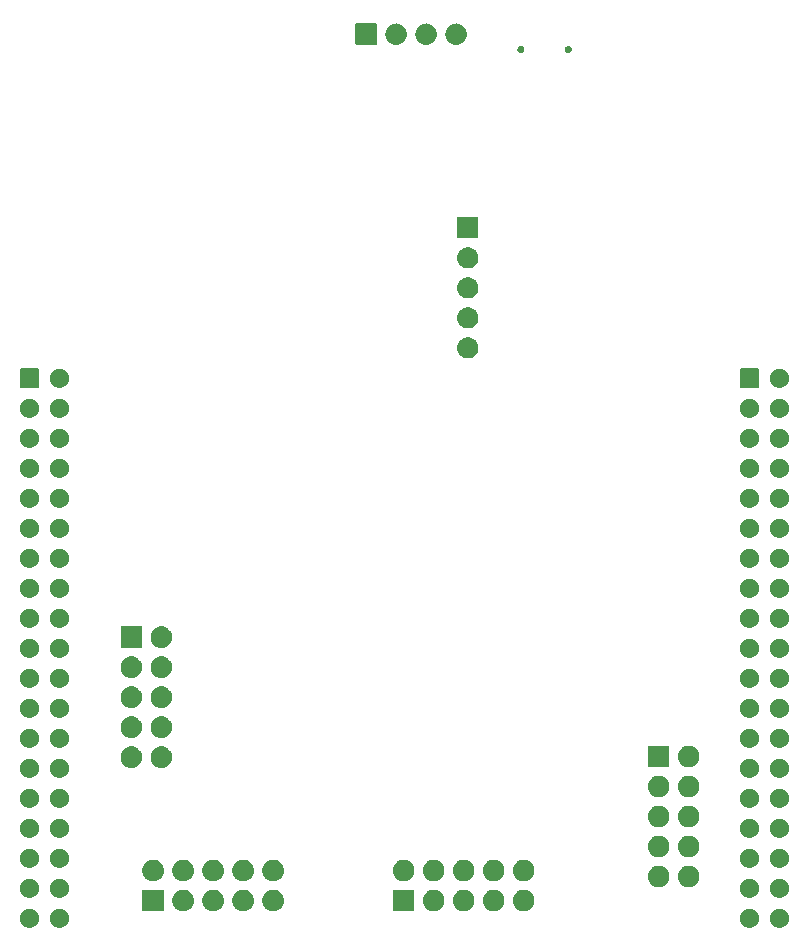
<source format=gbs>
G04 #@! TF.GenerationSoftware,KiCad,Pcbnew,6.0.0-unknown-0ba0c17~86~ubuntu19.04.1*
G04 #@! TF.CreationDate,2019-08-28T20:29:37-07:00*
G04 #@! TF.ProjectId,Nucleo-64-407,4e75636c-656f-42d3-9634-2d3430372e6b,rev?*
G04 #@! TF.SameCoordinates,PX328b740PY6ea0500*
G04 #@! TF.FileFunction,Soldermask,Bot*
G04 #@! TF.FilePolarity,Negative*
%FSLAX46Y46*%
G04 Gerber Fmt 4.6, Leading zero omitted, Abs format (unit mm)*
G04 Created by KiCad (PCBNEW 6.0.0-unknown-0ba0c17~86~ubuntu19.04.1) date 2019-08-28 20:29:37*
%MOMM*%
%LPD*%
G04 APERTURE LIST*
%ADD10C,0.100000*%
G04 APERTURE END LIST*
D10*
G36*
X5476471Y3867751D02*
G01*
X5528371Y3867389D01*
X5567715Y3858161D01*
X5601462Y3854614D01*
X5649796Y3838909D01*
X5705948Y3825739D01*
X5737116Y3810537D01*
X5764000Y3801802D01*
X5812844Y3773602D01*
X5869883Y3745782D01*
X5892433Y3727652D01*
X5911999Y3716355D01*
X5958017Y3674920D01*
X6012031Y3631492D01*
X6026440Y3613313D01*
X6039006Y3601998D01*
X6078593Y3547511D01*
X6125325Y3488550D01*
X6132865Y3472812D01*
X6139456Y3463741D01*
X6168934Y3397532D01*
X6204136Y3324060D01*
X6206731Y3312637D01*
X6208968Y3307613D01*
X6224874Y3232780D01*
X6244545Y3146198D01*
X6244467Y3140603D01*
X6244499Y3140452D01*
X6244499Y2969548D01*
X6241909Y2957361D01*
X6241682Y2941136D01*
X6222965Y2868240D01*
X6208968Y2802387D01*
X6202092Y2786942D01*
X6196322Y2764471D01*
X6164642Y2702828D01*
X6139456Y2646259D01*
X6126175Y2627980D01*
X6112950Y2602246D01*
X6072161Y2553636D01*
X6039006Y2508002D01*
X6017996Y2489084D01*
X5995708Y2462523D01*
X5949771Y2427655D01*
X5911999Y2393645D01*
X5882613Y2376679D01*
X5850425Y2352247D01*
X5803159Y2330806D01*
X5764000Y2308198D01*
X5726352Y2295965D01*
X5684320Y2276899D01*
X5639110Y2267619D01*
X5601462Y2255386D01*
X5556493Y2250659D01*
X5505651Y2240223D01*
X5465250Y2241069D01*
X5431500Y2237522D01*
X5380948Y2242835D01*
X5323295Y2244043D01*
X5289652Y2252431D01*
X5261538Y2255386D01*
X5207902Y2272814D01*
X5146318Y2288168D01*
X5120485Y2301217D01*
X5099000Y2308198D01*
X5045382Y2339155D01*
X4983514Y2370406D01*
X4965638Y2385194D01*
X4951001Y2393645D01*
X4900978Y2438685D01*
X4842976Y2486669D01*
X4832322Y2500503D01*
X4823994Y2508002D01*
X4781398Y2566631D01*
X4731689Y2631179D01*
X4726778Y2641808D01*
X4723544Y2646259D01*
X4692420Y2716166D01*
X4655183Y2796754D01*
X4617261Y2975163D01*
X4618501Y3063988D01*
X4618501Y3140452D01*
X4619643Y3145827D01*
X4619807Y3157541D01*
X4638969Y3236747D01*
X4654032Y3307613D01*
X4658590Y3317851D01*
X4662696Y3334822D01*
X4696160Y3402234D01*
X4723544Y3463741D01*
X4733482Y3477419D01*
X4743795Y3498195D01*
X4787593Y3551897D01*
X4823994Y3601998D01*
X4840786Y3617117D01*
X4859075Y3639542D01*
X4909086Y3678615D01*
X4951001Y3716355D01*
X4975483Y3730490D01*
X5002804Y3751835D01*
X5054980Y3776387D01*
X5099000Y3801802D01*
X5131275Y3812289D01*
X5167840Y3829495D01*
X5218532Y3840640D01*
X5261538Y3854614D01*
X5300908Y3858752D01*
X5345981Y3868662D01*
X5392129Y3868340D01*
X5431500Y3872478D01*
X5476471Y3867751D01*
X5476471Y3867751D01*
G37*
G36*
X63896471Y3867751D02*
G01*
X63948371Y3867389D01*
X63987715Y3858161D01*
X64021462Y3854614D01*
X64069796Y3838909D01*
X64125948Y3825739D01*
X64157116Y3810537D01*
X64184000Y3801802D01*
X64232844Y3773602D01*
X64289883Y3745782D01*
X64312433Y3727652D01*
X64331999Y3716355D01*
X64378017Y3674920D01*
X64432031Y3631492D01*
X64446440Y3613313D01*
X64459006Y3601998D01*
X64498593Y3547511D01*
X64545325Y3488550D01*
X64552865Y3472812D01*
X64559456Y3463741D01*
X64588934Y3397532D01*
X64624136Y3324060D01*
X64626731Y3312637D01*
X64628968Y3307613D01*
X64644874Y3232780D01*
X64664545Y3146198D01*
X64664467Y3140603D01*
X64664499Y3140452D01*
X64664499Y2969548D01*
X64661909Y2957361D01*
X64661682Y2941136D01*
X64642965Y2868240D01*
X64628968Y2802387D01*
X64622092Y2786942D01*
X64616322Y2764471D01*
X64584642Y2702828D01*
X64559456Y2646259D01*
X64546175Y2627980D01*
X64532950Y2602246D01*
X64492161Y2553636D01*
X64459006Y2508002D01*
X64437996Y2489084D01*
X64415708Y2462523D01*
X64369771Y2427655D01*
X64331999Y2393645D01*
X64302613Y2376679D01*
X64270425Y2352247D01*
X64223159Y2330806D01*
X64184000Y2308198D01*
X64146352Y2295965D01*
X64104320Y2276899D01*
X64059110Y2267619D01*
X64021462Y2255386D01*
X63976493Y2250659D01*
X63925651Y2240223D01*
X63885250Y2241069D01*
X63851500Y2237522D01*
X63800948Y2242835D01*
X63743295Y2244043D01*
X63709652Y2252431D01*
X63681538Y2255386D01*
X63627902Y2272814D01*
X63566318Y2288168D01*
X63540485Y2301217D01*
X63519000Y2308198D01*
X63465382Y2339155D01*
X63403514Y2370406D01*
X63385638Y2385194D01*
X63371001Y2393645D01*
X63320978Y2438685D01*
X63262976Y2486669D01*
X63252322Y2500503D01*
X63243994Y2508002D01*
X63201398Y2566631D01*
X63151689Y2631179D01*
X63146778Y2641808D01*
X63143544Y2646259D01*
X63112420Y2716166D01*
X63075183Y2796754D01*
X63037261Y2975163D01*
X63038501Y3063988D01*
X63038501Y3140452D01*
X63039643Y3145827D01*
X63039807Y3157541D01*
X63058969Y3236747D01*
X63074032Y3307613D01*
X63078590Y3317851D01*
X63082696Y3334822D01*
X63116160Y3402234D01*
X63143544Y3463741D01*
X63153482Y3477419D01*
X63163795Y3498195D01*
X63207593Y3551897D01*
X63243994Y3601998D01*
X63260786Y3617117D01*
X63279075Y3639542D01*
X63329086Y3678615D01*
X63371001Y3716355D01*
X63395483Y3730490D01*
X63422804Y3751835D01*
X63474980Y3776387D01*
X63519000Y3801802D01*
X63551275Y3812289D01*
X63587840Y3829495D01*
X63638532Y3840640D01*
X63681538Y3854614D01*
X63720908Y3858752D01*
X63765981Y3868662D01*
X63812129Y3868340D01*
X63851500Y3872478D01*
X63896471Y3867751D01*
X63896471Y3867751D01*
G37*
G36*
X66436471Y3867751D02*
G01*
X66488371Y3867389D01*
X66527715Y3858161D01*
X66561462Y3854614D01*
X66609796Y3838909D01*
X66665948Y3825739D01*
X66697116Y3810537D01*
X66724000Y3801802D01*
X66772844Y3773602D01*
X66829883Y3745782D01*
X66852433Y3727652D01*
X66871999Y3716355D01*
X66918017Y3674920D01*
X66972031Y3631492D01*
X66986440Y3613313D01*
X66999006Y3601998D01*
X67038593Y3547511D01*
X67085325Y3488550D01*
X67092865Y3472812D01*
X67099456Y3463741D01*
X67128934Y3397532D01*
X67164136Y3324060D01*
X67166731Y3312637D01*
X67168968Y3307613D01*
X67184874Y3232780D01*
X67204545Y3146198D01*
X67204467Y3140603D01*
X67204499Y3140452D01*
X67204499Y2969548D01*
X67201909Y2957361D01*
X67201682Y2941136D01*
X67182965Y2868240D01*
X67168968Y2802387D01*
X67162092Y2786942D01*
X67156322Y2764471D01*
X67124642Y2702828D01*
X67099456Y2646259D01*
X67086175Y2627980D01*
X67072950Y2602246D01*
X67032161Y2553636D01*
X66999006Y2508002D01*
X66977996Y2489084D01*
X66955708Y2462523D01*
X66909771Y2427655D01*
X66871999Y2393645D01*
X66842613Y2376679D01*
X66810425Y2352247D01*
X66763159Y2330806D01*
X66724000Y2308198D01*
X66686352Y2295965D01*
X66644320Y2276899D01*
X66599110Y2267619D01*
X66561462Y2255386D01*
X66516493Y2250659D01*
X66465651Y2240223D01*
X66425250Y2241069D01*
X66391500Y2237522D01*
X66340948Y2242835D01*
X66283295Y2244043D01*
X66249652Y2252431D01*
X66221538Y2255386D01*
X66167902Y2272814D01*
X66106318Y2288168D01*
X66080485Y2301217D01*
X66059000Y2308198D01*
X66005382Y2339155D01*
X65943514Y2370406D01*
X65925638Y2385194D01*
X65911001Y2393645D01*
X65860978Y2438685D01*
X65802976Y2486669D01*
X65792322Y2500503D01*
X65783994Y2508002D01*
X65741398Y2566631D01*
X65691689Y2631179D01*
X65686778Y2641808D01*
X65683544Y2646259D01*
X65652420Y2716166D01*
X65615183Y2796754D01*
X65577261Y2975163D01*
X65578501Y3063988D01*
X65578501Y3140452D01*
X65579643Y3145827D01*
X65579807Y3157541D01*
X65598969Y3236747D01*
X65614032Y3307613D01*
X65618590Y3317851D01*
X65622696Y3334822D01*
X65656160Y3402234D01*
X65683544Y3463741D01*
X65693482Y3477419D01*
X65703795Y3498195D01*
X65747593Y3551897D01*
X65783994Y3601998D01*
X65800786Y3617117D01*
X65819075Y3639542D01*
X65869086Y3678615D01*
X65911001Y3716355D01*
X65935483Y3730490D01*
X65962804Y3751835D01*
X66014980Y3776387D01*
X66059000Y3801802D01*
X66091275Y3812289D01*
X66127840Y3829495D01*
X66178532Y3840640D01*
X66221538Y3854614D01*
X66260908Y3858752D01*
X66305981Y3868662D01*
X66352129Y3868340D01*
X66391500Y3872478D01*
X66436471Y3867751D01*
X66436471Y3867751D01*
G37*
G36*
X2936471Y3867751D02*
G01*
X2988371Y3867389D01*
X3027715Y3858161D01*
X3061462Y3854614D01*
X3109796Y3838909D01*
X3165948Y3825739D01*
X3197116Y3810537D01*
X3224000Y3801802D01*
X3272844Y3773602D01*
X3329883Y3745782D01*
X3352433Y3727652D01*
X3371999Y3716355D01*
X3418017Y3674920D01*
X3472031Y3631492D01*
X3486440Y3613313D01*
X3499006Y3601998D01*
X3538593Y3547511D01*
X3585325Y3488550D01*
X3592865Y3472812D01*
X3599456Y3463741D01*
X3628934Y3397532D01*
X3664136Y3324060D01*
X3666731Y3312637D01*
X3668968Y3307613D01*
X3684874Y3232780D01*
X3704545Y3146198D01*
X3704467Y3140603D01*
X3704499Y3140452D01*
X3704499Y2969548D01*
X3701909Y2957361D01*
X3701682Y2941136D01*
X3682965Y2868240D01*
X3668968Y2802387D01*
X3662092Y2786942D01*
X3656322Y2764471D01*
X3624642Y2702828D01*
X3599456Y2646259D01*
X3586175Y2627980D01*
X3572950Y2602246D01*
X3532161Y2553636D01*
X3499006Y2508002D01*
X3477996Y2489084D01*
X3455708Y2462523D01*
X3409771Y2427655D01*
X3371999Y2393645D01*
X3342613Y2376679D01*
X3310425Y2352247D01*
X3263159Y2330806D01*
X3224000Y2308198D01*
X3186352Y2295965D01*
X3144320Y2276899D01*
X3099110Y2267619D01*
X3061462Y2255386D01*
X3016493Y2250659D01*
X2965651Y2240223D01*
X2925250Y2241069D01*
X2891500Y2237522D01*
X2840948Y2242835D01*
X2783295Y2244043D01*
X2749652Y2252431D01*
X2721538Y2255386D01*
X2667902Y2272814D01*
X2606318Y2288168D01*
X2580485Y2301217D01*
X2559000Y2308198D01*
X2505382Y2339155D01*
X2443514Y2370406D01*
X2425638Y2385194D01*
X2411001Y2393645D01*
X2360978Y2438685D01*
X2302976Y2486669D01*
X2292322Y2500503D01*
X2283994Y2508002D01*
X2241398Y2566631D01*
X2191689Y2631179D01*
X2186778Y2641808D01*
X2183544Y2646259D01*
X2152420Y2716166D01*
X2115183Y2796754D01*
X2077261Y2975163D01*
X2078501Y3063988D01*
X2078501Y3140452D01*
X2079643Y3145827D01*
X2079807Y3157541D01*
X2098969Y3236747D01*
X2114032Y3307613D01*
X2118590Y3317851D01*
X2122696Y3334822D01*
X2156160Y3402234D01*
X2183544Y3463741D01*
X2193482Y3477419D01*
X2203795Y3498195D01*
X2247593Y3551897D01*
X2283994Y3601998D01*
X2300786Y3617117D01*
X2319075Y3639542D01*
X2369086Y3678615D01*
X2411001Y3716355D01*
X2435483Y3730490D01*
X2462804Y3751835D01*
X2514980Y3776387D01*
X2559000Y3801802D01*
X2591275Y3812289D01*
X2627840Y3829495D01*
X2678532Y3840640D01*
X2721538Y3854614D01*
X2760908Y3858752D01*
X2805981Y3868662D01*
X2852129Y3868340D01*
X2891500Y3872478D01*
X2936471Y3867751D01*
X2936471Y3867751D01*
G37*
G36*
X14240999Y5469641D02*
G01*
X14257869Y5458369D01*
X14269141Y5441499D01*
X14275548Y5409288D01*
X14275548Y3706712D01*
X14273099Y3694400D01*
X14269141Y3674501D01*
X14257869Y3657631D01*
X14240999Y3646359D01*
X14221100Y3642401D01*
X14208788Y3639952D01*
X12506212Y3639952D01*
X12474001Y3646359D01*
X12457131Y3657631D01*
X12445859Y3674501D01*
X12439452Y3706712D01*
X12439452Y5409288D01*
X12445859Y5441499D01*
X12457131Y5458369D01*
X12474001Y5469641D01*
X12506212Y5476048D01*
X14208788Y5476048D01*
X14240999Y5469641D01*
X14240999Y5469641D01*
G37*
G36*
X35449999Y5469641D02*
G01*
X35466869Y5458369D01*
X35478141Y5441499D01*
X35484548Y5409288D01*
X35484548Y3706712D01*
X35482099Y3694400D01*
X35478141Y3674501D01*
X35466869Y3657631D01*
X35449999Y3646359D01*
X35430100Y3642401D01*
X35417788Y3639952D01*
X33715212Y3639952D01*
X33683001Y3646359D01*
X33666131Y3657631D01*
X33654859Y3674501D01*
X33648452Y3706712D01*
X33648452Y5409288D01*
X33654859Y5441499D01*
X33666131Y5458369D01*
X33683001Y5469641D01*
X33715212Y5476048D01*
X35417788Y5476048D01*
X35449999Y5469641D01*
X35449999Y5469641D01*
G37*
G36*
X21168703Y5457541D02*
G01*
X21251035Y5430789D01*
X21339546Y5402712D01*
X21342578Y5401045D01*
X21351550Y5398130D01*
X21424639Y5355932D01*
X21496723Y5316304D01*
X21504324Y5309926D01*
X21518049Y5302002D01*
X21576643Y5249243D01*
X21634122Y5201013D01*
X21644386Y5188247D01*
X21660923Y5173357D01*
X21703742Y5114423D01*
X21746512Y5061226D01*
X21757085Y5041001D01*
X21773929Y5017818D01*
X21801043Y4956918D01*
X21829610Y4902276D01*
X21837876Y4874192D01*
X21852127Y4842183D01*
X21864684Y4783107D01*
X21880252Y4730212D01*
X21883490Y4694630D01*
X21892099Y4654128D01*
X21892099Y4600029D01*
X21896508Y4551580D01*
X21892099Y4509631D01*
X21892099Y4461872D01*
X21882169Y4415156D01*
X21877760Y4373205D01*
X21863374Y4326732D01*
X21852127Y4273817D01*
X21835285Y4235989D01*
X21824720Y4201859D01*
X21798494Y4153355D01*
X21773929Y4098181D01*
X21753337Y4069839D01*
X21739413Y4044087D01*
X21700106Y3996574D01*
X21660923Y3942643D01*
X21639629Y3923469D01*
X21625079Y3905882D01*
X21572186Y3862743D01*
X21518049Y3813998D01*
X21498773Y3802869D01*
X21486085Y3792521D01*
X21419851Y3757303D01*
X21351550Y3717870D01*
X21336477Y3712973D01*
X21327714Y3708313D01*
X21248947Y3684532D01*
X21168703Y3658459D01*
X21159323Y3657473D01*
X21156007Y3656472D01*
X21063445Y3647396D01*
X21025424Y3643400D01*
X20929576Y3643400D01*
X20786297Y3658459D01*
X20703965Y3685211D01*
X20615454Y3713288D01*
X20612422Y3714955D01*
X20603450Y3717870D01*
X20530361Y3760068D01*
X20458277Y3799696D01*
X20450676Y3806074D01*
X20436951Y3813998D01*
X20378357Y3866757D01*
X20320878Y3914987D01*
X20310614Y3927753D01*
X20294077Y3942643D01*
X20251258Y4001577D01*
X20208488Y4054774D01*
X20197915Y4074999D01*
X20181071Y4098182D01*
X20153957Y4159082D01*
X20125390Y4213724D01*
X20117124Y4241808D01*
X20102873Y4273817D01*
X20090316Y4332893D01*
X20074748Y4385788D01*
X20071510Y4421370D01*
X20062901Y4461872D01*
X20062901Y4515971D01*
X20058492Y4564420D01*
X20062901Y4606369D01*
X20062901Y4654128D01*
X20072831Y4700844D01*
X20077240Y4742795D01*
X20091626Y4789268D01*
X20102873Y4842183D01*
X20119715Y4880011D01*
X20130280Y4914141D01*
X20156506Y4962645D01*
X20181071Y5017819D01*
X20201663Y5046161D01*
X20215587Y5071913D01*
X20254894Y5119426D01*
X20294077Y5173357D01*
X20315371Y5192531D01*
X20329921Y5210118D01*
X20382814Y5253257D01*
X20436951Y5302002D01*
X20456227Y5313131D01*
X20468915Y5323479D01*
X20535149Y5358697D01*
X20603450Y5398130D01*
X20618523Y5403027D01*
X20627286Y5407687D01*
X20706053Y5431468D01*
X20786297Y5457541D01*
X20795677Y5458527D01*
X20798993Y5459528D01*
X20891555Y5468604D01*
X20929576Y5472600D01*
X21025424Y5472600D01*
X21168703Y5457541D01*
X21168703Y5457541D01*
G37*
G36*
X37297703Y5457541D02*
G01*
X37380035Y5430789D01*
X37468546Y5402712D01*
X37471578Y5401045D01*
X37480550Y5398130D01*
X37553639Y5355932D01*
X37625723Y5316304D01*
X37633324Y5309926D01*
X37647049Y5302002D01*
X37705643Y5249243D01*
X37763122Y5201013D01*
X37773386Y5188247D01*
X37789923Y5173357D01*
X37832742Y5114423D01*
X37875512Y5061226D01*
X37886085Y5041001D01*
X37902929Y5017818D01*
X37930043Y4956918D01*
X37958610Y4902276D01*
X37966876Y4874192D01*
X37981127Y4842183D01*
X37993684Y4783107D01*
X38009252Y4730212D01*
X38012490Y4694630D01*
X38021099Y4654128D01*
X38021099Y4600029D01*
X38025508Y4551580D01*
X38021099Y4509631D01*
X38021099Y4461872D01*
X38011169Y4415156D01*
X38006760Y4373205D01*
X37992374Y4326732D01*
X37981127Y4273817D01*
X37964285Y4235989D01*
X37953720Y4201859D01*
X37927494Y4153355D01*
X37902929Y4098181D01*
X37882337Y4069839D01*
X37868413Y4044087D01*
X37829106Y3996574D01*
X37789923Y3942643D01*
X37768629Y3923469D01*
X37754079Y3905882D01*
X37701186Y3862743D01*
X37647049Y3813998D01*
X37627773Y3802869D01*
X37615085Y3792521D01*
X37548851Y3757303D01*
X37480550Y3717870D01*
X37465477Y3712973D01*
X37456714Y3708313D01*
X37377947Y3684532D01*
X37297703Y3658459D01*
X37288323Y3657473D01*
X37285007Y3656472D01*
X37192445Y3647396D01*
X37154424Y3643400D01*
X37058576Y3643400D01*
X36915297Y3658459D01*
X36832965Y3685211D01*
X36744454Y3713288D01*
X36741422Y3714955D01*
X36732450Y3717870D01*
X36659361Y3760068D01*
X36587277Y3799696D01*
X36579676Y3806074D01*
X36565951Y3813998D01*
X36507357Y3866757D01*
X36449878Y3914987D01*
X36439614Y3927753D01*
X36423077Y3942643D01*
X36380258Y4001577D01*
X36337488Y4054774D01*
X36326915Y4074999D01*
X36310071Y4098182D01*
X36282957Y4159082D01*
X36254390Y4213724D01*
X36246124Y4241808D01*
X36231873Y4273817D01*
X36219316Y4332893D01*
X36203748Y4385788D01*
X36200510Y4421370D01*
X36191901Y4461872D01*
X36191901Y4515971D01*
X36187492Y4564420D01*
X36191901Y4606369D01*
X36191901Y4654128D01*
X36201831Y4700844D01*
X36206240Y4742795D01*
X36220626Y4789268D01*
X36231873Y4842183D01*
X36248715Y4880011D01*
X36259280Y4914141D01*
X36285506Y4962645D01*
X36310071Y5017819D01*
X36330663Y5046161D01*
X36344587Y5071913D01*
X36383894Y5119426D01*
X36423077Y5173357D01*
X36444371Y5192531D01*
X36458921Y5210118D01*
X36511814Y5253257D01*
X36565951Y5302002D01*
X36585227Y5313131D01*
X36597915Y5323479D01*
X36664149Y5358697D01*
X36732450Y5398130D01*
X36747523Y5403027D01*
X36756286Y5407687D01*
X36835053Y5431468D01*
X36915297Y5457541D01*
X36924677Y5458527D01*
X36927993Y5459528D01*
X37020555Y5468604D01*
X37058576Y5472600D01*
X37154424Y5472600D01*
X37297703Y5457541D01*
X37297703Y5457541D01*
G37*
G36*
X39837703Y5457541D02*
G01*
X39920035Y5430789D01*
X40008546Y5402712D01*
X40011578Y5401045D01*
X40020550Y5398130D01*
X40093639Y5355932D01*
X40165723Y5316304D01*
X40173324Y5309926D01*
X40187049Y5302002D01*
X40245643Y5249243D01*
X40303122Y5201013D01*
X40313386Y5188247D01*
X40329923Y5173357D01*
X40372742Y5114423D01*
X40415512Y5061226D01*
X40426085Y5041001D01*
X40442929Y5017818D01*
X40470043Y4956918D01*
X40498610Y4902276D01*
X40506876Y4874192D01*
X40521127Y4842183D01*
X40533684Y4783107D01*
X40549252Y4730212D01*
X40552490Y4694630D01*
X40561099Y4654128D01*
X40561099Y4600029D01*
X40565508Y4551580D01*
X40561099Y4509631D01*
X40561099Y4461872D01*
X40551169Y4415156D01*
X40546760Y4373205D01*
X40532374Y4326732D01*
X40521127Y4273817D01*
X40504285Y4235989D01*
X40493720Y4201859D01*
X40467494Y4153355D01*
X40442929Y4098181D01*
X40422337Y4069839D01*
X40408413Y4044087D01*
X40369106Y3996574D01*
X40329923Y3942643D01*
X40308629Y3923469D01*
X40294079Y3905882D01*
X40241186Y3862743D01*
X40187049Y3813998D01*
X40167773Y3802869D01*
X40155085Y3792521D01*
X40088851Y3757303D01*
X40020550Y3717870D01*
X40005477Y3712973D01*
X39996714Y3708313D01*
X39917947Y3684532D01*
X39837703Y3658459D01*
X39828323Y3657473D01*
X39825007Y3656472D01*
X39732445Y3647396D01*
X39694424Y3643400D01*
X39598576Y3643400D01*
X39455297Y3658459D01*
X39372965Y3685211D01*
X39284454Y3713288D01*
X39281422Y3714955D01*
X39272450Y3717870D01*
X39199361Y3760068D01*
X39127277Y3799696D01*
X39119676Y3806074D01*
X39105951Y3813998D01*
X39047357Y3866757D01*
X38989878Y3914987D01*
X38979614Y3927753D01*
X38963077Y3942643D01*
X38920258Y4001577D01*
X38877488Y4054774D01*
X38866915Y4074999D01*
X38850071Y4098182D01*
X38822957Y4159082D01*
X38794390Y4213724D01*
X38786124Y4241808D01*
X38771873Y4273817D01*
X38759316Y4332893D01*
X38743748Y4385788D01*
X38740510Y4421370D01*
X38731901Y4461872D01*
X38731901Y4515971D01*
X38727492Y4564420D01*
X38731901Y4606369D01*
X38731901Y4654128D01*
X38741831Y4700844D01*
X38746240Y4742795D01*
X38760626Y4789268D01*
X38771873Y4842183D01*
X38788715Y4880011D01*
X38799280Y4914141D01*
X38825506Y4962645D01*
X38850071Y5017819D01*
X38870663Y5046161D01*
X38884587Y5071913D01*
X38923894Y5119426D01*
X38963077Y5173357D01*
X38984371Y5192531D01*
X38998921Y5210118D01*
X39051814Y5253257D01*
X39105951Y5302002D01*
X39125227Y5313131D01*
X39137915Y5323479D01*
X39204149Y5358697D01*
X39272450Y5398130D01*
X39287523Y5403027D01*
X39296286Y5407687D01*
X39375053Y5431468D01*
X39455297Y5457541D01*
X39464677Y5458527D01*
X39467993Y5459528D01*
X39560555Y5468604D01*
X39598576Y5472600D01*
X39694424Y5472600D01*
X39837703Y5457541D01*
X39837703Y5457541D01*
G37*
G36*
X42377703Y5457541D02*
G01*
X42460035Y5430789D01*
X42548546Y5402712D01*
X42551578Y5401045D01*
X42560550Y5398130D01*
X42633639Y5355932D01*
X42705723Y5316304D01*
X42713324Y5309926D01*
X42727049Y5302002D01*
X42785643Y5249243D01*
X42843122Y5201013D01*
X42853386Y5188247D01*
X42869923Y5173357D01*
X42912742Y5114423D01*
X42955512Y5061226D01*
X42966085Y5041001D01*
X42982929Y5017818D01*
X43010043Y4956918D01*
X43038610Y4902276D01*
X43046876Y4874192D01*
X43061127Y4842183D01*
X43073684Y4783107D01*
X43089252Y4730212D01*
X43092490Y4694630D01*
X43101099Y4654128D01*
X43101099Y4600029D01*
X43105508Y4551580D01*
X43101099Y4509631D01*
X43101099Y4461872D01*
X43091169Y4415156D01*
X43086760Y4373205D01*
X43072374Y4326732D01*
X43061127Y4273817D01*
X43044285Y4235989D01*
X43033720Y4201859D01*
X43007494Y4153355D01*
X42982929Y4098181D01*
X42962337Y4069839D01*
X42948413Y4044087D01*
X42909106Y3996574D01*
X42869923Y3942643D01*
X42848629Y3923469D01*
X42834079Y3905882D01*
X42781186Y3862743D01*
X42727049Y3813998D01*
X42707773Y3802869D01*
X42695085Y3792521D01*
X42628851Y3757303D01*
X42560550Y3717870D01*
X42545477Y3712973D01*
X42536714Y3708313D01*
X42457947Y3684532D01*
X42377703Y3658459D01*
X42368323Y3657473D01*
X42365007Y3656472D01*
X42272445Y3647396D01*
X42234424Y3643400D01*
X42138576Y3643400D01*
X41995297Y3658459D01*
X41912965Y3685211D01*
X41824454Y3713288D01*
X41821422Y3714955D01*
X41812450Y3717870D01*
X41739361Y3760068D01*
X41667277Y3799696D01*
X41659676Y3806074D01*
X41645951Y3813998D01*
X41587357Y3866757D01*
X41529878Y3914987D01*
X41519614Y3927753D01*
X41503077Y3942643D01*
X41460258Y4001577D01*
X41417488Y4054774D01*
X41406915Y4074999D01*
X41390071Y4098182D01*
X41362957Y4159082D01*
X41334390Y4213724D01*
X41326124Y4241808D01*
X41311873Y4273817D01*
X41299316Y4332893D01*
X41283748Y4385788D01*
X41280510Y4421370D01*
X41271901Y4461872D01*
X41271901Y4515971D01*
X41267492Y4564420D01*
X41271901Y4606369D01*
X41271901Y4654128D01*
X41281831Y4700844D01*
X41286240Y4742795D01*
X41300626Y4789268D01*
X41311873Y4842183D01*
X41328715Y4880011D01*
X41339280Y4914141D01*
X41365506Y4962645D01*
X41390071Y5017819D01*
X41410663Y5046161D01*
X41424587Y5071913D01*
X41463894Y5119426D01*
X41503077Y5173357D01*
X41524371Y5192531D01*
X41538921Y5210118D01*
X41591814Y5253257D01*
X41645951Y5302002D01*
X41665227Y5313131D01*
X41677915Y5323479D01*
X41744149Y5358697D01*
X41812450Y5398130D01*
X41827523Y5403027D01*
X41836286Y5407687D01*
X41915053Y5431468D01*
X41995297Y5457541D01*
X42004677Y5458527D01*
X42007993Y5459528D01*
X42100555Y5468604D01*
X42138576Y5472600D01*
X42234424Y5472600D01*
X42377703Y5457541D01*
X42377703Y5457541D01*
G37*
G36*
X44917703Y5457541D02*
G01*
X45000035Y5430789D01*
X45088546Y5402712D01*
X45091578Y5401045D01*
X45100550Y5398130D01*
X45173639Y5355932D01*
X45245723Y5316304D01*
X45253324Y5309926D01*
X45267049Y5302002D01*
X45325643Y5249243D01*
X45383122Y5201013D01*
X45393386Y5188247D01*
X45409923Y5173357D01*
X45452742Y5114423D01*
X45495512Y5061226D01*
X45506085Y5041001D01*
X45522929Y5017818D01*
X45550043Y4956918D01*
X45578610Y4902276D01*
X45586876Y4874192D01*
X45601127Y4842183D01*
X45613684Y4783107D01*
X45629252Y4730212D01*
X45632490Y4694630D01*
X45641099Y4654128D01*
X45641099Y4600029D01*
X45645508Y4551580D01*
X45641099Y4509631D01*
X45641099Y4461872D01*
X45631169Y4415156D01*
X45626760Y4373205D01*
X45612374Y4326732D01*
X45601127Y4273817D01*
X45584285Y4235989D01*
X45573720Y4201859D01*
X45547494Y4153355D01*
X45522929Y4098181D01*
X45502337Y4069839D01*
X45488413Y4044087D01*
X45449106Y3996574D01*
X45409923Y3942643D01*
X45388629Y3923469D01*
X45374079Y3905882D01*
X45321186Y3862743D01*
X45267049Y3813998D01*
X45247773Y3802869D01*
X45235085Y3792521D01*
X45168851Y3757303D01*
X45100550Y3717870D01*
X45085477Y3712973D01*
X45076714Y3708313D01*
X44997947Y3684532D01*
X44917703Y3658459D01*
X44908323Y3657473D01*
X44905007Y3656472D01*
X44812445Y3647396D01*
X44774424Y3643400D01*
X44678576Y3643400D01*
X44535297Y3658459D01*
X44452965Y3685211D01*
X44364454Y3713288D01*
X44361422Y3714955D01*
X44352450Y3717870D01*
X44279361Y3760068D01*
X44207277Y3799696D01*
X44199676Y3806074D01*
X44185951Y3813998D01*
X44127357Y3866757D01*
X44069878Y3914987D01*
X44059614Y3927753D01*
X44043077Y3942643D01*
X44000258Y4001577D01*
X43957488Y4054774D01*
X43946915Y4074999D01*
X43930071Y4098182D01*
X43902957Y4159082D01*
X43874390Y4213724D01*
X43866124Y4241808D01*
X43851873Y4273817D01*
X43839316Y4332893D01*
X43823748Y4385788D01*
X43820510Y4421370D01*
X43811901Y4461872D01*
X43811901Y4515971D01*
X43807492Y4564420D01*
X43811901Y4606369D01*
X43811901Y4654128D01*
X43821831Y4700844D01*
X43826240Y4742795D01*
X43840626Y4789268D01*
X43851873Y4842183D01*
X43868715Y4880011D01*
X43879280Y4914141D01*
X43905506Y4962645D01*
X43930071Y5017819D01*
X43950663Y5046161D01*
X43964587Y5071913D01*
X44003894Y5119426D01*
X44043077Y5173357D01*
X44064371Y5192531D01*
X44078921Y5210118D01*
X44131814Y5253257D01*
X44185951Y5302002D01*
X44205227Y5313131D01*
X44217915Y5323479D01*
X44284149Y5358697D01*
X44352450Y5398130D01*
X44367523Y5403027D01*
X44376286Y5407687D01*
X44455053Y5431468D01*
X44535297Y5457541D01*
X44544677Y5458527D01*
X44547993Y5459528D01*
X44640555Y5468604D01*
X44678576Y5472600D01*
X44774424Y5472600D01*
X44917703Y5457541D01*
X44917703Y5457541D01*
G37*
G36*
X16088703Y5457541D02*
G01*
X16171035Y5430789D01*
X16259546Y5402712D01*
X16262578Y5401045D01*
X16271550Y5398130D01*
X16344639Y5355932D01*
X16416723Y5316304D01*
X16424324Y5309926D01*
X16438049Y5302002D01*
X16496643Y5249243D01*
X16554122Y5201013D01*
X16564386Y5188247D01*
X16580923Y5173357D01*
X16623742Y5114423D01*
X16666512Y5061226D01*
X16677085Y5041001D01*
X16693929Y5017818D01*
X16721043Y4956918D01*
X16749610Y4902276D01*
X16757876Y4874192D01*
X16772127Y4842183D01*
X16784684Y4783107D01*
X16800252Y4730212D01*
X16803490Y4694630D01*
X16812099Y4654128D01*
X16812099Y4600029D01*
X16816508Y4551580D01*
X16812099Y4509631D01*
X16812099Y4461872D01*
X16802169Y4415156D01*
X16797760Y4373205D01*
X16783374Y4326732D01*
X16772127Y4273817D01*
X16755285Y4235989D01*
X16744720Y4201859D01*
X16718494Y4153355D01*
X16693929Y4098181D01*
X16673337Y4069839D01*
X16659413Y4044087D01*
X16620106Y3996574D01*
X16580923Y3942643D01*
X16559629Y3923469D01*
X16545079Y3905882D01*
X16492186Y3862743D01*
X16438049Y3813998D01*
X16418773Y3802869D01*
X16406085Y3792521D01*
X16339851Y3757303D01*
X16271550Y3717870D01*
X16256477Y3712973D01*
X16247714Y3708313D01*
X16168947Y3684532D01*
X16088703Y3658459D01*
X16079323Y3657473D01*
X16076007Y3656472D01*
X15983445Y3647396D01*
X15945424Y3643400D01*
X15849576Y3643400D01*
X15706297Y3658459D01*
X15623965Y3685211D01*
X15535454Y3713288D01*
X15532422Y3714955D01*
X15523450Y3717870D01*
X15450361Y3760068D01*
X15378277Y3799696D01*
X15370676Y3806074D01*
X15356951Y3813998D01*
X15298357Y3866757D01*
X15240878Y3914987D01*
X15230614Y3927753D01*
X15214077Y3942643D01*
X15171258Y4001577D01*
X15128488Y4054774D01*
X15117915Y4074999D01*
X15101071Y4098182D01*
X15073957Y4159082D01*
X15045390Y4213724D01*
X15037124Y4241808D01*
X15022873Y4273817D01*
X15010316Y4332893D01*
X14994748Y4385788D01*
X14991510Y4421370D01*
X14982901Y4461872D01*
X14982901Y4515971D01*
X14978492Y4564420D01*
X14982901Y4606369D01*
X14982901Y4654128D01*
X14992831Y4700844D01*
X14997240Y4742795D01*
X15011626Y4789268D01*
X15022873Y4842183D01*
X15039715Y4880011D01*
X15050280Y4914141D01*
X15076506Y4962645D01*
X15101071Y5017819D01*
X15121663Y5046161D01*
X15135587Y5071913D01*
X15174894Y5119426D01*
X15214077Y5173357D01*
X15235371Y5192531D01*
X15249921Y5210118D01*
X15302814Y5253257D01*
X15356951Y5302002D01*
X15376227Y5313131D01*
X15388915Y5323479D01*
X15455149Y5358697D01*
X15523450Y5398130D01*
X15538523Y5403027D01*
X15547286Y5407687D01*
X15626053Y5431468D01*
X15706297Y5457541D01*
X15715677Y5458527D01*
X15718993Y5459528D01*
X15811555Y5468604D01*
X15849576Y5472600D01*
X15945424Y5472600D01*
X16088703Y5457541D01*
X16088703Y5457541D01*
G37*
G36*
X23708703Y5457541D02*
G01*
X23791035Y5430789D01*
X23879546Y5402712D01*
X23882578Y5401045D01*
X23891550Y5398130D01*
X23964639Y5355932D01*
X24036723Y5316304D01*
X24044324Y5309926D01*
X24058049Y5302002D01*
X24116643Y5249243D01*
X24174122Y5201013D01*
X24184386Y5188247D01*
X24200923Y5173357D01*
X24243742Y5114423D01*
X24286512Y5061226D01*
X24297085Y5041001D01*
X24313929Y5017818D01*
X24341043Y4956918D01*
X24369610Y4902276D01*
X24377876Y4874192D01*
X24392127Y4842183D01*
X24404684Y4783107D01*
X24420252Y4730212D01*
X24423490Y4694630D01*
X24432099Y4654128D01*
X24432099Y4600029D01*
X24436508Y4551580D01*
X24432099Y4509631D01*
X24432099Y4461872D01*
X24422169Y4415156D01*
X24417760Y4373205D01*
X24403374Y4326732D01*
X24392127Y4273817D01*
X24375285Y4235989D01*
X24364720Y4201859D01*
X24338494Y4153355D01*
X24313929Y4098181D01*
X24293337Y4069839D01*
X24279413Y4044087D01*
X24240106Y3996574D01*
X24200923Y3942643D01*
X24179629Y3923469D01*
X24165079Y3905882D01*
X24112186Y3862743D01*
X24058049Y3813998D01*
X24038773Y3802869D01*
X24026085Y3792521D01*
X23959851Y3757303D01*
X23891550Y3717870D01*
X23876477Y3712973D01*
X23867714Y3708313D01*
X23788947Y3684532D01*
X23708703Y3658459D01*
X23699323Y3657473D01*
X23696007Y3656472D01*
X23603445Y3647396D01*
X23565424Y3643400D01*
X23469576Y3643400D01*
X23326297Y3658459D01*
X23243965Y3685211D01*
X23155454Y3713288D01*
X23152422Y3714955D01*
X23143450Y3717870D01*
X23070361Y3760068D01*
X22998277Y3799696D01*
X22990676Y3806074D01*
X22976951Y3813998D01*
X22918357Y3866757D01*
X22860878Y3914987D01*
X22850614Y3927753D01*
X22834077Y3942643D01*
X22791258Y4001577D01*
X22748488Y4054774D01*
X22737915Y4074999D01*
X22721071Y4098182D01*
X22693957Y4159082D01*
X22665390Y4213724D01*
X22657124Y4241808D01*
X22642873Y4273817D01*
X22630316Y4332893D01*
X22614748Y4385788D01*
X22611510Y4421370D01*
X22602901Y4461872D01*
X22602901Y4515971D01*
X22598492Y4564420D01*
X22602901Y4606369D01*
X22602901Y4654128D01*
X22612831Y4700844D01*
X22617240Y4742795D01*
X22631626Y4789268D01*
X22642873Y4842183D01*
X22659715Y4880011D01*
X22670280Y4914141D01*
X22696506Y4962645D01*
X22721071Y5017819D01*
X22741663Y5046161D01*
X22755587Y5071913D01*
X22794894Y5119426D01*
X22834077Y5173357D01*
X22855371Y5192531D01*
X22869921Y5210118D01*
X22922814Y5253257D01*
X22976951Y5302002D01*
X22996227Y5313131D01*
X23008915Y5323479D01*
X23075149Y5358697D01*
X23143450Y5398130D01*
X23158523Y5403027D01*
X23167286Y5407687D01*
X23246053Y5431468D01*
X23326297Y5457541D01*
X23335677Y5458527D01*
X23338993Y5459528D01*
X23431555Y5468604D01*
X23469576Y5472600D01*
X23565424Y5472600D01*
X23708703Y5457541D01*
X23708703Y5457541D01*
G37*
G36*
X18628703Y5457541D02*
G01*
X18711035Y5430789D01*
X18799546Y5402712D01*
X18802578Y5401045D01*
X18811550Y5398130D01*
X18884639Y5355932D01*
X18956723Y5316304D01*
X18964324Y5309926D01*
X18978049Y5302002D01*
X19036643Y5249243D01*
X19094122Y5201013D01*
X19104386Y5188247D01*
X19120923Y5173357D01*
X19163742Y5114423D01*
X19206512Y5061226D01*
X19217085Y5041001D01*
X19233929Y5017818D01*
X19261043Y4956918D01*
X19289610Y4902276D01*
X19297876Y4874192D01*
X19312127Y4842183D01*
X19324684Y4783107D01*
X19340252Y4730212D01*
X19343490Y4694630D01*
X19352099Y4654128D01*
X19352099Y4600029D01*
X19356508Y4551580D01*
X19352099Y4509631D01*
X19352099Y4461872D01*
X19342169Y4415156D01*
X19337760Y4373205D01*
X19323374Y4326732D01*
X19312127Y4273817D01*
X19295285Y4235989D01*
X19284720Y4201859D01*
X19258494Y4153355D01*
X19233929Y4098181D01*
X19213337Y4069839D01*
X19199413Y4044087D01*
X19160106Y3996574D01*
X19120923Y3942643D01*
X19099629Y3923469D01*
X19085079Y3905882D01*
X19032186Y3862743D01*
X18978049Y3813998D01*
X18958773Y3802869D01*
X18946085Y3792521D01*
X18879851Y3757303D01*
X18811550Y3717870D01*
X18796477Y3712973D01*
X18787714Y3708313D01*
X18708947Y3684532D01*
X18628703Y3658459D01*
X18619323Y3657473D01*
X18616007Y3656472D01*
X18523445Y3647396D01*
X18485424Y3643400D01*
X18389576Y3643400D01*
X18246297Y3658459D01*
X18163965Y3685211D01*
X18075454Y3713288D01*
X18072422Y3714955D01*
X18063450Y3717870D01*
X17990361Y3760068D01*
X17918277Y3799696D01*
X17910676Y3806074D01*
X17896951Y3813998D01*
X17838357Y3866757D01*
X17780878Y3914987D01*
X17770614Y3927753D01*
X17754077Y3942643D01*
X17711258Y4001577D01*
X17668488Y4054774D01*
X17657915Y4074999D01*
X17641071Y4098182D01*
X17613957Y4159082D01*
X17585390Y4213724D01*
X17577124Y4241808D01*
X17562873Y4273817D01*
X17550316Y4332893D01*
X17534748Y4385788D01*
X17531510Y4421370D01*
X17522901Y4461872D01*
X17522901Y4515971D01*
X17518492Y4564420D01*
X17522901Y4606369D01*
X17522901Y4654128D01*
X17532831Y4700844D01*
X17537240Y4742795D01*
X17551626Y4789268D01*
X17562873Y4842183D01*
X17579715Y4880011D01*
X17590280Y4914141D01*
X17616506Y4962645D01*
X17641071Y5017819D01*
X17661663Y5046161D01*
X17675587Y5071913D01*
X17714894Y5119426D01*
X17754077Y5173357D01*
X17775371Y5192531D01*
X17789921Y5210118D01*
X17842814Y5253257D01*
X17896951Y5302002D01*
X17916227Y5313131D01*
X17928915Y5323479D01*
X17995149Y5358697D01*
X18063450Y5398130D01*
X18078523Y5403027D01*
X18087286Y5407687D01*
X18166053Y5431468D01*
X18246297Y5457541D01*
X18255677Y5458527D01*
X18258993Y5459528D01*
X18351555Y5468604D01*
X18389576Y5472600D01*
X18485424Y5472600D01*
X18628703Y5457541D01*
X18628703Y5457541D01*
G37*
G36*
X66436471Y6407751D02*
G01*
X66488371Y6407389D01*
X66527715Y6398161D01*
X66561462Y6394614D01*
X66609796Y6378909D01*
X66665948Y6365739D01*
X66697116Y6350537D01*
X66724000Y6341802D01*
X66772844Y6313602D01*
X66829883Y6285782D01*
X66852433Y6267652D01*
X66871999Y6256355D01*
X66918017Y6214920D01*
X66972031Y6171492D01*
X66986440Y6153313D01*
X66999006Y6141998D01*
X67038593Y6087511D01*
X67085325Y6028550D01*
X67092865Y6012812D01*
X67099456Y6003741D01*
X67128934Y5937532D01*
X67164136Y5864060D01*
X67166731Y5852637D01*
X67168968Y5847613D01*
X67184874Y5772780D01*
X67204545Y5686198D01*
X67204467Y5680603D01*
X67204499Y5680452D01*
X67204499Y5509548D01*
X67201909Y5497361D01*
X67201682Y5481136D01*
X67182965Y5408240D01*
X67168968Y5342387D01*
X67162092Y5326942D01*
X67156322Y5304471D01*
X67124642Y5242828D01*
X67099456Y5186259D01*
X67086175Y5167980D01*
X67072950Y5142246D01*
X67032161Y5093636D01*
X66999006Y5048002D01*
X66977996Y5029084D01*
X66955708Y5002523D01*
X66909771Y4967655D01*
X66871999Y4933645D01*
X66842613Y4916679D01*
X66810425Y4892247D01*
X66763159Y4870806D01*
X66724000Y4848198D01*
X66686352Y4835965D01*
X66644320Y4816899D01*
X66599110Y4807619D01*
X66561462Y4795386D01*
X66516493Y4790659D01*
X66465651Y4780223D01*
X66425250Y4781069D01*
X66391500Y4777522D01*
X66340948Y4782835D01*
X66283295Y4784043D01*
X66249652Y4792431D01*
X66221538Y4795386D01*
X66167902Y4812814D01*
X66106318Y4828168D01*
X66080485Y4841217D01*
X66059000Y4848198D01*
X66005382Y4879155D01*
X65943514Y4910406D01*
X65925638Y4925194D01*
X65911001Y4933645D01*
X65860978Y4978685D01*
X65802976Y5026669D01*
X65792322Y5040503D01*
X65783994Y5048002D01*
X65741398Y5106631D01*
X65691689Y5171179D01*
X65686778Y5181808D01*
X65683544Y5186259D01*
X65652420Y5256166D01*
X65615183Y5336754D01*
X65577261Y5515163D01*
X65578501Y5603988D01*
X65578501Y5680452D01*
X65579643Y5685827D01*
X65579807Y5697541D01*
X65598969Y5776747D01*
X65614032Y5847613D01*
X65618590Y5857851D01*
X65622696Y5874822D01*
X65656160Y5942234D01*
X65683544Y6003741D01*
X65693482Y6017419D01*
X65703795Y6038195D01*
X65747593Y6091897D01*
X65783994Y6141998D01*
X65800786Y6157117D01*
X65819075Y6179542D01*
X65869086Y6218615D01*
X65911001Y6256355D01*
X65935483Y6270490D01*
X65962804Y6291835D01*
X66014980Y6316387D01*
X66059000Y6341802D01*
X66091275Y6352289D01*
X66127840Y6369495D01*
X66178532Y6380640D01*
X66221538Y6394614D01*
X66260908Y6398752D01*
X66305981Y6408662D01*
X66352129Y6408340D01*
X66391500Y6412478D01*
X66436471Y6407751D01*
X66436471Y6407751D01*
G37*
G36*
X63896471Y6407751D02*
G01*
X63948371Y6407389D01*
X63987715Y6398161D01*
X64021462Y6394614D01*
X64069796Y6378909D01*
X64125948Y6365739D01*
X64157116Y6350537D01*
X64184000Y6341802D01*
X64232844Y6313602D01*
X64289883Y6285782D01*
X64312433Y6267652D01*
X64331999Y6256355D01*
X64378017Y6214920D01*
X64432031Y6171492D01*
X64446440Y6153313D01*
X64459006Y6141998D01*
X64498593Y6087511D01*
X64545325Y6028550D01*
X64552865Y6012812D01*
X64559456Y6003741D01*
X64588934Y5937532D01*
X64624136Y5864060D01*
X64626731Y5852637D01*
X64628968Y5847613D01*
X64644874Y5772780D01*
X64664545Y5686198D01*
X64664467Y5680603D01*
X64664499Y5680452D01*
X64664499Y5509548D01*
X64661909Y5497361D01*
X64661682Y5481136D01*
X64642965Y5408240D01*
X64628968Y5342387D01*
X64622092Y5326942D01*
X64616322Y5304471D01*
X64584642Y5242828D01*
X64559456Y5186259D01*
X64546175Y5167980D01*
X64532950Y5142246D01*
X64492161Y5093636D01*
X64459006Y5048002D01*
X64437996Y5029084D01*
X64415708Y5002523D01*
X64369771Y4967655D01*
X64331999Y4933645D01*
X64302613Y4916679D01*
X64270425Y4892247D01*
X64223159Y4870806D01*
X64184000Y4848198D01*
X64146352Y4835965D01*
X64104320Y4816899D01*
X64059110Y4807619D01*
X64021462Y4795386D01*
X63976493Y4790659D01*
X63925651Y4780223D01*
X63885250Y4781069D01*
X63851500Y4777522D01*
X63800948Y4782835D01*
X63743295Y4784043D01*
X63709652Y4792431D01*
X63681538Y4795386D01*
X63627902Y4812814D01*
X63566318Y4828168D01*
X63540485Y4841217D01*
X63519000Y4848198D01*
X63465382Y4879155D01*
X63403514Y4910406D01*
X63385638Y4925194D01*
X63371001Y4933645D01*
X63320978Y4978685D01*
X63262976Y5026669D01*
X63252322Y5040503D01*
X63243994Y5048002D01*
X63201398Y5106631D01*
X63151689Y5171179D01*
X63146778Y5181808D01*
X63143544Y5186259D01*
X63112420Y5256166D01*
X63075183Y5336754D01*
X63037261Y5515163D01*
X63038501Y5603988D01*
X63038501Y5680452D01*
X63039643Y5685827D01*
X63039807Y5697541D01*
X63058969Y5776747D01*
X63074032Y5847613D01*
X63078590Y5857851D01*
X63082696Y5874822D01*
X63116160Y5942234D01*
X63143544Y6003741D01*
X63153482Y6017419D01*
X63163795Y6038195D01*
X63207593Y6091897D01*
X63243994Y6141998D01*
X63260786Y6157117D01*
X63279075Y6179542D01*
X63329086Y6218615D01*
X63371001Y6256355D01*
X63395483Y6270490D01*
X63422804Y6291835D01*
X63474980Y6316387D01*
X63519000Y6341802D01*
X63551275Y6352289D01*
X63587840Y6369495D01*
X63638532Y6380640D01*
X63681538Y6394614D01*
X63720908Y6398752D01*
X63765981Y6408662D01*
X63812129Y6408340D01*
X63851500Y6412478D01*
X63896471Y6407751D01*
X63896471Y6407751D01*
G37*
G36*
X5476471Y6407751D02*
G01*
X5528371Y6407389D01*
X5567715Y6398161D01*
X5601462Y6394614D01*
X5649796Y6378909D01*
X5705948Y6365739D01*
X5737116Y6350537D01*
X5764000Y6341802D01*
X5812844Y6313602D01*
X5869883Y6285782D01*
X5892433Y6267652D01*
X5911999Y6256355D01*
X5958017Y6214920D01*
X6012031Y6171492D01*
X6026440Y6153313D01*
X6039006Y6141998D01*
X6078593Y6087511D01*
X6125325Y6028550D01*
X6132865Y6012812D01*
X6139456Y6003741D01*
X6168934Y5937532D01*
X6204136Y5864060D01*
X6206731Y5852637D01*
X6208968Y5847613D01*
X6224874Y5772780D01*
X6244545Y5686198D01*
X6244467Y5680603D01*
X6244499Y5680452D01*
X6244499Y5509548D01*
X6241909Y5497361D01*
X6241682Y5481136D01*
X6222965Y5408240D01*
X6208968Y5342387D01*
X6202092Y5326942D01*
X6196322Y5304471D01*
X6164642Y5242828D01*
X6139456Y5186259D01*
X6126175Y5167980D01*
X6112950Y5142246D01*
X6072161Y5093636D01*
X6039006Y5048002D01*
X6017996Y5029084D01*
X5995708Y5002523D01*
X5949771Y4967655D01*
X5911999Y4933645D01*
X5882613Y4916679D01*
X5850425Y4892247D01*
X5803159Y4870806D01*
X5764000Y4848198D01*
X5726352Y4835965D01*
X5684320Y4816899D01*
X5639110Y4807619D01*
X5601462Y4795386D01*
X5556493Y4790659D01*
X5505651Y4780223D01*
X5465250Y4781069D01*
X5431500Y4777522D01*
X5380948Y4782835D01*
X5323295Y4784043D01*
X5289652Y4792431D01*
X5261538Y4795386D01*
X5207902Y4812814D01*
X5146318Y4828168D01*
X5120485Y4841217D01*
X5099000Y4848198D01*
X5045382Y4879155D01*
X4983514Y4910406D01*
X4965638Y4925194D01*
X4951001Y4933645D01*
X4900978Y4978685D01*
X4842976Y5026669D01*
X4832322Y5040503D01*
X4823994Y5048002D01*
X4781398Y5106631D01*
X4731689Y5171179D01*
X4726778Y5181808D01*
X4723544Y5186259D01*
X4692420Y5256166D01*
X4655183Y5336754D01*
X4617261Y5515163D01*
X4618501Y5603988D01*
X4618501Y5680452D01*
X4619643Y5685827D01*
X4619807Y5697541D01*
X4638969Y5776747D01*
X4654032Y5847613D01*
X4658590Y5857851D01*
X4662696Y5874822D01*
X4696160Y5942234D01*
X4723544Y6003741D01*
X4733482Y6017419D01*
X4743795Y6038195D01*
X4787593Y6091897D01*
X4823994Y6141998D01*
X4840786Y6157117D01*
X4859075Y6179542D01*
X4909086Y6218615D01*
X4951001Y6256355D01*
X4975483Y6270490D01*
X5002804Y6291835D01*
X5054980Y6316387D01*
X5099000Y6341802D01*
X5131275Y6352289D01*
X5167840Y6369495D01*
X5218532Y6380640D01*
X5261538Y6394614D01*
X5300908Y6398752D01*
X5345981Y6408662D01*
X5392129Y6408340D01*
X5431500Y6412478D01*
X5476471Y6407751D01*
X5476471Y6407751D01*
G37*
G36*
X2936471Y6407751D02*
G01*
X2988371Y6407389D01*
X3027715Y6398161D01*
X3061462Y6394614D01*
X3109796Y6378909D01*
X3165948Y6365739D01*
X3197116Y6350537D01*
X3224000Y6341802D01*
X3272844Y6313602D01*
X3329883Y6285782D01*
X3352433Y6267652D01*
X3371999Y6256355D01*
X3418017Y6214920D01*
X3472031Y6171492D01*
X3486440Y6153313D01*
X3499006Y6141998D01*
X3538593Y6087511D01*
X3585325Y6028550D01*
X3592865Y6012812D01*
X3599456Y6003741D01*
X3628934Y5937532D01*
X3664136Y5864060D01*
X3666731Y5852637D01*
X3668968Y5847613D01*
X3684874Y5772780D01*
X3704545Y5686198D01*
X3704467Y5680603D01*
X3704499Y5680452D01*
X3704499Y5509548D01*
X3701909Y5497361D01*
X3701682Y5481136D01*
X3682965Y5408240D01*
X3668968Y5342387D01*
X3662092Y5326942D01*
X3656322Y5304471D01*
X3624642Y5242828D01*
X3599456Y5186259D01*
X3586175Y5167980D01*
X3572950Y5142246D01*
X3532161Y5093636D01*
X3499006Y5048002D01*
X3477996Y5029084D01*
X3455708Y5002523D01*
X3409771Y4967655D01*
X3371999Y4933645D01*
X3342613Y4916679D01*
X3310425Y4892247D01*
X3263159Y4870806D01*
X3224000Y4848198D01*
X3186352Y4835965D01*
X3144320Y4816899D01*
X3099110Y4807619D01*
X3061462Y4795386D01*
X3016493Y4790659D01*
X2965651Y4780223D01*
X2925250Y4781069D01*
X2891500Y4777522D01*
X2840948Y4782835D01*
X2783295Y4784043D01*
X2749652Y4792431D01*
X2721538Y4795386D01*
X2667902Y4812814D01*
X2606318Y4828168D01*
X2580485Y4841217D01*
X2559000Y4848198D01*
X2505382Y4879155D01*
X2443514Y4910406D01*
X2425638Y4925194D01*
X2411001Y4933645D01*
X2360978Y4978685D01*
X2302976Y5026669D01*
X2292322Y5040503D01*
X2283994Y5048002D01*
X2241398Y5106631D01*
X2191689Y5171179D01*
X2186778Y5181808D01*
X2183544Y5186259D01*
X2152420Y5256166D01*
X2115183Y5336754D01*
X2077261Y5515163D01*
X2078501Y5603988D01*
X2078501Y5680452D01*
X2079643Y5685827D01*
X2079807Y5697541D01*
X2098969Y5776747D01*
X2114032Y5847613D01*
X2118590Y5857851D01*
X2122696Y5874822D01*
X2156160Y5942234D01*
X2183544Y6003741D01*
X2193482Y6017419D01*
X2203795Y6038195D01*
X2247593Y6091897D01*
X2283994Y6141998D01*
X2300786Y6157117D01*
X2319075Y6179542D01*
X2369086Y6218615D01*
X2411001Y6256355D01*
X2435483Y6270490D01*
X2462804Y6291835D01*
X2514980Y6316387D01*
X2559000Y6341802D01*
X2591275Y6352289D01*
X2627840Y6369495D01*
X2678532Y6380640D01*
X2721538Y6394614D01*
X2760908Y6398752D01*
X2805981Y6408662D01*
X2852129Y6408340D01*
X2891500Y6412478D01*
X2936471Y6407751D01*
X2936471Y6407751D01*
G37*
G36*
X56347203Y7489041D02*
G01*
X56429535Y7462289D01*
X56518046Y7434212D01*
X56521078Y7432545D01*
X56530050Y7429630D01*
X56603139Y7387432D01*
X56675223Y7347804D01*
X56682824Y7341426D01*
X56696549Y7333502D01*
X56755143Y7280743D01*
X56812622Y7232513D01*
X56822886Y7219747D01*
X56839423Y7204857D01*
X56882242Y7145923D01*
X56925012Y7092726D01*
X56935585Y7072501D01*
X56952429Y7049318D01*
X56979543Y6988418D01*
X57008110Y6933776D01*
X57016376Y6905692D01*
X57030627Y6873683D01*
X57043184Y6814607D01*
X57058752Y6761712D01*
X57061990Y6726130D01*
X57070599Y6685628D01*
X57070599Y6631529D01*
X57075008Y6583080D01*
X57070599Y6541131D01*
X57070599Y6493372D01*
X57060669Y6446656D01*
X57056260Y6404705D01*
X57041874Y6358232D01*
X57030627Y6305317D01*
X57013785Y6267489D01*
X57003220Y6233359D01*
X56976994Y6184855D01*
X56952429Y6129681D01*
X56931837Y6101339D01*
X56917913Y6075587D01*
X56878606Y6028074D01*
X56839423Y5974143D01*
X56818129Y5954969D01*
X56803579Y5937382D01*
X56750686Y5894243D01*
X56696549Y5845498D01*
X56677273Y5834369D01*
X56664585Y5824021D01*
X56598351Y5788803D01*
X56530050Y5749370D01*
X56514977Y5744473D01*
X56506214Y5739813D01*
X56427447Y5716032D01*
X56347203Y5689959D01*
X56337823Y5688973D01*
X56334507Y5687972D01*
X56241945Y5678896D01*
X56203924Y5674900D01*
X56108076Y5674900D01*
X55964797Y5689959D01*
X55882465Y5716711D01*
X55793954Y5744788D01*
X55790922Y5746455D01*
X55781950Y5749370D01*
X55708861Y5791568D01*
X55636777Y5831196D01*
X55629176Y5837574D01*
X55615451Y5845498D01*
X55556857Y5898257D01*
X55499378Y5946487D01*
X55489114Y5959253D01*
X55472577Y5974143D01*
X55429758Y6033077D01*
X55386988Y6086274D01*
X55376415Y6106499D01*
X55359571Y6129682D01*
X55332457Y6190582D01*
X55303890Y6245224D01*
X55295624Y6273308D01*
X55281373Y6305317D01*
X55268816Y6364393D01*
X55253248Y6417288D01*
X55250010Y6452870D01*
X55241401Y6493372D01*
X55241401Y6547471D01*
X55236992Y6595920D01*
X55241401Y6637869D01*
X55241401Y6685628D01*
X55251331Y6732344D01*
X55255740Y6774295D01*
X55270126Y6820768D01*
X55281373Y6873683D01*
X55298215Y6911511D01*
X55308780Y6945641D01*
X55335006Y6994145D01*
X55359571Y7049319D01*
X55380163Y7077661D01*
X55394087Y7103413D01*
X55433394Y7150926D01*
X55472577Y7204857D01*
X55493871Y7224031D01*
X55508421Y7241618D01*
X55561314Y7284757D01*
X55615451Y7333502D01*
X55634727Y7344631D01*
X55647415Y7354979D01*
X55713649Y7390197D01*
X55781950Y7429630D01*
X55797023Y7434527D01*
X55805786Y7439187D01*
X55884553Y7462968D01*
X55964797Y7489041D01*
X55974177Y7490027D01*
X55977493Y7491028D01*
X56070055Y7500104D01*
X56108076Y7504100D01*
X56203924Y7504100D01*
X56347203Y7489041D01*
X56347203Y7489041D01*
G37*
G36*
X58887203Y7489041D02*
G01*
X58969535Y7462289D01*
X59058046Y7434212D01*
X59061078Y7432545D01*
X59070050Y7429630D01*
X59143139Y7387432D01*
X59215223Y7347804D01*
X59222824Y7341426D01*
X59236549Y7333502D01*
X59295143Y7280743D01*
X59352622Y7232513D01*
X59362886Y7219747D01*
X59379423Y7204857D01*
X59422242Y7145923D01*
X59465012Y7092726D01*
X59475585Y7072501D01*
X59492429Y7049318D01*
X59519543Y6988418D01*
X59548110Y6933776D01*
X59556376Y6905692D01*
X59570627Y6873683D01*
X59583184Y6814607D01*
X59598752Y6761712D01*
X59601990Y6726130D01*
X59610599Y6685628D01*
X59610599Y6631529D01*
X59615008Y6583080D01*
X59610599Y6541131D01*
X59610599Y6493372D01*
X59600669Y6446656D01*
X59596260Y6404705D01*
X59581874Y6358232D01*
X59570627Y6305317D01*
X59553785Y6267489D01*
X59543220Y6233359D01*
X59516994Y6184855D01*
X59492429Y6129681D01*
X59471837Y6101339D01*
X59457913Y6075587D01*
X59418606Y6028074D01*
X59379423Y5974143D01*
X59358129Y5954969D01*
X59343579Y5937382D01*
X59290686Y5894243D01*
X59236549Y5845498D01*
X59217273Y5834369D01*
X59204585Y5824021D01*
X59138351Y5788803D01*
X59070050Y5749370D01*
X59054977Y5744473D01*
X59046214Y5739813D01*
X58967447Y5716032D01*
X58887203Y5689959D01*
X58877823Y5688973D01*
X58874507Y5687972D01*
X58781945Y5678896D01*
X58743924Y5674900D01*
X58648076Y5674900D01*
X58504797Y5689959D01*
X58422465Y5716711D01*
X58333954Y5744788D01*
X58330922Y5746455D01*
X58321950Y5749370D01*
X58248861Y5791568D01*
X58176777Y5831196D01*
X58169176Y5837574D01*
X58155451Y5845498D01*
X58096857Y5898257D01*
X58039378Y5946487D01*
X58029114Y5959253D01*
X58012577Y5974143D01*
X57969758Y6033077D01*
X57926988Y6086274D01*
X57916415Y6106499D01*
X57899571Y6129682D01*
X57872457Y6190582D01*
X57843890Y6245224D01*
X57835624Y6273308D01*
X57821373Y6305317D01*
X57808816Y6364393D01*
X57793248Y6417288D01*
X57790010Y6452870D01*
X57781401Y6493372D01*
X57781401Y6547471D01*
X57776992Y6595920D01*
X57781401Y6637869D01*
X57781401Y6685628D01*
X57791331Y6732344D01*
X57795740Y6774295D01*
X57810126Y6820768D01*
X57821373Y6873683D01*
X57838215Y6911511D01*
X57848780Y6945641D01*
X57875006Y6994145D01*
X57899571Y7049319D01*
X57920163Y7077661D01*
X57934087Y7103413D01*
X57973394Y7150926D01*
X58012577Y7204857D01*
X58033871Y7224031D01*
X58048421Y7241618D01*
X58101314Y7284757D01*
X58155451Y7333502D01*
X58174727Y7344631D01*
X58187415Y7354979D01*
X58253649Y7390197D01*
X58321950Y7429630D01*
X58337023Y7434527D01*
X58345786Y7439187D01*
X58424553Y7462968D01*
X58504797Y7489041D01*
X58514177Y7490027D01*
X58517493Y7491028D01*
X58610055Y7500104D01*
X58648076Y7504100D01*
X58743924Y7504100D01*
X58887203Y7489041D01*
X58887203Y7489041D01*
G37*
G36*
X34757703Y7997541D02*
G01*
X34840035Y7970789D01*
X34928546Y7942712D01*
X34931578Y7941045D01*
X34940550Y7938130D01*
X35013639Y7895932D01*
X35085723Y7856304D01*
X35093324Y7849926D01*
X35107049Y7842002D01*
X35165643Y7789243D01*
X35223122Y7741013D01*
X35233386Y7728247D01*
X35249923Y7713357D01*
X35292742Y7654423D01*
X35335512Y7601226D01*
X35346085Y7581001D01*
X35362929Y7557818D01*
X35390043Y7496918D01*
X35418610Y7442276D01*
X35426876Y7414192D01*
X35441127Y7382183D01*
X35453684Y7323107D01*
X35469252Y7270212D01*
X35472490Y7234630D01*
X35481099Y7194128D01*
X35481099Y7140029D01*
X35485508Y7091580D01*
X35481099Y7049631D01*
X35481099Y7001872D01*
X35471169Y6955156D01*
X35466760Y6913205D01*
X35452374Y6866732D01*
X35441127Y6813817D01*
X35424285Y6775989D01*
X35413720Y6741859D01*
X35387494Y6693355D01*
X35362929Y6638181D01*
X35342337Y6609839D01*
X35328413Y6584087D01*
X35289106Y6536574D01*
X35249923Y6482643D01*
X35228629Y6463469D01*
X35214079Y6445882D01*
X35161186Y6402743D01*
X35107049Y6353998D01*
X35087773Y6342869D01*
X35075085Y6332521D01*
X35008851Y6297303D01*
X34940550Y6257870D01*
X34925477Y6252973D01*
X34916714Y6248313D01*
X34837947Y6224532D01*
X34757703Y6198459D01*
X34748323Y6197473D01*
X34745007Y6196472D01*
X34652445Y6187396D01*
X34614424Y6183400D01*
X34518576Y6183400D01*
X34375297Y6198459D01*
X34292965Y6225211D01*
X34204454Y6253288D01*
X34201422Y6254955D01*
X34192450Y6257870D01*
X34119361Y6300068D01*
X34047277Y6339696D01*
X34039676Y6346074D01*
X34025951Y6353998D01*
X33967357Y6406757D01*
X33909878Y6454987D01*
X33899614Y6467753D01*
X33883077Y6482643D01*
X33840258Y6541577D01*
X33797488Y6594774D01*
X33786915Y6614999D01*
X33770071Y6638182D01*
X33742957Y6699082D01*
X33714390Y6753724D01*
X33706124Y6781808D01*
X33691873Y6813817D01*
X33679316Y6872893D01*
X33663748Y6925788D01*
X33660510Y6961370D01*
X33651901Y7001872D01*
X33651901Y7055971D01*
X33647492Y7104420D01*
X33651901Y7146369D01*
X33651901Y7194128D01*
X33661831Y7240844D01*
X33666240Y7282795D01*
X33680626Y7329268D01*
X33691873Y7382183D01*
X33708715Y7420011D01*
X33719280Y7454141D01*
X33745506Y7502645D01*
X33770071Y7557819D01*
X33790663Y7586161D01*
X33804587Y7611913D01*
X33843894Y7659426D01*
X33883077Y7713357D01*
X33904371Y7732531D01*
X33918921Y7750118D01*
X33971814Y7793257D01*
X34025951Y7842002D01*
X34045227Y7853131D01*
X34057915Y7863479D01*
X34124149Y7898697D01*
X34192450Y7938130D01*
X34207523Y7943027D01*
X34216286Y7947687D01*
X34295053Y7971468D01*
X34375297Y7997541D01*
X34384677Y7998527D01*
X34387993Y7999528D01*
X34480555Y8008604D01*
X34518576Y8012600D01*
X34614424Y8012600D01*
X34757703Y7997541D01*
X34757703Y7997541D01*
G37*
G36*
X21168703Y7997541D02*
G01*
X21251035Y7970789D01*
X21339546Y7942712D01*
X21342578Y7941045D01*
X21351550Y7938130D01*
X21424639Y7895932D01*
X21496723Y7856304D01*
X21504324Y7849926D01*
X21518049Y7842002D01*
X21576643Y7789243D01*
X21634122Y7741013D01*
X21644386Y7728247D01*
X21660923Y7713357D01*
X21703742Y7654423D01*
X21746512Y7601226D01*
X21757085Y7581001D01*
X21773929Y7557818D01*
X21801043Y7496918D01*
X21829610Y7442276D01*
X21837876Y7414192D01*
X21852127Y7382183D01*
X21864684Y7323107D01*
X21880252Y7270212D01*
X21883490Y7234630D01*
X21892099Y7194128D01*
X21892099Y7140029D01*
X21896508Y7091580D01*
X21892099Y7049631D01*
X21892099Y7001872D01*
X21882169Y6955156D01*
X21877760Y6913205D01*
X21863374Y6866732D01*
X21852127Y6813817D01*
X21835285Y6775989D01*
X21824720Y6741859D01*
X21798494Y6693355D01*
X21773929Y6638181D01*
X21753337Y6609839D01*
X21739413Y6584087D01*
X21700106Y6536574D01*
X21660923Y6482643D01*
X21639629Y6463469D01*
X21625079Y6445882D01*
X21572186Y6402743D01*
X21518049Y6353998D01*
X21498773Y6342869D01*
X21486085Y6332521D01*
X21419851Y6297303D01*
X21351550Y6257870D01*
X21336477Y6252973D01*
X21327714Y6248313D01*
X21248947Y6224532D01*
X21168703Y6198459D01*
X21159323Y6197473D01*
X21156007Y6196472D01*
X21063445Y6187396D01*
X21025424Y6183400D01*
X20929576Y6183400D01*
X20786297Y6198459D01*
X20703965Y6225211D01*
X20615454Y6253288D01*
X20612422Y6254955D01*
X20603450Y6257870D01*
X20530361Y6300068D01*
X20458277Y6339696D01*
X20450676Y6346074D01*
X20436951Y6353998D01*
X20378357Y6406757D01*
X20320878Y6454987D01*
X20310614Y6467753D01*
X20294077Y6482643D01*
X20251258Y6541577D01*
X20208488Y6594774D01*
X20197915Y6614999D01*
X20181071Y6638182D01*
X20153957Y6699082D01*
X20125390Y6753724D01*
X20117124Y6781808D01*
X20102873Y6813817D01*
X20090316Y6872893D01*
X20074748Y6925788D01*
X20071510Y6961370D01*
X20062901Y7001872D01*
X20062901Y7055971D01*
X20058492Y7104420D01*
X20062901Y7146369D01*
X20062901Y7194128D01*
X20072831Y7240844D01*
X20077240Y7282795D01*
X20091626Y7329268D01*
X20102873Y7382183D01*
X20119715Y7420011D01*
X20130280Y7454141D01*
X20156506Y7502645D01*
X20181071Y7557819D01*
X20201663Y7586161D01*
X20215587Y7611913D01*
X20254894Y7659426D01*
X20294077Y7713357D01*
X20315371Y7732531D01*
X20329921Y7750118D01*
X20382814Y7793257D01*
X20436951Y7842002D01*
X20456227Y7853131D01*
X20468915Y7863479D01*
X20535149Y7898697D01*
X20603450Y7938130D01*
X20618523Y7943027D01*
X20627286Y7947687D01*
X20706053Y7971468D01*
X20786297Y7997541D01*
X20795677Y7998527D01*
X20798993Y7999528D01*
X20891555Y8008604D01*
X20929576Y8012600D01*
X21025424Y8012600D01*
X21168703Y7997541D01*
X21168703Y7997541D01*
G37*
G36*
X13548703Y7997541D02*
G01*
X13631035Y7970789D01*
X13719546Y7942712D01*
X13722578Y7941045D01*
X13731550Y7938130D01*
X13804639Y7895932D01*
X13876723Y7856304D01*
X13884324Y7849926D01*
X13898049Y7842002D01*
X13956643Y7789243D01*
X14014122Y7741013D01*
X14024386Y7728247D01*
X14040923Y7713357D01*
X14083742Y7654423D01*
X14126512Y7601226D01*
X14137085Y7581001D01*
X14153929Y7557818D01*
X14181043Y7496918D01*
X14209610Y7442276D01*
X14217876Y7414192D01*
X14232127Y7382183D01*
X14244684Y7323107D01*
X14260252Y7270212D01*
X14263490Y7234630D01*
X14272099Y7194128D01*
X14272099Y7140029D01*
X14276508Y7091580D01*
X14272099Y7049631D01*
X14272099Y7001872D01*
X14262169Y6955156D01*
X14257760Y6913205D01*
X14243374Y6866732D01*
X14232127Y6813817D01*
X14215285Y6775989D01*
X14204720Y6741859D01*
X14178494Y6693355D01*
X14153929Y6638181D01*
X14133337Y6609839D01*
X14119413Y6584087D01*
X14080106Y6536574D01*
X14040923Y6482643D01*
X14019629Y6463469D01*
X14005079Y6445882D01*
X13952186Y6402743D01*
X13898049Y6353998D01*
X13878773Y6342869D01*
X13866085Y6332521D01*
X13799851Y6297303D01*
X13731550Y6257870D01*
X13716477Y6252973D01*
X13707714Y6248313D01*
X13628947Y6224532D01*
X13548703Y6198459D01*
X13539323Y6197473D01*
X13536007Y6196472D01*
X13443445Y6187396D01*
X13405424Y6183400D01*
X13309576Y6183400D01*
X13166297Y6198459D01*
X13083965Y6225211D01*
X12995454Y6253288D01*
X12992422Y6254955D01*
X12983450Y6257870D01*
X12910361Y6300068D01*
X12838277Y6339696D01*
X12830676Y6346074D01*
X12816951Y6353998D01*
X12758357Y6406757D01*
X12700878Y6454987D01*
X12690614Y6467753D01*
X12674077Y6482643D01*
X12631258Y6541577D01*
X12588488Y6594774D01*
X12577915Y6614999D01*
X12561071Y6638182D01*
X12533957Y6699082D01*
X12505390Y6753724D01*
X12497124Y6781808D01*
X12482873Y6813817D01*
X12470316Y6872893D01*
X12454748Y6925788D01*
X12451510Y6961370D01*
X12442901Y7001872D01*
X12442901Y7055971D01*
X12438492Y7104420D01*
X12442901Y7146369D01*
X12442901Y7194128D01*
X12452831Y7240844D01*
X12457240Y7282795D01*
X12471626Y7329268D01*
X12482873Y7382183D01*
X12499715Y7420011D01*
X12510280Y7454141D01*
X12536506Y7502645D01*
X12561071Y7557819D01*
X12581663Y7586161D01*
X12595587Y7611913D01*
X12634894Y7659426D01*
X12674077Y7713357D01*
X12695371Y7732531D01*
X12709921Y7750118D01*
X12762814Y7793257D01*
X12816951Y7842002D01*
X12836227Y7853131D01*
X12848915Y7863479D01*
X12915149Y7898697D01*
X12983450Y7938130D01*
X12998523Y7943027D01*
X13007286Y7947687D01*
X13086053Y7971468D01*
X13166297Y7997541D01*
X13175677Y7998527D01*
X13178993Y7999528D01*
X13271555Y8008604D01*
X13309576Y8012600D01*
X13405424Y8012600D01*
X13548703Y7997541D01*
X13548703Y7997541D01*
G37*
G36*
X16088703Y7997541D02*
G01*
X16171035Y7970789D01*
X16259546Y7942712D01*
X16262578Y7941045D01*
X16271550Y7938130D01*
X16344639Y7895932D01*
X16416723Y7856304D01*
X16424324Y7849926D01*
X16438049Y7842002D01*
X16496643Y7789243D01*
X16554122Y7741013D01*
X16564386Y7728247D01*
X16580923Y7713357D01*
X16623742Y7654423D01*
X16666512Y7601226D01*
X16677085Y7581001D01*
X16693929Y7557818D01*
X16721043Y7496918D01*
X16749610Y7442276D01*
X16757876Y7414192D01*
X16772127Y7382183D01*
X16784684Y7323107D01*
X16800252Y7270212D01*
X16803490Y7234630D01*
X16812099Y7194128D01*
X16812099Y7140029D01*
X16816508Y7091580D01*
X16812099Y7049631D01*
X16812099Y7001872D01*
X16802169Y6955156D01*
X16797760Y6913205D01*
X16783374Y6866732D01*
X16772127Y6813817D01*
X16755285Y6775989D01*
X16744720Y6741859D01*
X16718494Y6693355D01*
X16693929Y6638181D01*
X16673337Y6609839D01*
X16659413Y6584087D01*
X16620106Y6536574D01*
X16580923Y6482643D01*
X16559629Y6463469D01*
X16545079Y6445882D01*
X16492186Y6402743D01*
X16438049Y6353998D01*
X16418773Y6342869D01*
X16406085Y6332521D01*
X16339851Y6297303D01*
X16271550Y6257870D01*
X16256477Y6252973D01*
X16247714Y6248313D01*
X16168947Y6224532D01*
X16088703Y6198459D01*
X16079323Y6197473D01*
X16076007Y6196472D01*
X15983445Y6187396D01*
X15945424Y6183400D01*
X15849576Y6183400D01*
X15706297Y6198459D01*
X15623965Y6225211D01*
X15535454Y6253288D01*
X15532422Y6254955D01*
X15523450Y6257870D01*
X15450361Y6300068D01*
X15378277Y6339696D01*
X15370676Y6346074D01*
X15356951Y6353998D01*
X15298357Y6406757D01*
X15240878Y6454987D01*
X15230614Y6467753D01*
X15214077Y6482643D01*
X15171258Y6541577D01*
X15128488Y6594774D01*
X15117915Y6614999D01*
X15101071Y6638182D01*
X15073957Y6699082D01*
X15045390Y6753724D01*
X15037124Y6781808D01*
X15022873Y6813817D01*
X15010316Y6872893D01*
X14994748Y6925788D01*
X14991510Y6961370D01*
X14982901Y7001872D01*
X14982901Y7055971D01*
X14978492Y7104420D01*
X14982901Y7146369D01*
X14982901Y7194128D01*
X14992831Y7240844D01*
X14997240Y7282795D01*
X15011626Y7329268D01*
X15022873Y7382183D01*
X15039715Y7420011D01*
X15050280Y7454141D01*
X15076506Y7502645D01*
X15101071Y7557819D01*
X15121663Y7586161D01*
X15135587Y7611913D01*
X15174894Y7659426D01*
X15214077Y7713357D01*
X15235371Y7732531D01*
X15249921Y7750118D01*
X15302814Y7793257D01*
X15356951Y7842002D01*
X15376227Y7853131D01*
X15388915Y7863479D01*
X15455149Y7898697D01*
X15523450Y7938130D01*
X15538523Y7943027D01*
X15547286Y7947687D01*
X15626053Y7971468D01*
X15706297Y7997541D01*
X15715677Y7998527D01*
X15718993Y7999528D01*
X15811555Y8008604D01*
X15849576Y8012600D01*
X15945424Y8012600D01*
X16088703Y7997541D01*
X16088703Y7997541D01*
G37*
G36*
X44917703Y7997541D02*
G01*
X45000035Y7970789D01*
X45088546Y7942712D01*
X45091578Y7941045D01*
X45100550Y7938130D01*
X45173639Y7895932D01*
X45245723Y7856304D01*
X45253324Y7849926D01*
X45267049Y7842002D01*
X45325643Y7789243D01*
X45383122Y7741013D01*
X45393386Y7728247D01*
X45409923Y7713357D01*
X45452742Y7654423D01*
X45495512Y7601226D01*
X45506085Y7581001D01*
X45522929Y7557818D01*
X45550043Y7496918D01*
X45578610Y7442276D01*
X45586876Y7414192D01*
X45601127Y7382183D01*
X45613684Y7323107D01*
X45629252Y7270212D01*
X45632490Y7234630D01*
X45641099Y7194128D01*
X45641099Y7140029D01*
X45645508Y7091580D01*
X45641099Y7049631D01*
X45641099Y7001872D01*
X45631169Y6955156D01*
X45626760Y6913205D01*
X45612374Y6866732D01*
X45601127Y6813817D01*
X45584285Y6775989D01*
X45573720Y6741859D01*
X45547494Y6693355D01*
X45522929Y6638181D01*
X45502337Y6609839D01*
X45488413Y6584087D01*
X45449106Y6536574D01*
X45409923Y6482643D01*
X45388629Y6463469D01*
X45374079Y6445882D01*
X45321186Y6402743D01*
X45267049Y6353998D01*
X45247773Y6342869D01*
X45235085Y6332521D01*
X45168851Y6297303D01*
X45100550Y6257870D01*
X45085477Y6252973D01*
X45076714Y6248313D01*
X44997947Y6224532D01*
X44917703Y6198459D01*
X44908323Y6197473D01*
X44905007Y6196472D01*
X44812445Y6187396D01*
X44774424Y6183400D01*
X44678576Y6183400D01*
X44535297Y6198459D01*
X44452965Y6225211D01*
X44364454Y6253288D01*
X44361422Y6254955D01*
X44352450Y6257870D01*
X44279361Y6300068D01*
X44207277Y6339696D01*
X44199676Y6346074D01*
X44185951Y6353998D01*
X44127357Y6406757D01*
X44069878Y6454987D01*
X44059614Y6467753D01*
X44043077Y6482643D01*
X44000258Y6541577D01*
X43957488Y6594774D01*
X43946915Y6614999D01*
X43930071Y6638182D01*
X43902957Y6699082D01*
X43874390Y6753724D01*
X43866124Y6781808D01*
X43851873Y6813817D01*
X43839316Y6872893D01*
X43823748Y6925788D01*
X43820510Y6961370D01*
X43811901Y7001872D01*
X43811901Y7055971D01*
X43807492Y7104420D01*
X43811901Y7146369D01*
X43811901Y7194128D01*
X43821831Y7240844D01*
X43826240Y7282795D01*
X43840626Y7329268D01*
X43851873Y7382183D01*
X43868715Y7420011D01*
X43879280Y7454141D01*
X43905506Y7502645D01*
X43930071Y7557819D01*
X43950663Y7586161D01*
X43964587Y7611913D01*
X44003894Y7659426D01*
X44043077Y7713357D01*
X44064371Y7732531D01*
X44078921Y7750118D01*
X44131814Y7793257D01*
X44185951Y7842002D01*
X44205227Y7853131D01*
X44217915Y7863479D01*
X44284149Y7898697D01*
X44352450Y7938130D01*
X44367523Y7943027D01*
X44376286Y7947687D01*
X44455053Y7971468D01*
X44535297Y7997541D01*
X44544677Y7998527D01*
X44547993Y7999528D01*
X44640555Y8008604D01*
X44678576Y8012600D01*
X44774424Y8012600D01*
X44917703Y7997541D01*
X44917703Y7997541D01*
G37*
G36*
X42377703Y7997541D02*
G01*
X42460035Y7970789D01*
X42548546Y7942712D01*
X42551578Y7941045D01*
X42560550Y7938130D01*
X42633639Y7895932D01*
X42705723Y7856304D01*
X42713324Y7849926D01*
X42727049Y7842002D01*
X42785643Y7789243D01*
X42843122Y7741013D01*
X42853386Y7728247D01*
X42869923Y7713357D01*
X42912742Y7654423D01*
X42955512Y7601226D01*
X42966085Y7581001D01*
X42982929Y7557818D01*
X43010043Y7496918D01*
X43038610Y7442276D01*
X43046876Y7414192D01*
X43061127Y7382183D01*
X43073684Y7323107D01*
X43089252Y7270212D01*
X43092490Y7234630D01*
X43101099Y7194128D01*
X43101099Y7140029D01*
X43105508Y7091580D01*
X43101099Y7049631D01*
X43101099Y7001872D01*
X43091169Y6955156D01*
X43086760Y6913205D01*
X43072374Y6866732D01*
X43061127Y6813817D01*
X43044285Y6775989D01*
X43033720Y6741859D01*
X43007494Y6693355D01*
X42982929Y6638181D01*
X42962337Y6609839D01*
X42948413Y6584087D01*
X42909106Y6536574D01*
X42869923Y6482643D01*
X42848629Y6463469D01*
X42834079Y6445882D01*
X42781186Y6402743D01*
X42727049Y6353998D01*
X42707773Y6342869D01*
X42695085Y6332521D01*
X42628851Y6297303D01*
X42560550Y6257870D01*
X42545477Y6252973D01*
X42536714Y6248313D01*
X42457947Y6224532D01*
X42377703Y6198459D01*
X42368323Y6197473D01*
X42365007Y6196472D01*
X42272445Y6187396D01*
X42234424Y6183400D01*
X42138576Y6183400D01*
X41995297Y6198459D01*
X41912965Y6225211D01*
X41824454Y6253288D01*
X41821422Y6254955D01*
X41812450Y6257870D01*
X41739361Y6300068D01*
X41667277Y6339696D01*
X41659676Y6346074D01*
X41645951Y6353998D01*
X41587357Y6406757D01*
X41529878Y6454987D01*
X41519614Y6467753D01*
X41503077Y6482643D01*
X41460258Y6541577D01*
X41417488Y6594774D01*
X41406915Y6614999D01*
X41390071Y6638182D01*
X41362957Y6699082D01*
X41334390Y6753724D01*
X41326124Y6781808D01*
X41311873Y6813817D01*
X41299316Y6872893D01*
X41283748Y6925788D01*
X41280510Y6961370D01*
X41271901Y7001872D01*
X41271901Y7055971D01*
X41267492Y7104420D01*
X41271901Y7146369D01*
X41271901Y7194128D01*
X41281831Y7240844D01*
X41286240Y7282795D01*
X41300626Y7329268D01*
X41311873Y7382183D01*
X41328715Y7420011D01*
X41339280Y7454141D01*
X41365506Y7502645D01*
X41390071Y7557819D01*
X41410663Y7586161D01*
X41424587Y7611913D01*
X41463894Y7659426D01*
X41503077Y7713357D01*
X41524371Y7732531D01*
X41538921Y7750118D01*
X41591814Y7793257D01*
X41645951Y7842002D01*
X41665227Y7853131D01*
X41677915Y7863479D01*
X41744149Y7898697D01*
X41812450Y7938130D01*
X41827523Y7943027D01*
X41836286Y7947687D01*
X41915053Y7971468D01*
X41995297Y7997541D01*
X42004677Y7998527D01*
X42007993Y7999528D01*
X42100555Y8008604D01*
X42138576Y8012600D01*
X42234424Y8012600D01*
X42377703Y7997541D01*
X42377703Y7997541D01*
G37*
G36*
X18628703Y7997541D02*
G01*
X18711035Y7970789D01*
X18799546Y7942712D01*
X18802578Y7941045D01*
X18811550Y7938130D01*
X18884639Y7895932D01*
X18956723Y7856304D01*
X18964324Y7849926D01*
X18978049Y7842002D01*
X19036643Y7789243D01*
X19094122Y7741013D01*
X19104386Y7728247D01*
X19120923Y7713357D01*
X19163742Y7654423D01*
X19206512Y7601226D01*
X19217085Y7581001D01*
X19233929Y7557818D01*
X19261043Y7496918D01*
X19289610Y7442276D01*
X19297876Y7414192D01*
X19312127Y7382183D01*
X19324684Y7323107D01*
X19340252Y7270212D01*
X19343490Y7234630D01*
X19352099Y7194128D01*
X19352099Y7140029D01*
X19356508Y7091580D01*
X19352099Y7049631D01*
X19352099Y7001872D01*
X19342169Y6955156D01*
X19337760Y6913205D01*
X19323374Y6866732D01*
X19312127Y6813817D01*
X19295285Y6775989D01*
X19284720Y6741859D01*
X19258494Y6693355D01*
X19233929Y6638181D01*
X19213337Y6609839D01*
X19199413Y6584087D01*
X19160106Y6536574D01*
X19120923Y6482643D01*
X19099629Y6463469D01*
X19085079Y6445882D01*
X19032186Y6402743D01*
X18978049Y6353998D01*
X18958773Y6342869D01*
X18946085Y6332521D01*
X18879851Y6297303D01*
X18811550Y6257870D01*
X18796477Y6252973D01*
X18787714Y6248313D01*
X18708947Y6224532D01*
X18628703Y6198459D01*
X18619323Y6197473D01*
X18616007Y6196472D01*
X18523445Y6187396D01*
X18485424Y6183400D01*
X18389576Y6183400D01*
X18246297Y6198459D01*
X18163965Y6225211D01*
X18075454Y6253288D01*
X18072422Y6254955D01*
X18063450Y6257870D01*
X17990361Y6300068D01*
X17918277Y6339696D01*
X17910676Y6346074D01*
X17896951Y6353998D01*
X17838357Y6406757D01*
X17780878Y6454987D01*
X17770614Y6467753D01*
X17754077Y6482643D01*
X17711258Y6541577D01*
X17668488Y6594774D01*
X17657915Y6614999D01*
X17641071Y6638182D01*
X17613957Y6699082D01*
X17585390Y6753724D01*
X17577124Y6781808D01*
X17562873Y6813817D01*
X17550316Y6872893D01*
X17534748Y6925788D01*
X17531510Y6961370D01*
X17522901Y7001872D01*
X17522901Y7055971D01*
X17518492Y7104420D01*
X17522901Y7146369D01*
X17522901Y7194128D01*
X17532831Y7240844D01*
X17537240Y7282795D01*
X17551626Y7329268D01*
X17562873Y7382183D01*
X17579715Y7420011D01*
X17590280Y7454141D01*
X17616506Y7502645D01*
X17641071Y7557819D01*
X17661663Y7586161D01*
X17675587Y7611913D01*
X17714894Y7659426D01*
X17754077Y7713357D01*
X17775371Y7732531D01*
X17789921Y7750118D01*
X17842814Y7793257D01*
X17896951Y7842002D01*
X17916227Y7853131D01*
X17928915Y7863479D01*
X17995149Y7898697D01*
X18063450Y7938130D01*
X18078523Y7943027D01*
X18087286Y7947687D01*
X18166053Y7971468D01*
X18246297Y7997541D01*
X18255677Y7998527D01*
X18258993Y7999528D01*
X18351555Y8008604D01*
X18389576Y8012600D01*
X18485424Y8012600D01*
X18628703Y7997541D01*
X18628703Y7997541D01*
G37*
G36*
X39837703Y7997541D02*
G01*
X39920035Y7970789D01*
X40008546Y7942712D01*
X40011578Y7941045D01*
X40020550Y7938130D01*
X40093639Y7895932D01*
X40165723Y7856304D01*
X40173324Y7849926D01*
X40187049Y7842002D01*
X40245643Y7789243D01*
X40303122Y7741013D01*
X40313386Y7728247D01*
X40329923Y7713357D01*
X40372742Y7654423D01*
X40415512Y7601226D01*
X40426085Y7581001D01*
X40442929Y7557818D01*
X40470043Y7496918D01*
X40498610Y7442276D01*
X40506876Y7414192D01*
X40521127Y7382183D01*
X40533684Y7323107D01*
X40549252Y7270212D01*
X40552490Y7234630D01*
X40561099Y7194128D01*
X40561099Y7140029D01*
X40565508Y7091580D01*
X40561099Y7049631D01*
X40561099Y7001872D01*
X40551169Y6955156D01*
X40546760Y6913205D01*
X40532374Y6866732D01*
X40521127Y6813817D01*
X40504285Y6775989D01*
X40493720Y6741859D01*
X40467494Y6693355D01*
X40442929Y6638181D01*
X40422337Y6609839D01*
X40408413Y6584087D01*
X40369106Y6536574D01*
X40329923Y6482643D01*
X40308629Y6463469D01*
X40294079Y6445882D01*
X40241186Y6402743D01*
X40187049Y6353998D01*
X40167773Y6342869D01*
X40155085Y6332521D01*
X40088851Y6297303D01*
X40020550Y6257870D01*
X40005477Y6252973D01*
X39996714Y6248313D01*
X39917947Y6224532D01*
X39837703Y6198459D01*
X39828323Y6197473D01*
X39825007Y6196472D01*
X39732445Y6187396D01*
X39694424Y6183400D01*
X39598576Y6183400D01*
X39455297Y6198459D01*
X39372965Y6225211D01*
X39284454Y6253288D01*
X39281422Y6254955D01*
X39272450Y6257870D01*
X39199361Y6300068D01*
X39127277Y6339696D01*
X39119676Y6346074D01*
X39105951Y6353998D01*
X39047357Y6406757D01*
X38989878Y6454987D01*
X38979614Y6467753D01*
X38963077Y6482643D01*
X38920258Y6541577D01*
X38877488Y6594774D01*
X38866915Y6614999D01*
X38850071Y6638182D01*
X38822957Y6699082D01*
X38794390Y6753724D01*
X38786124Y6781808D01*
X38771873Y6813817D01*
X38759316Y6872893D01*
X38743748Y6925788D01*
X38740510Y6961370D01*
X38731901Y7001872D01*
X38731901Y7055971D01*
X38727492Y7104420D01*
X38731901Y7146369D01*
X38731901Y7194128D01*
X38741831Y7240844D01*
X38746240Y7282795D01*
X38760626Y7329268D01*
X38771873Y7382183D01*
X38788715Y7420011D01*
X38799280Y7454141D01*
X38825506Y7502645D01*
X38850071Y7557819D01*
X38870663Y7586161D01*
X38884587Y7611913D01*
X38923894Y7659426D01*
X38963077Y7713357D01*
X38984371Y7732531D01*
X38998921Y7750118D01*
X39051814Y7793257D01*
X39105951Y7842002D01*
X39125227Y7853131D01*
X39137915Y7863479D01*
X39204149Y7898697D01*
X39272450Y7938130D01*
X39287523Y7943027D01*
X39296286Y7947687D01*
X39375053Y7971468D01*
X39455297Y7997541D01*
X39464677Y7998527D01*
X39467993Y7999528D01*
X39560555Y8008604D01*
X39598576Y8012600D01*
X39694424Y8012600D01*
X39837703Y7997541D01*
X39837703Y7997541D01*
G37*
G36*
X23708703Y7997541D02*
G01*
X23791035Y7970789D01*
X23879546Y7942712D01*
X23882578Y7941045D01*
X23891550Y7938130D01*
X23964639Y7895932D01*
X24036723Y7856304D01*
X24044324Y7849926D01*
X24058049Y7842002D01*
X24116643Y7789243D01*
X24174122Y7741013D01*
X24184386Y7728247D01*
X24200923Y7713357D01*
X24243742Y7654423D01*
X24286512Y7601226D01*
X24297085Y7581001D01*
X24313929Y7557818D01*
X24341043Y7496918D01*
X24369610Y7442276D01*
X24377876Y7414192D01*
X24392127Y7382183D01*
X24404684Y7323107D01*
X24420252Y7270212D01*
X24423490Y7234630D01*
X24432099Y7194128D01*
X24432099Y7140029D01*
X24436508Y7091580D01*
X24432099Y7049631D01*
X24432099Y7001872D01*
X24422169Y6955156D01*
X24417760Y6913205D01*
X24403374Y6866732D01*
X24392127Y6813817D01*
X24375285Y6775989D01*
X24364720Y6741859D01*
X24338494Y6693355D01*
X24313929Y6638181D01*
X24293337Y6609839D01*
X24279413Y6584087D01*
X24240106Y6536574D01*
X24200923Y6482643D01*
X24179629Y6463469D01*
X24165079Y6445882D01*
X24112186Y6402743D01*
X24058049Y6353998D01*
X24038773Y6342869D01*
X24026085Y6332521D01*
X23959851Y6297303D01*
X23891550Y6257870D01*
X23876477Y6252973D01*
X23867714Y6248313D01*
X23788947Y6224532D01*
X23708703Y6198459D01*
X23699323Y6197473D01*
X23696007Y6196472D01*
X23603445Y6187396D01*
X23565424Y6183400D01*
X23469576Y6183400D01*
X23326297Y6198459D01*
X23243965Y6225211D01*
X23155454Y6253288D01*
X23152422Y6254955D01*
X23143450Y6257870D01*
X23070361Y6300068D01*
X22998277Y6339696D01*
X22990676Y6346074D01*
X22976951Y6353998D01*
X22918357Y6406757D01*
X22860878Y6454987D01*
X22850614Y6467753D01*
X22834077Y6482643D01*
X22791258Y6541577D01*
X22748488Y6594774D01*
X22737915Y6614999D01*
X22721071Y6638182D01*
X22693957Y6699082D01*
X22665390Y6753724D01*
X22657124Y6781808D01*
X22642873Y6813817D01*
X22630316Y6872893D01*
X22614748Y6925788D01*
X22611510Y6961370D01*
X22602901Y7001872D01*
X22602901Y7055971D01*
X22598492Y7104420D01*
X22602901Y7146369D01*
X22602901Y7194128D01*
X22612831Y7240844D01*
X22617240Y7282795D01*
X22631626Y7329268D01*
X22642873Y7382183D01*
X22659715Y7420011D01*
X22670280Y7454141D01*
X22696506Y7502645D01*
X22721071Y7557819D01*
X22741663Y7586161D01*
X22755587Y7611913D01*
X22794894Y7659426D01*
X22834077Y7713357D01*
X22855371Y7732531D01*
X22869921Y7750118D01*
X22922814Y7793257D01*
X22976951Y7842002D01*
X22996227Y7853131D01*
X23008915Y7863479D01*
X23075149Y7898697D01*
X23143450Y7938130D01*
X23158523Y7943027D01*
X23167286Y7947687D01*
X23246053Y7971468D01*
X23326297Y7997541D01*
X23335677Y7998527D01*
X23338993Y7999528D01*
X23431555Y8008604D01*
X23469576Y8012600D01*
X23565424Y8012600D01*
X23708703Y7997541D01*
X23708703Y7997541D01*
G37*
G36*
X37297703Y7997541D02*
G01*
X37380035Y7970789D01*
X37468546Y7942712D01*
X37471578Y7941045D01*
X37480550Y7938130D01*
X37553639Y7895932D01*
X37625723Y7856304D01*
X37633324Y7849926D01*
X37647049Y7842002D01*
X37705643Y7789243D01*
X37763122Y7741013D01*
X37773386Y7728247D01*
X37789923Y7713357D01*
X37832742Y7654423D01*
X37875512Y7601226D01*
X37886085Y7581001D01*
X37902929Y7557818D01*
X37930043Y7496918D01*
X37958610Y7442276D01*
X37966876Y7414192D01*
X37981127Y7382183D01*
X37993684Y7323107D01*
X38009252Y7270212D01*
X38012490Y7234630D01*
X38021099Y7194128D01*
X38021099Y7140029D01*
X38025508Y7091580D01*
X38021099Y7049631D01*
X38021099Y7001872D01*
X38011169Y6955156D01*
X38006760Y6913205D01*
X37992374Y6866732D01*
X37981127Y6813817D01*
X37964285Y6775989D01*
X37953720Y6741859D01*
X37927494Y6693355D01*
X37902929Y6638181D01*
X37882337Y6609839D01*
X37868413Y6584087D01*
X37829106Y6536574D01*
X37789923Y6482643D01*
X37768629Y6463469D01*
X37754079Y6445882D01*
X37701186Y6402743D01*
X37647049Y6353998D01*
X37627773Y6342869D01*
X37615085Y6332521D01*
X37548851Y6297303D01*
X37480550Y6257870D01*
X37465477Y6252973D01*
X37456714Y6248313D01*
X37377947Y6224532D01*
X37297703Y6198459D01*
X37288323Y6197473D01*
X37285007Y6196472D01*
X37192445Y6187396D01*
X37154424Y6183400D01*
X37058576Y6183400D01*
X36915297Y6198459D01*
X36832965Y6225211D01*
X36744454Y6253288D01*
X36741422Y6254955D01*
X36732450Y6257870D01*
X36659361Y6300068D01*
X36587277Y6339696D01*
X36579676Y6346074D01*
X36565951Y6353998D01*
X36507357Y6406757D01*
X36449878Y6454987D01*
X36439614Y6467753D01*
X36423077Y6482643D01*
X36380258Y6541577D01*
X36337488Y6594774D01*
X36326915Y6614999D01*
X36310071Y6638182D01*
X36282957Y6699082D01*
X36254390Y6753724D01*
X36246124Y6781808D01*
X36231873Y6813817D01*
X36219316Y6872893D01*
X36203748Y6925788D01*
X36200510Y6961370D01*
X36191901Y7001872D01*
X36191901Y7055971D01*
X36187492Y7104420D01*
X36191901Y7146369D01*
X36191901Y7194128D01*
X36201831Y7240844D01*
X36206240Y7282795D01*
X36220626Y7329268D01*
X36231873Y7382183D01*
X36248715Y7420011D01*
X36259280Y7454141D01*
X36285506Y7502645D01*
X36310071Y7557819D01*
X36330663Y7586161D01*
X36344587Y7611913D01*
X36383894Y7659426D01*
X36423077Y7713357D01*
X36444371Y7732531D01*
X36458921Y7750118D01*
X36511814Y7793257D01*
X36565951Y7842002D01*
X36585227Y7853131D01*
X36597915Y7863479D01*
X36664149Y7898697D01*
X36732450Y7938130D01*
X36747523Y7943027D01*
X36756286Y7947687D01*
X36835053Y7971468D01*
X36915297Y7997541D01*
X36924677Y7998527D01*
X36927993Y7999528D01*
X37020555Y8008604D01*
X37058576Y8012600D01*
X37154424Y8012600D01*
X37297703Y7997541D01*
X37297703Y7997541D01*
G37*
G36*
X63896471Y8947751D02*
G01*
X63948371Y8947389D01*
X63987715Y8938161D01*
X64021462Y8934614D01*
X64069796Y8918909D01*
X64125948Y8905739D01*
X64157116Y8890537D01*
X64184000Y8881802D01*
X64232844Y8853602D01*
X64289883Y8825782D01*
X64312433Y8807652D01*
X64331999Y8796355D01*
X64378017Y8754920D01*
X64432031Y8711492D01*
X64446440Y8693313D01*
X64459006Y8681998D01*
X64498593Y8627511D01*
X64545325Y8568550D01*
X64552865Y8552812D01*
X64559456Y8543741D01*
X64588934Y8477532D01*
X64624136Y8404060D01*
X64626731Y8392637D01*
X64628968Y8387613D01*
X64644874Y8312780D01*
X64664545Y8226198D01*
X64664467Y8220603D01*
X64664499Y8220452D01*
X64664499Y8049548D01*
X64661909Y8037361D01*
X64661682Y8021136D01*
X64642965Y7948240D01*
X64628968Y7882387D01*
X64622092Y7866942D01*
X64616322Y7844471D01*
X64584642Y7782828D01*
X64559456Y7726259D01*
X64546175Y7707980D01*
X64532950Y7682246D01*
X64492161Y7633636D01*
X64459006Y7588002D01*
X64437996Y7569084D01*
X64415708Y7542523D01*
X64369771Y7507655D01*
X64331999Y7473645D01*
X64302613Y7456679D01*
X64270425Y7432247D01*
X64223159Y7410806D01*
X64184000Y7388198D01*
X64146352Y7375965D01*
X64104320Y7356899D01*
X64059110Y7347619D01*
X64021462Y7335386D01*
X63976493Y7330659D01*
X63925651Y7320223D01*
X63885250Y7321069D01*
X63851500Y7317522D01*
X63800948Y7322835D01*
X63743295Y7324043D01*
X63709652Y7332431D01*
X63681538Y7335386D01*
X63627902Y7352814D01*
X63566318Y7368168D01*
X63540485Y7381217D01*
X63519000Y7388198D01*
X63465382Y7419155D01*
X63403514Y7450406D01*
X63385638Y7465194D01*
X63371001Y7473645D01*
X63320978Y7518685D01*
X63262976Y7566669D01*
X63252322Y7580503D01*
X63243994Y7588002D01*
X63201398Y7646631D01*
X63151689Y7711179D01*
X63146778Y7721808D01*
X63143544Y7726259D01*
X63112420Y7796166D01*
X63075183Y7876754D01*
X63037261Y8055163D01*
X63038501Y8143988D01*
X63038501Y8220452D01*
X63039643Y8225827D01*
X63039807Y8237541D01*
X63058969Y8316747D01*
X63074032Y8387613D01*
X63078590Y8397851D01*
X63082696Y8414822D01*
X63116160Y8482234D01*
X63143544Y8543741D01*
X63153482Y8557419D01*
X63163795Y8578195D01*
X63207593Y8631897D01*
X63243994Y8681998D01*
X63260786Y8697117D01*
X63279075Y8719542D01*
X63329086Y8758615D01*
X63371001Y8796355D01*
X63395483Y8810490D01*
X63422804Y8831835D01*
X63474980Y8856387D01*
X63519000Y8881802D01*
X63551275Y8892289D01*
X63587840Y8909495D01*
X63638532Y8920640D01*
X63681538Y8934614D01*
X63720908Y8938752D01*
X63765981Y8948662D01*
X63812129Y8948340D01*
X63851500Y8952478D01*
X63896471Y8947751D01*
X63896471Y8947751D01*
G37*
G36*
X2936471Y8947751D02*
G01*
X2988371Y8947389D01*
X3027715Y8938161D01*
X3061462Y8934614D01*
X3109796Y8918909D01*
X3165948Y8905739D01*
X3197116Y8890537D01*
X3224000Y8881802D01*
X3272844Y8853602D01*
X3329883Y8825782D01*
X3352433Y8807652D01*
X3371999Y8796355D01*
X3418017Y8754920D01*
X3472031Y8711492D01*
X3486440Y8693313D01*
X3499006Y8681998D01*
X3538593Y8627511D01*
X3585325Y8568550D01*
X3592865Y8552812D01*
X3599456Y8543741D01*
X3628934Y8477532D01*
X3664136Y8404060D01*
X3666731Y8392637D01*
X3668968Y8387613D01*
X3684874Y8312780D01*
X3704545Y8226198D01*
X3704467Y8220603D01*
X3704499Y8220452D01*
X3704499Y8049548D01*
X3701909Y8037361D01*
X3701682Y8021136D01*
X3682965Y7948240D01*
X3668968Y7882387D01*
X3662092Y7866942D01*
X3656322Y7844471D01*
X3624642Y7782828D01*
X3599456Y7726259D01*
X3586175Y7707980D01*
X3572950Y7682246D01*
X3532161Y7633636D01*
X3499006Y7588002D01*
X3477996Y7569084D01*
X3455708Y7542523D01*
X3409771Y7507655D01*
X3371999Y7473645D01*
X3342613Y7456679D01*
X3310425Y7432247D01*
X3263159Y7410806D01*
X3224000Y7388198D01*
X3186352Y7375965D01*
X3144320Y7356899D01*
X3099110Y7347619D01*
X3061462Y7335386D01*
X3016493Y7330659D01*
X2965651Y7320223D01*
X2925250Y7321069D01*
X2891500Y7317522D01*
X2840948Y7322835D01*
X2783295Y7324043D01*
X2749652Y7332431D01*
X2721538Y7335386D01*
X2667902Y7352814D01*
X2606318Y7368168D01*
X2580485Y7381217D01*
X2559000Y7388198D01*
X2505382Y7419155D01*
X2443514Y7450406D01*
X2425638Y7465194D01*
X2411001Y7473645D01*
X2360978Y7518685D01*
X2302976Y7566669D01*
X2292322Y7580503D01*
X2283994Y7588002D01*
X2241398Y7646631D01*
X2191689Y7711179D01*
X2186778Y7721808D01*
X2183544Y7726259D01*
X2152420Y7796166D01*
X2115183Y7876754D01*
X2077261Y8055163D01*
X2078501Y8143988D01*
X2078501Y8220452D01*
X2079643Y8225827D01*
X2079807Y8237541D01*
X2098969Y8316747D01*
X2114032Y8387613D01*
X2118590Y8397851D01*
X2122696Y8414822D01*
X2156160Y8482234D01*
X2183544Y8543741D01*
X2193482Y8557419D01*
X2203795Y8578195D01*
X2247593Y8631897D01*
X2283994Y8681998D01*
X2300786Y8697117D01*
X2319075Y8719542D01*
X2369086Y8758615D01*
X2411001Y8796355D01*
X2435483Y8810490D01*
X2462804Y8831835D01*
X2514980Y8856387D01*
X2559000Y8881802D01*
X2591275Y8892289D01*
X2627840Y8909495D01*
X2678532Y8920640D01*
X2721538Y8934614D01*
X2760908Y8938752D01*
X2805981Y8948662D01*
X2852129Y8948340D01*
X2891500Y8952478D01*
X2936471Y8947751D01*
X2936471Y8947751D01*
G37*
G36*
X5476471Y8947751D02*
G01*
X5528371Y8947389D01*
X5567715Y8938161D01*
X5601462Y8934614D01*
X5649796Y8918909D01*
X5705948Y8905739D01*
X5737116Y8890537D01*
X5764000Y8881802D01*
X5812844Y8853602D01*
X5869883Y8825782D01*
X5892433Y8807652D01*
X5911999Y8796355D01*
X5958017Y8754920D01*
X6012031Y8711492D01*
X6026440Y8693313D01*
X6039006Y8681998D01*
X6078593Y8627511D01*
X6125325Y8568550D01*
X6132865Y8552812D01*
X6139456Y8543741D01*
X6168934Y8477532D01*
X6204136Y8404060D01*
X6206731Y8392637D01*
X6208968Y8387613D01*
X6224874Y8312780D01*
X6244545Y8226198D01*
X6244467Y8220603D01*
X6244499Y8220452D01*
X6244499Y8049548D01*
X6241909Y8037361D01*
X6241682Y8021136D01*
X6222965Y7948240D01*
X6208968Y7882387D01*
X6202092Y7866942D01*
X6196322Y7844471D01*
X6164642Y7782828D01*
X6139456Y7726259D01*
X6126175Y7707980D01*
X6112950Y7682246D01*
X6072161Y7633636D01*
X6039006Y7588002D01*
X6017996Y7569084D01*
X5995708Y7542523D01*
X5949771Y7507655D01*
X5911999Y7473645D01*
X5882613Y7456679D01*
X5850425Y7432247D01*
X5803159Y7410806D01*
X5764000Y7388198D01*
X5726352Y7375965D01*
X5684320Y7356899D01*
X5639110Y7347619D01*
X5601462Y7335386D01*
X5556493Y7330659D01*
X5505651Y7320223D01*
X5465250Y7321069D01*
X5431500Y7317522D01*
X5380948Y7322835D01*
X5323295Y7324043D01*
X5289652Y7332431D01*
X5261538Y7335386D01*
X5207902Y7352814D01*
X5146318Y7368168D01*
X5120485Y7381217D01*
X5099000Y7388198D01*
X5045382Y7419155D01*
X4983514Y7450406D01*
X4965638Y7465194D01*
X4951001Y7473645D01*
X4900978Y7518685D01*
X4842976Y7566669D01*
X4832322Y7580503D01*
X4823994Y7588002D01*
X4781398Y7646631D01*
X4731689Y7711179D01*
X4726778Y7721808D01*
X4723544Y7726259D01*
X4692420Y7796166D01*
X4655183Y7876754D01*
X4617261Y8055163D01*
X4618501Y8143988D01*
X4618501Y8220452D01*
X4619643Y8225827D01*
X4619807Y8237541D01*
X4638969Y8316747D01*
X4654032Y8387613D01*
X4658590Y8397851D01*
X4662696Y8414822D01*
X4696160Y8482234D01*
X4723544Y8543741D01*
X4733482Y8557419D01*
X4743795Y8578195D01*
X4787593Y8631897D01*
X4823994Y8681998D01*
X4840786Y8697117D01*
X4859075Y8719542D01*
X4909086Y8758615D01*
X4951001Y8796355D01*
X4975483Y8810490D01*
X5002804Y8831835D01*
X5054980Y8856387D01*
X5099000Y8881802D01*
X5131275Y8892289D01*
X5167840Y8909495D01*
X5218532Y8920640D01*
X5261538Y8934614D01*
X5300908Y8938752D01*
X5345981Y8948662D01*
X5392129Y8948340D01*
X5431500Y8952478D01*
X5476471Y8947751D01*
X5476471Y8947751D01*
G37*
G36*
X66436471Y8947751D02*
G01*
X66488371Y8947389D01*
X66527715Y8938161D01*
X66561462Y8934614D01*
X66609796Y8918909D01*
X66665948Y8905739D01*
X66697116Y8890537D01*
X66724000Y8881802D01*
X66772844Y8853602D01*
X66829883Y8825782D01*
X66852433Y8807652D01*
X66871999Y8796355D01*
X66918017Y8754920D01*
X66972031Y8711492D01*
X66986440Y8693313D01*
X66999006Y8681998D01*
X67038593Y8627511D01*
X67085325Y8568550D01*
X67092865Y8552812D01*
X67099456Y8543741D01*
X67128934Y8477532D01*
X67164136Y8404060D01*
X67166731Y8392637D01*
X67168968Y8387613D01*
X67184874Y8312780D01*
X67204545Y8226198D01*
X67204467Y8220603D01*
X67204499Y8220452D01*
X67204499Y8049548D01*
X67201909Y8037361D01*
X67201682Y8021136D01*
X67182965Y7948240D01*
X67168968Y7882387D01*
X67162092Y7866942D01*
X67156322Y7844471D01*
X67124642Y7782828D01*
X67099456Y7726259D01*
X67086175Y7707980D01*
X67072950Y7682246D01*
X67032161Y7633636D01*
X66999006Y7588002D01*
X66977996Y7569084D01*
X66955708Y7542523D01*
X66909771Y7507655D01*
X66871999Y7473645D01*
X66842613Y7456679D01*
X66810425Y7432247D01*
X66763159Y7410806D01*
X66724000Y7388198D01*
X66686352Y7375965D01*
X66644320Y7356899D01*
X66599110Y7347619D01*
X66561462Y7335386D01*
X66516493Y7330659D01*
X66465651Y7320223D01*
X66425250Y7321069D01*
X66391500Y7317522D01*
X66340948Y7322835D01*
X66283295Y7324043D01*
X66249652Y7332431D01*
X66221538Y7335386D01*
X66167902Y7352814D01*
X66106318Y7368168D01*
X66080485Y7381217D01*
X66059000Y7388198D01*
X66005382Y7419155D01*
X65943514Y7450406D01*
X65925638Y7465194D01*
X65911001Y7473645D01*
X65860978Y7518685D01*
X65802976Y7566669D01*
X65792322Y7580503D01*
X65783994Y7588002D01*
X65741398Y7646631D01*
X65691689Y7711179D01*
X65686778Y7721808D01*
X65683544Y7726259D01*
X65652420Y7796166D01*
X65615183Y7876754D01*
X65577261Y8055163D01*
X65578501Y8143988D01*
X65578501Y8220452D01*
X65579643Y8225827D01*
X65579807Y8237541D01*
X65598969Y8316747D01*
X65614032Y8387613D01*
X65618590Y8397851D01*
X65622696Y8414822D01*
X65656160Y8482234D01*
X65683544Y8543741D01*
X65693482Y8557419D01*
X65703795Y8578195D01*
X65747593Y8631897D01*
X65783994Y8681998D01*
X65800786Y8697117D01*
X65819075Y8719542D01*
X65869086Y8758615D01*
X65911001Y8796355D01*
X65935483Y8810490D01*
X65962804Y8831835D01*
X66014980Y8856387D01*
X66059000Y8881802D01*
X66091275Y8892289D01*
X66127840Y8909495D01*
X66178532Y8920640D01*
X66221538Y8934614D01*
X66260908Y8938752D01*
X66305981Y8948662D01*
X66352129Y8948340D01*
X66391500Y8952478D01*
X66436471Y8947751D01*
X66436471Y8947751D01*
G37*
G36*
X56347203Y10029041D02*
G01*
X56429535Y10002289D01*
X56518046Y9974212D01*
X56521078Y9972545D01*
X56530050Y9969630D01*
X56603139Y9927432D01*
X56675223Y9887804D01*
X56682824Y9881426D01*
X56696549Y9873502D01*
X56755143Y9820743D01*
X56812622Y9772513D01*
X56822886Y9759747D01*
X56839423Y9744857D01*
X56882242Y9685923D01*
X56925012Y9632726D01*
X56935585Y9612501D01*
X56952429Y9589318D01*
X56979543Y9528418D01*
X57008110Y9473776D01*
X57016376Y9445692D01*
X57030627Y9413683D01*
X57043184Y9354607D01*
X57058752Y9301712D01*
X57061990Y9266130D01*
X57070599Y9225628D01*
X57070599Y9171529D01*
X57075008Y9123080D01*
X57070599Y9081131D01*
X57070599Y9033372D01*
X57060669Y8986656D01*
X57056260Y8944705D01*
X57041874Y8898232D01*
X57030627Y8845317D01*
X57013785Y8807489D01*
X57003220Y8773359D01*
X56976994Y8724855D01*
X56952429Y8669681D01*
X56931837Y8641339D01*
X56917913Y8615587D01*
X56878606Y8568074D01*
X56839423Y8514143D01*
X56818129Y8494969D01*
X56803579Y8477382D01*
X56750686Y8434243D01*
X56696549Y8385498D01*
X56677273Y8374369D01*
X56664585Y8364021D01*
X56598351Y8328803D01*
X56530050Y8289370D01*
X56514977Y8284473D01*
X56506214Y8279813D01*
X56427447Y8256032D01*
X56347203Y8229959D01*
X56337823Y8228973D01*
X56334507Y8227972D01*
X56241945Y8218896D01*
X56203924Y8214900D01*
X56108076Y8214900D01*
X55964797Y8229959D01*
X55882465Y8256711D01*
X55793954Y8284788D01*
X55790922Y8286455D01*
X55781950Y8289370D01*
X55708861Y8331568D01*
X55636777Y8371196D01*
X55629176Y8377574D01*
X55615451Y8385498D01*
X55556857Y8438257D01*
X55499378Y8486487D01*
X55489114Y8499253D01*
X55472577Y8514143D01*
X55429758Y8573077D01*
X55386988Y8626274D01*
X55376415Y8646499D01*
X55359571Y8669682D01*
X55332457Y8730582D01*
X55303890Y8785224D01*
X55295624Y8813308D01*
X55281373Y8845317D01*
X55268816Y8904393D01*
X55253248Y8957288D01*
X55250010Y8992870D01*
X55241401Y9033372D01*
X55241401Y9087471D01*
X55236992Y9135920D01*
X55241401Y9177869D01*
X55241401Y9225628D01*
X55251331Y9272344D01*
X55255740Y9314295D01*
X55270126Y9360768D01*
X55281373Y9413683D01*
X55298215Y9451511D01*
X55308780Y9485641D01*
X55335006Y9534145D01*
X55359571Y9589319D01*
X55380163Y9617661D01*
X55394087Y9643413D01*
X55433394Y9690926D01*
X55472577Y9744857D01*
X55493871Y9764031D01*
X55508421Y9781618D01*
X55561314Y9824757D01*
X55615451Y9873502D01*
X55634727Y9884631D01*
X55647415Y9894979D01*
X55713649Y9930197D01*
X55781950Y9969630D01*
X55797023Y9974527D01*
X55805786Y9979187D01*
X55884553Y10002968D01*
X55964797Y10029041D01*
X55974177Y10030027D01*
X55977493Y10031028D01*
X56070055Y10040104D01*
X56108076Y10044100D01*
X56203924Y10044100D01*
X56347203Y10029041D01*
X56347203Y10029041D01*
G37*
G36*
X58887203Y10029041D02*
G01*
X58969535Y10002289D01*
X59058046Y9974212D01*
X59061078Y9972545D01*
X59070050Y9969630D01*
X59143139Y9927432D01*
X59215223Y9887804D01*
X59222824Y9881426D01*
X59236549Y9873502D01*
X59295143Y9820743D01*
X59352622Y9772513D01*
X59362886Y9759747D01*
X59379423Y9744857D01*
X59422242Y9685923D01*
X59465012Y9632726D01*
X59475585Y9612501D01*
X59492429Y9589318D01*
X59519543Y9528418D01*
X59548110Y9473776D01*
X59556376Y9445692D01*
X59570627Y9413683D01*
X59583184Y9354607D01*
X59598752Y9301712D01*
X59601990Y9266130D01*
X59610599Y9225628D01*
X59610599Y9171529D01*
X59615008Y9123080D01*
X59610599Y9081131D01*
X59610599Y9033372D01*
X59600669Y8986656D01*
X59596260Y8944705D01*
X59581874Y8898232D01*
X59570627Y8845317D01*
X59553785Y8807489D01*
X59543220Y8773359D01*
X59516994Y8724855D01*
X59492429Y8669681D01*
X59471837Y8641339D01*
X59457913Y8615587D01*
X59418606Y8568074D01*
X59379423Y8514143D01*
X59358129Y8494969D01*
X59343579Y8477382D01*
X59290686Y8434243D01*
X59236549Y8385498D01*
X59217273Y8374369D01*
X59204585Y8364021D01*
X59138351Y8328803D01*
X59070050Y8289370D01*
X59054977Y8284473D01*
X59046214Y8279813D01*
X58967447Y8256032D01*
X58887203Y8229959D01*
X58877823Y8228973D01*
X58874507Y8227972D01*
X58781945Y8218896D01*
X58743924Y8214900D01*
X58648076Y8214900D01*
X58504797Y8229959D01*
X58422465Y8256711D01*
X58333954Y8284788D01*
X58330922Y8286455D01*
X58321950Y8289370D01*
X58248861Y8331568D01*
X58176777Y8371196D01*
X58169176Y8377574D01*
X58155451Y8385498D01*
X58096857Y8438257D01*
X58039378Y8486487D01*
X58029114Y8499253D01*
X58012577Y8514143D01*
X57969758Y8573077D01*
X57926988Y8626274D01*
X57916415Y8646499D01*
X57899571Y8669682D01*
X57872457Y8730582D01*
X57843890Y8785224D01*
X57835624Y8813308D01*
X57821373Y8845317D01*
X57808816Y8904393D01*
X57793248Y8957288D01*
X57790010Y8992870D01*
X57781401Y9033372D01*
X57781401Y9087471D01*
X57776992Y9135920D01*
X57781401Y9177869D01*
X57781401Y9225628D01*
X57791331Y9272344D01*
X57795740Y9314295D01*
X57810126Y9360768D01*
X57821373Y9413683D01*
X57838215Y9451511D01*
X57848780Y9485641D01*
X57875006Y9534145D01*
X57899571Y9589319D01*
X57920163Y9617661D01*
X57934087Y9643413D01*
X57973394Y9690926D01*
X58012577Y9744857D01*
X58033871Y9764031D01*
X58048421Y9781618D01*
X58101314Y9824757D01*
X58155451Y9873502D01*
X58174727Y9884631D01*
X58187415Y9894979D01*
X58253649Y9930197D01*
X58321950Y9969630D01*
X58337023Y9974527D01*
X58345786Y9979187D01*
X58424553Y10002968D01*
X58504797Y10029041D01*
X58514177Y10030027D01*
X58517493Y10031028D01*
X58610055Y10040104D01*
X58648076Y10044100D01*
X58743924Y10044100D01*
X58887203Y10029041D01*
X58887203Y10029041D01*
G37*
G36*
X5476471Y11487751D02*
G01*
X5528371Y11487389D01*
X5567715Y11478161D01*
X5601462Y11474614D01*
X5649796Y11458909D01*
X5705948Y11445739D01*
X5737116Y11430537D01*
X5764000Y11421802D01*
X5812844Y11393602D01*
X5869883Y11365782D01*
X5892433Y11347652D01*
X5911999Y11336355D01*
X5958017Y11294920D01*
X6012031Y11251492D01*
X6026440Y11233313D01*
X6039006Y11221998D01*
X6078593Y11167511D01*
X6125325Y11108550D01*
X6132865Y11092812D01*
X6139456Y11083741D01*
X6168934Y11017532D01*
X6204136Y10944060D01*
X6206731Y10932637D01*
X6208968Y10927613D01*
X6224874Y10852780D01*
X6244545Y10766198D01*
X6244467Y10760603D01*
X6244499Y10760452D01*
X6244499Y10589548D01*
X6241909Y10577361D01*
X6241682Y10561136D01*
X6222965Y10488240D01*
X6208968Y10422387D01*
X6202092Y10406942D01*
X6196322Y10384471D01*
X6164642Y10322828D01*
X6139456Y10266259D01*
X6126175Y10247980D01*
X6112950Y10222246D01*
X6072161Y10173636D01*
X6039006Y10128002D01*
X6017996Y10109084D01*
X5995708Y10082523D01*
X5949771Y10047655D01*
X5911999Y10013645D01*
X5882613Y9996679D01*
X5850425Y9972247D01*
X5803159Y9950806D01*
X5764000Y9928198D01*
X5726352Y9915965D01*
X5684320Y9896899D01*
X5639110Y9887619D01*
X5601462Y9875386D01*
X5556493Y9870659D01*
X5505651Y9860223D01*
X5465250Y9861069D01*
X5431500Y9857522D01*
X5380948Y9862835D01*
X5323295Y9864043D01*
X5289652Y9872431D01*
X5261538Y9875386D01*
X5207902Y9892814D01*
X5146318Y9908168D01*
X5120485Y9921217D01*
X5099000Y9928198D01*
X5045382Y9959155D01*
X4983514Y9990406D01*
X4965638Y10005194D01*
X4951001Y10013645D01*
X4900978Y10058685D01*
X4842976Y10106669D01*
X4832322Y10120503D01*
X4823994Y10128002D01*
X4781398Y10186631D01*
X4731689Y10251179D01*
X4726778Y10261808D01*
X4723544Y10266259D01*
X4692420Y10336166D01*
X4655183Y10416754D01*
X4617261Y10595163D01*
X4618501Y10683988D01*
X4618501Y10760452D01*
X4619643Y10765827D01*
X4619807Y10777541D01*
X4638969Y10856747D01*
X4654032Y10927613D01*
X4658590Y10937851D01*
X4662696Y10954822D01*
X4696160Y11022234D01*
X4723544Y11083741D01*
X4733482Y11097419D01*
X4743795Y11118195D01*
X4787593Y11171897D01*
X4823994Y11221998D01*
X4840786Y11237117D01*
X4859075Y11259542D01*
X4909086Y11298615D01*
X4951001Y11336355D01*
X4975483Y11350490D01*
X5002804Y11371835D01*
X5054980Y11396387D01*
X5099000Y11421802D01*
X5131275Y11432289D01*
X5167840Y11449495D01*
X5218532Y11460640D01*
X5261538Y11474614D01*
X5300908Y11478752D01*
X5345981Y11488662D01*
X5392129Y11488340D01*
X5431500Y11492478D01*
X5476471Y11487751D01*
X5476471Y11487751D01*
G37*
G36*
X2936471Y11487751D02*
G01*
X2988371Y11487389D01*
X3027715Y11478161D01*
X3061462Y11474614D01*
X3109796Y11458909D01*
X3165948Y11445739D01*
X3197116Y11430537D01*
X3224000Y11421802D01*
X3272844Y11393602D01*
X3329883Y11365782D01*
X3352433Y11347652D01*
X3371999Y11336355D01*
X3418017Y11294920D01*
X3472031Y11251492D01*
X3486440Y11233313D01*
X3499006Y11221998D01*
X3538593Y11167511D01*
X3585325Y11108550D01*
X3592865Y11092812D01*
X3599456Y11083741D01*
X3628934Y11017532D01*
X3664136Y10944060D01*
X3666731Y10932637D01*
X3668968Y10927613D01*
X3684874Y10852780D01*
X3704545Y10766198D01*
X3704467Y10760603D01*
X3704499Y10760452D01*
X3704499Y10589548D01*
X3701909Y10577361D01*
X3701682Y10561136D01*
X3682965Y10488240D01*
X3668968Y10422387D01*
X3662092Y10406942D01*
X3656322Y10384471D01*
X3624642Y10322828D01*
X3599456Y10266259D01*
X3586175Y10247980D01*
X3572950Y10222246D01*
X3532161Y10173636D01*
X3499006Y10128002D01*
X3477996Y10109084D01*
X3455708Y10082523D01*
X3409771Y10047655D01*
X3371999Y10013645D01*
X3342613Y9996679D01*
X3310425Y9972247D01*
X3263159Y9950806D01*
X3224000Y9928198D01*
X3186352Y9915965D01*
X3144320Y9896899D01*
X3099110Y9887619D01*
X3061462Y9875386D01*
X3016493Y9870659D01*
X2965651Y9860223D01*
X2925250Y9861069D01*
X2891500Y9857522D01*
X2840948Y9862835D01*
X2783295Y9864043D01*
X2749652Y9872431D01*
X2721538Y9875386D01*
X2667902Y9892814D01*
X2606318Y9908168D01*
X2580485Y9921217D01*
X2559000Y9928198D01*
X2505382Y9959155D01*
X2443514Y9990406D01*
X2425638Y10005194D01*
X2411001Y10013645D01*
X2360978Y10058685D01*
X2302976Y10106669D01*
X2292322Y10120503D01*
X2283994Y10128002D01*
X2241398Y10186631D01*
X2191689Y10251179D01*
X2186778Y10261808D01*
X2183544Y10266259D01*
X2152420Y10336166D01*
X2115183Y10416754D01*
X2077261Y10595163D01*
X2078501Y10683988D01*
X2078501Y10760452D01*
X2079643Y10765827D01*
X2079807Y10777541D01*
X2098969Y10856747D01*
X2114032Y10927613D01*
X2118590Y10937851D01*
X2122696Y10954822D01*
X2156160Y11022234D01*
X2183544Y11083741D01*
X2193482Y11097419D01*
X2203795Y11118195D01*
X2247593Y11171897D01*
X2283994Y11221998D01*
X2300786Y11237117D01*
X2319075Y11259542D01*
X2369086Y11298615D01*
X2411001Y11336355D01*
X2435483Y11350490D01*
X2462804Y11371835D01*
X2514980Y11396387D01*
X2559000Y11421802D01*
X2591275Y11432289D01*
X2627840Y11449495D01*
X2678532Y11460640D01*
X2721538Y11474614D01*
X2760908Y11478752D01*
X2805981Y11488662D01*
X2852129Y11488340D01*
X2891500Y11492478D01*
X2936471Y11487751D01*
X2936471Y11487751D01*
G37*
G36*
X63896471Y11487751D02*
G01*
X63948371Y11487389D01*
X63987715Y11478161D01*
X64021462Y11474614D01*
X64069796Y11458909D01*
X64125948Y11445739D01*
X64157116Y11430537D01*
X64184000Y11421802D01*
X64232844Y11393602D01*
X64289883Y11365782D01*
X64312433Y11347652D01*
X64331999Y11336355D01*
X64378017Y11294920D01*
X64432031Y11251492D01*
X64446440Y11233313D01*
X64459006Y11221998D01*
X64498593Y11167511D01*
X64545325Y11108550D01*
X64552865Y11092812D01*
X64559456Y11083741D01*
X64588934Y11017532D01*
X64624136Y10944060D01*
X64626731Y10932637D01*
X64628968Y10927613D01*
X64644874Y10852780D01*
X64664545Y10766198D01*
X64664467Y10760603D01*
X64664499Y10760452D01*
X64664499Y10589548D01*
X64661909Y10577361D01*
X64661682Y10561136D01*
X64642965Y10488240D01*
X64628968Y10422387D01*
X64622092Y10406942D01*
X64616322Y10384471D01*
X64584642Y10322828D01*
X64559456Y10266259D01*
X64546175Y10247980D01*
X64532950Y10222246D01*
X64492161Y10173636D01*
X64459006Y10128002D01*
X64437996Y10109084D01*
X64415708Y10082523D01*
X64369771Y10047655D01*
X64331999Y10013645D01*
X64302613Y9996679D01*
X64270425Y9972247D01*
X64223159Y9950806D01*
X64184000Y9928198D01*
X64146352Y9915965D01*
X64104320Y9896899D01*
X64059110Y9887619D01*
X64021462Y9875386D01*
X63976493Y9870659D01*
X63925651Y9860223D01*
X63885250Y9861069D01*
X63851500Y9857522D01*
X63800948Y9862835D01*
X63743295Y9864043D01*
X63709652Y9872431D01*
X63681538Y9875386D01*
X63627902Y9892814D01*
X63566318Y9908168D01*
X63540485Y9921217D01*
X63519000Y9928198D01*
X63465382Y9959155D01*
X63403514Y9990406D01*
X63385638Y10005194D01*
X63371001Y10013645D01*
X63320978Y10058685D01*
X63262976Y10106669D01*
X63252322Y10120503D01*
X63243994Y10128002D01*
X63201398Y10186631D01*
X63151689Y10251179D01*
X63146778Y10261808D01*
X63143544Y10266259D01*
X63112420Y10336166D01*
X63075183Y10416754D01*
X63037261Y10595163D01*
X63038501Y10683988D01*
X63038501Y10760452D01*
X63039643Y10765827D01*
X63039807Y10777541D01*
X63058969Y10856747D01*
X63074032Y10927613D01*
X63078590Y10937851D01*
X63082696Y10954822D01*
X63116160Y11022234D01*
X63143544Y11083741D01*
X63153482Y11097419D01*
X63163795Y11118195D01*
X63207593Y11171897D01*
X63243994Y11221998D01*
X63260786Y11237117D01*
X63279075Y11259542D01*
X63329086Y11298615D01*
X63371001Y11336355D01*
X63395483Y11350490D01*
X63422804Y11371835D01*
X63474980Y11396387D01*
X63519000Y11421802D01*
X63551275Y11432289D01*
X63587840Y11449495D01*
X63638532Y11460640D01*
X63681538Y11474614D01*
X63720908Y11478752D01*
X63765981Y11488662D01*
X63812129Y11488340D01*
X63851500Y11492478D01*
X63896471Y11487751D01*
X63896471Y11487751D01*
G37*
G36*
X66436471Y11487751D02*
G01*
X66488371Y11487389D01*
X66527715Y11478161D01*
X66561462Y11474614D01*
X66609796Y11458909D01*
X66665948Y11445739D01*
X66697116Y11430537D01*
X66724000Y11421802D01*
X66772844Y11393602D01*
X66829883Y11365782D01*
X66852433Y11347652D01*
X66871999Y11336355D01*
X66918017Y11294920D01*
X66972031Y11251492D01*
X66986440Y11233313D01*
X66999006Y11221998D01*
X67038593Y11167511D01*
X67085325Y11108550D01*
X67092865Y11092812D01*
X67099456Y11083741D01*
X67128934Y11017532D01*
X67164136Y10944060D01*
X67166731Y10932637D01*
X67168968Y10927613D01*
X67184874Y10852780D01*
X67204545Y10766198D01*
X67204467Y10760603D01*
X67204499Y10760452D01*
X67204499Y10589548D01*
X67201909Y10577361D01*
X67201682Y10561136D01*
X67182965Y10488240D01*
X67168968Y10422387D01*
X67162092Y10406942D01*
X67156322Y10384471D01*
X67124642Y10322828D01*
X67099456Y10266259D01*
X67086175Y10247980D01*
X67072950Y10222246D01*
X67032161Y10173636D01*
X66999006Y10128002D01*
X66977996Y10109084D01*
X66955708Y10082523D01*
X66909771Y10047655D01*
X66871999Y10013645D01*
X66842613Y9996679D01*
X66810425Y9972247D01*
X66763159Y9950806D01*
X66724000Y9928198D01*
X66686352Y9915965D01*
X66644320Y9896899D01*
X66599110Y9887619D01*
X66561462Y9875386D01*
X66516493Y9870659D01*
X66465651Y9860223D01*
X66425250Y9861069D01*
X66391500Y9857522D01*
X66340948Y9862835D01*
X66283295Y9864043D01*
X66249652Y9872431D01*
X66221538Y9875386D01*
X66167902Y9892814D01*
X66106318Y9908168D01*
X66080485Y9921217D01*
X66059000Y9928198D01*
X66005382Y9959155D01*
X65943514Y9990406D01*
X65925638Y10005194D01*
X65911001Y10013645D01*
X65860978Y10058685D01*
X65802976Y10106669D01*
X65792322Y10120503D01*
X65783994Y10128002D01*
X65741398Y10186631D01*
X65691689Y10251179D01*
X65686778Y10261808D01*
X65683544Y10266259D01*
X65652420Y10336166D01*
X65615183Y10416754D01*
X65577261Y10595163D01*
X65578501Y10683988D01*
X65578501Y10760452D01*
X65579643Y10765827D01*
X65579807Y10777541D01*
X65598969Y10856747D01*
X65614032Y10927613D01*
X65618590Y10937851D01*
X65622696Y10954822D01*
X65656160Y11022234D01*
X65683544Y11083741D01*
X65693482Y11097419D01*
X65703795Y11118195D01*
X65747593Y11171897D01*
X65783994Y11221998D01*
X65800786Y11237117D01*
X65819075Y11259542D01*
X65869086Y11298615D01*
X65911001Y11336355D01*
X65935483Y11350490D01*
X65962804Y11371835D01*
X66014980Y11396387D01*
X66059000Y11421802D01*
X66091275Y11432289D01*
X66127840Y11449495D01*
X66178532Y11460640D01*
X66221538Y11474614D01*
X66260908Y11478752D01*
X66305981Y11488662D01*
X66352129Y11488340D01*
X66391500Y11492478D01*
X66436471Y11487751D01*
X66436471Y11487751D01*
G37*
G36*
X56347203Y12569041D02*
G01*
X56429535Y12542289D01*
X56518046Y12514212D01*
X56521078Y12512545D01*
X56530050Y12509630D01*
X56603139Y12467432D01*
X56675223Y12427804D01*
X56682824Y12421426D01*
X56696549Y12413502D01*
X56755143Y12360743D01*
X56812622Y12312513D01*
X56822886Y12299747D01*
X56839423Y12284857D01*
X56882242Y12225923D01*
X56925012Y12172726D01*
X56935585Y12152501D01*
X56952429Y12129318D01*
X56979543Y12068418D01*
X57008110Y12013776D01*
X57016376Y11985692D01*
X57030627Y11953683D01*
X57043184Y11894607D01*
X57058752Y11841712D01*
X57061990Y11806130D01*
X57070599Y11765628D01*
X57070599Y11711529D01*
X57075008Y11663080D01*
X57070599Y11621131D01*
X57070599Y11573372D01*
X57060669Y11526656D01*
X57056260Y11484705D01*
X57041874Y11438232D01*
X57030627Y11385317D01*
X57013785Y11347489D01*
X57003220Y11313359D01*
X56976994Y11264855D01*
X56952429Y11209681D01*
X56931837Y11181339D01*
X56917913Y11155587D01*
X56878606Y11108074D01*
X56839423Y11054143D01*
X56818129Y11034969D01*
X56803579Y11017382D01*
X56750686Y10974243D01*
X56696549Y10925498D01*
X56677273Y10914369D01*
X56664585Y10904021D01*
X56598351Y10868803D01*
X56530050Y10829370D01*
X56514977Y10824473D01*
X56506214Y10819813D01*
X56427447Y10796032D01*
X56347203Y10769959D01*
X56337823Y10768973D01*
X56334507Y10767972D01*
X56241945Y10758896D01*
X56203924Y10754900D01*
X56108076Y10754900D01*
X55964797Y10769959D01*
X55882465Y10796711D01*
X55793954Y10824788D01*
X55790922Y10826455D01*
X55781950Y10829370D01*
X55708861Y10871568D01*
X55636777Y10911196D01*
X55629176Y10917574D01*
X55615451Y10925498D01*
X55556857Y10978257D01*
X55499378Y11026487D01*
X55489114Y11039253D01*
X55472577Y11054143D01*
X55429758Y11113077D01*
X55386988Y11166274D01*
X55376415Y11186499D01*
X55359571Y11209682D01*
X55332457Y11270582D01*
X55303890Y11325224D01*
X55295624Y11353308D01*
X55281373Y11385317D01*
X55268816Y11444393D01*
X55253248Y11497288D01*
X55250010Y11532870D01*
X55241401Y11573372D01*
X55241401Y11627471D01*
X55236992Y11675920D01*
X55241401Y11717869D01*
X55241401Y11765628D01*
X55251331Y11812344D01*
X55255740Y11854295D01*
X55270126Y11900768D01*
X55281373Y11953683D01*
X55298215Y11991511D01*
X55308780Y12025641D01*
X55335006Y12074145D01*
X55359571Y12129319D01*
X55380163Y12157661D01*
X55394087Y12183413D01*
X55433394Y12230926D01*
X55472577Y12284857D01*
X55493871Y12304031D01*
X55508421Y12321618D01*
X55561314Y12364757D01*
X55615451Y12413502D01*
X55634727Y12424631D01*
X55647415Y12434979D01*
X55713649Y12470197D01*
X55781950Y12509630D01*
X55797023Y12514527D01*
X55805786Y12519187D01*
X55884553Y12542968D01*
X55964797Y12569041D01*
X55974177Y12570027D01*
X55977493Y12571028D01*
X56070055Y12580104D01*
X56108076Y12584100D01*
X56203924Y12584100D01*
X56347203Y12569041D01*
X56347203Y12569041D01*
G37*
G36*
X58887203Y12569041D02*
G01*
X58969535Y12542289D01*
X59058046Y12514212D01*
X59061078Y12512545D01*
X59070050Y12509630D01*
X59143139Y12467432D01*
X59215223Y12427804D01*
X59222824Y12421426D01*
X59236549Y12413502D01*
X59295143Y12360743D01*
X59352622Y12312513D01*
X59362886Y12299747D01*
X59379423Y12284857D01*
X59422242Y12225923D01*
X59465012Y12172726D01*
X59475585Y12152501D01*
X59492429Y12129318D01*
X59519543Y12068418D01*
X59548110Y12013776D01*
X59556376Y11985692D01*
X59570627Y11953683D01*
X59583184Y11894607D01*
X59598752Y11841712D01*
X59601990Y11806130D01*
X59610599Y11765628D01*
X59610599Y11711529D01*
X59615008Y11663080D01*
X59610599Y11621131D01*
X59610599Y11573372D01*
X59600669Y11526656D01*
X59596260Y11484705D01*
X59581874Y11438232D01*
X59570627Y11385317D01*
X59553785Y11347489D01*
X59543220Y11313359D01*
X59516994Y11264855D01*
X59492429Y11209681D01*
X59471837Y11181339D01*
X59457913Y11155587D01*
X59418606Y11108074D01*
X59379423Y11054143D01*
X59358129Y11034969D01*
X59343579Y11017382D01*
X59290686Y10974243D01*
X59236549Y10925498D01*
X59217273Y10914369D01*
X59204585Y10904021D01*
X59138351Y10868803D01*
X59070050Y10829370D01*
X59054977Y10824473D01*
X59046214Y10819813D01*
X58967447Y10796032D01*
X58887203Y10769959D01*
X58877823Y10768973D01*
X58874507Y10767972D01*
X58781945Y10758896D01*
X58743924Y10754900D01*
X58648076Y10754900D01*
X58504797Y10769959D01*
X58422465Y10796711D01*
X58333954Y10824788D01*
X58330922Y10826455D01*
X58321950Y10829370D01*
X58248861Y10871568D01*
X58176777Y10911196D01*
X58169176Y10917574D01*
X58155451Y10925498D01*
X58096857Y10978257D01*
X58039378Y11026487D01*
X58029114Y11039253D01*
X58012577Y11054143D01*
X57969758Y11113077D01*
X57926988Y11166274D01*
X57916415Y11186499D01*
X57899571Y11209682D01*
X57872457Y11270582D01*
X57843890Y11325224D01*
X57835624Y11353308D01*
X57821373Y11385317D01*
X57808816Y11444393D01*
X57793248Y11497288D01*
X57790010Y11532870D01*
X57781401Y11573372D01*
X57781401Y11627471D01*
X57776992Y11675920D01*
X57781401Y11717869D01*
X57781401Y11765628D01*
X57791331Y11812344D01*
X57795740Y11854295D01*
X57810126Y11900768D01*
X57821373Y11953683D01*
X57838215Y11991511D01*
X57848780Y12025641D01*
X57875006Y12074145D01*
X57899571Y12129319D01*
X57920163Y12157661D01*
X57934087Y12183413D01*
X57973394Y12230926D01*
X58012577Y12284857D01*
X58033871Y12304031D01*
X58048421Y12321618D01*
X58101314Y12364757D01*
X58155451Y12413502D01*
X58174727Y12424631D01*
X58187415Y12434979D01*
X58253649Y12470197D01*
X58321950Y12509630D01*
X58337023Y12514527D01*
X58345786Y12519187D01*
X58424553Y12542968D01*
X58504797Y12569041D01*
X58514177Y12570027D01*
X58517493Y12571028D01*
X58610055Y12580104D01*
X58648076Y12584100D01*
X58743924Y12584100D01*
X58887203Y12569041D01*
X58887203Y12569041D01*
G37*
G36*
X5476471Y14027751D02*
G01*
X5528371Y14027389D01*
X5567715Y14018161D01*
X5601462Y14014614D01*
X5649796Y13998909D01*
X5705948Y13985739D01*
X5737116Y13970537D01*
X5764000Y13961802D01*
X5812844Y13933602D01*
X5869883Y13905782D01*
X5892433Y13887652D01*
X5911999Y13876355D01*
X5958017Y13834920D01*
X6012031Y13791492D01*
X6026440Y13773313D01*
X6039006Y13761998D01*
X6078593Y13707511D01*
X6125325Y13648550D01*
X6132865Y13632812D01*
X6139456Y13623741D01*
X6168934Y13557532D01*
X6204136Y13484060D01*
X6206731Y13472637D01*
X6208968Y13467613D01*
X6224874Y13392780D01*
X6244545Y13306198D01*
X6244467Y13300603D01*
X6244499Y13300452D01*
X6244499Y13129548D01*
X6241909Y13117361D01*
X6241682Y13101136D01*
X6222965Y13028240D01*
X6208968Y12962387D01*
X6202092Y12946942D01*
X6196322Y12924471D01*
X6164642Y12862828D01*
X6139456Y12806259D01*
X6126175Y12787980D01*
X6112950Y12762246D01*
X6072161Y12713636D01*
X6039006Y12668002D01*
X6017996Y12649084D01*
X5995708Y12622523D01*
X5949771Y12587655D01*
X5911999Y12553645D01*
X5882613Y12536679D01*
X5850425Y12512247D01*
X5803159Y12490806D01*
X5764000Y12468198D01*
X5726352Y12455965D01*
X5684320Y12436899D01*
X5639110Y12427619D01*
X5601462Y12415386D01*
X5556493Y12410659D01*
X5505651Y12400223D01*
X5465250Y12401069D01*
X5431500Y12397522D01*
X5380948Y12402835D01*
X5323295Y12404043D01*
X5289652Y12412431D01*
X5261538Y12415386D01*
X5207902Y12432814D01*
X5146318Y12448168D01*
X5120485Y12461217D01*
X5099000Y12468198D01*
X5045382Y12499155D01*
X4983514Y12530406D01*
X4965638Y12545194D01*
X4951001Y12553645D01*
X4900978Y12598685D01*
X4842976Y12646669D01*
X4832322Y12660503D01*
X4823994Y12668002D01*
X4781398Y12726631D01*
X4731689Y12791179D01*
X4726778Y12801808D01*
X4723544Y12806259D01*
X4692420Y12876166D01*
X4655183Y12956754D01*
X4617261Y13135163D01*
X4618501Y13223988D01*
X4618501Y13300452D01*
X4619643Y13305827D01*
X4619807Y13317541D01*
X4638969Y13396747D01*
X4654032Y13467613D01*
X4658590Y13477851D01*
X4662696Y13494822D01*
X4696160Y13562234D01*
X4723544Y13623741D01*
X4733482Y13637419D01*
X4743795Y13658195D01*
X4787593Y13711897D01*
X4823994Y13761998D01*
X4840786Y13777117D01*
X4859075Y13799542D01*
X4909086Y13838615D01*
X4951001Y13876355D01*
X4975483Y13890490D01*
X5002804Y13911835D01*
X5054980Y13936387D01*
X5099000Y13961802D01*
X5131275Y13972289D01*
X5167840Y13989495D01*
X5218532Y14000640D01*
X5261538Y14014614D01*
X5300908Y14018752D01*
X5345981Y14028662D01*
X5392129Y14028340D01*
X5431500Y14032478D01*
X5476471Y14027751D01*
X5476471Y14027751D01*
G37*
G36*
X66436471Y14027751D02*
G01*
X66488371Y14027389D01*
X66527715Y14018161D01*
X66561462Y14014614D01*
X66609796Y13998909D01*
X66665948Y13985739D01*
X66697116Y13970537D01*
X66724000Y13961802D01*
X66772844Y13933602D01*
X66829883Y13905782D01*
X66852433Y13887652D01*
X66871999Y13876355D01*
X66918017Y13834920D01*
X66972031Y13791492D01*
X66986440Y13773313D01*
X66999006Y13761998D01*
X67038593Y13707511D01*
X67085325Y13648550D01*
X67092865Y13632812D01*
X67099456Y13623741D01*
X67128934Y13557532D01*
X67164136Y13484060D01*
X67166731Y13472637D01*
X67168968Y13467613D01*
X67184874Y13392780D01*
X67204545Y13306198D01*
X67204467Y13300603D01*
X67204499Y13300452D01*
X67204499Y13129548D01*
X67201909Y13117361D01*
X67201682Y13101136D01*
X67182965Y13028240D01*
X67168968Y12962387D01*
X67162092Y12946942D01*
X67156322Y12924471D01*
X67124642Y12862828D01*
X67099456Y12806259D01*
X67086175Y12787980D01*
X67072950Y12762246D01*
X67032161Y12713636D01*
X66999006Y12668002D01*
X66977996Y12649084D01*
X66955708Y12622523D01*
X66909771Y12587655D01*
X66871999Y12553645D01*
X66842613Y12536679D01*
X66810425Y12512247D01*
X66763159Y12490806D01*
X66724000Y12468198D01*
X66686352Y12455965D01*
X66644320Y12436899D01*
X66599110Y12427619D01*
X66561462Y12415386D01*
X66516493Y12410659D01*
X66465651Y12400223D01*
X66425250Y12401069D01*
X66391500Y12397522D01*
X66340948Y12402835D01*
X66283295Y12404043D01*
X66249652Y12412431D01*
X66221538Y12415386D01*
X66167902Y12432814D01*
X66106318Y12448168D01*
X66080485Y12461217D01*
X66059000Y12468198D01*
X66005382Y12499155D01*
X65943514Y12530406D01*
X65925638Y12545194D01*
X65911001Y12553645D01*
X65860978Y12598685D01*
X65802976Y12646669D01*
X65792322Y12660503D01*
X65783994Y12668002D01*
X65741398Y12726631D01*
X65691689Y12791179D01*
X65686778Y12801808D01*
X65683544Y12806259D01*
X65652420Y12876166D01*
X65615183Y12956754D01*
X65577261Y13135163D01*
X65578501Y13223988D01*
X65578501Y13300452D01*
X65579643Y13305827D01*
X65579807Y13317541D01*
X65598969Y13396747D01*
X65614032Y13467613D01*
X65618590Y13477851D01*
X65622696Y13494822D01*
X65656160Y13562234D01*
X65683544Y13623741D01*
X65693482Y13637419D01*
X65703795Y13658195D01*
X65747593Y13711897D01*
X65783994Y13761998D01*
X65800786Y13777117D01*
X65819075Y13799542D01*
X65869086Y13838615D01*
X65911001Y13876355D01*
X65935483Y13890490D01*
X65962804Y13911835D01*
X66014980Y13936387D01*
X66059000Y13961802D01*
X66091275Y13972289D01*
X66127840Y13989495D01*
X66178532Y14000640D01*
X66221538Y14014614D01*
X66260908Y14018752D01*
X66305981Y14028662D01*
X66352129Y14028340D01*
X66391500Y14032478D01*
X66436471Y14027751D01*
X66436471Y14027751D01*
G37*
G36*
X2936471Y14027751D02*
G01*
X2988371Y14027389D01*
X3027715Y14018161D01*
X3061462Y14014614D01*
X3109796Y13998909D01*
X3165948Y13985739D01*
X3197116Y13970537D01*
X3224000Y13961802D01*
X3272844Y13933602D01*
X3329883Y13905782D01*
X3352433Y13887652D01*
X3371999Y13876355D01*
X3418017Y13834920D01*
X3472031Y13791492D01*
X3486440Y13773313D01*
X3499006Y13761998D01*
X3538593Y13707511D01*
X3585325Y13648550D01*
X3592865Y13632812D01*
X3599456Y13623741D01*
X3628934Y13557532D01*
X3664136Y13484060D01*
X3666731Y13472637D01*
X3668968Y13467613D01*
X3684874Y13392780D01*
X3704545Y13306198D01*
X3704467Y13300603D01*
X3704499Y13300452D01*
X3704499Y13129548D01*
X3701909Y13117361D01*
X3701682Y13101136D01*
X3682965Y13028240D01*
X3668968Y12962387D01*
X3662092Y12946942D01*
X3656322Y12924471D01*
X3624642Y12862828D01*
X3599456Y12806259D01*
X3586175Y12787980D01*
X3572950Y12762246D01*
X3532161Y12713636D01*
X3499006Y12668002D01*
X3477996Y12649084D01*
X3455708Y12622523D01*
X3409771Y12587655D01*
X3371999Y12553645D01*
X3342613Y12536679D01*
X3310425Y12512247D01*
X3263159Y12490806D01*
X3224000Y12468198D01*
X3186352Y12455965D01*
X3144320Y12436899D01*
X3099110Y12427619D01*
X3061462Y12415386D01*
X3016493Y12410659D01*
X2965651Y12400223D01*
X2925250Y12401069D01*
X2891500Y12397522D01*
X2840948Y12402835D01*
X2783295Y12404043D01*
X2749652Y12412431D01*
X2721538Y12415386D01*
X2667902Y12432814D01*
X2606318Y12448168D01*
X2580485Y12461217D01*
X2559000Y12468198D01*
X2505382Y12499155D01*
X2443514Y12530406D01*
X2425638Y12545194D01*
X2411001Y12553645D01*
X2360978Y12598685D01*
X2302976Y12646669D01*
X2292322Y12660503D01*
X2283994Y12668002D01*
X2241398Y12726631D01*
X2191689Y12791179D01*
X2186778Y12801808D01*
X2183544Y12806259D01*
X2152420Y12876166D01*
X2115183Y12956754D01*
X2077261Y13135163D01*
X2078501Y13223988D01*
X2078501Y13300452D01*
X2079643Y13305827D01*
X2079807Y13317541D01*
X2098969Y13396747D01*
X2114032Y13467613D01*
X2118590Y13477851D01*
X2122696Y13494822D01*
X2156160Y13562234D01*
X2183544Y13623741D01*
X2193482Y13637419D01*
X2203795Y13658195D01*
X2247593Y13711897D01*
X2283994Y13761998D01*
X2300786Y13777117D01*
X2319075Y13799542D01*
X2369086Y13838615D01*
X2411001Y13876355D01*
X2435483Y13890490D01*
X2462804Y13911835D01*
X2514980Y13936387D01*
X2559000Y13961802D01*
X2591275Y13972289D01*
X2627840Y13989495D01*
X2678532Y14000640D01*
X2721538Y14014614D01*
X2760908Y14018752D01*
X2805981Y14028662D01*
X2852129Y14028340D01*
X2891500Y14032478D01*
X2936471Y14027751D01*
X2936471Y14027751D01*
G37*
G36*
X63896471Y14027751D02*
G01*
X63948371Y14027389D01*
X63987715Y14018161D01*
X64021462Y14014614D01*
X64069796Y13998909D01*
X64125948Y13985739D01*
X64157116Y13970537D01*
X64184000Y13961802D01*
X64232844Y13933602D01*
X64289883Y13905782D01*
X64312433Y13887652D01*
X64331999Y13876355D01*
X64378017Y13834920D01*
X64432031Y13791492D01*
X64446440Y13773313D01*
X64459006Y13761998D01*
X64498593Y13707511D01*
X64545325Y13648550D01*
X64552865Y13632812D01*
X64559456Y13623741D01*
X64588934Y13557532D01*
X64624136Y13484060D01*
X64626731Y13472637D01*
X64628968Y13467613D01*
X64644874Y13392780D01*
X64664545Y13306198D01*
X64664467Y13300603D01*
X64664499Y13300452D01*
X64664499Y13129548D01*
X64661909Y13117361D01*
X64661682Y13101136D01*
X64642965Y13028240D01*
X64628968Y12962387D01*
X64622092Y12946942D01*
X64616322Y12924471D01*
X64584642Y12862828D01*
X64559456Y12806259D01*
X64546175Y12787980D01*
X64532950Y12762246D01*
X64492161Y12713636D01*
X64459006Y12668002D01*
X64437996Y12649084D01*
X64415708Y12622523D01*
X64369771Y12587655D01*
X64331999Y12553645D01*
X64302613Y12536679D01*
X64270425Y12512247D01*
X64223159Y12490806D01*
X64184000Y12468198D01*
X64146352Y12455965D01*
X64104320Y12436899D01*
X64059110Y12427619D01*
X64021462Y12415386D01*
X63976493Y12410659D01*
X63925651Y12400223D01*
X63885250Y12401069D01*
X63851500Y12397522D01*
X63800948Y12402835D01*
X63743295Y12404043D01*
X63709652Y12412431D01*
X63681538Y12415386D01*
X63627902Y12432814D01*
X63566318Y12448168D01*
X63540485Y12461217D01*
X63519000Y12468198D01*
X63465382Y12499155D01*
X63403514Y12530406D01*
X63385638Y12545194D01*
X63371001Y12553645D01*
X63320978Y12598685D01*
X63262976Y12646669D01*
X63252322Y12660503D01*
X63243994Y12668002D01*
X63201398Y12726631D01*
X63151689Y12791179D01*
X63146778Y12801808D01*
X63143544Y12806259D01*
X63112420Y12876166D01*
X63075183Y12956754D01*
X63037261Y13135163D01*
X63038501Y13223988D01*
X63038501Y13300452D01*
X63039643Y13305827D01*
X63039807Y13317541D01*
X63058969Y13396747D01*
X63074032Y13467613D01*
X63078590Y13477851D01*
X63082696Y13494822D01*
X63116160Y13562234D01*
X63143544Y13623741D01*
X63153482Y13637419D01*
X63163795Y13658195D01*
X63207593Y13711897D01*
X63243994Y13761998D01*
X63260786Y13777117D01*
X63279075Y13799542D01*
X63329086Y13838615D01*
X63371001Y13876355D01*
X63395483Y13890490D01*
X63422804Y13911835D01*
X63474980Y13936387D01*
X63519000Y13961802D01*
X63551275Y13972289D01*
X63587840Y13989495D01*
X63638532Y14000640D01*
X63681538Y14014614D01*
X63720908Y14018752D01*
X63765981Y14028662D01*
X63812129Y14028340D01*
X63851500Y14032478D01*
X63896471Y14027751D01*
X63896471Y14027751D01*
G37*
G36*
X58887203Y15109041D02*
G01*
X58969535Y15082289D01*
X59058046Y15054212D01*
X59061078Y15052545D01*
X59070050Y15049630D01*
X59143139Y15007432D01*
X59215223Y14967804D01*
X59222824Y14961426D01*
X59236549Y14953502D01*
X59295143Y14900743D01*
X59352622Y14852513D01*
X59362886Y14839747D01*
X59379423Y14824857D01*
X59422242Y14765923D01*
X59465012Y14712726D01*
X59475585Y14692501D01*
X59492429Y14669318D01*
X59519543Y14608418D01*
X59548110Y14553776D01*
X59556376Y14525692D01*
X59570627Y14493683D01*
X59583184Y14434607D01*
X59598752Y14381712D01*
X59601990Y14346130D01*
X59610599Y14305628D01*
X59610599Y14251529D01*
X59615008Y14203080D01*
X59610599Y14161131D01*
X59610599Y14113372D01*
X59600669Y14066656D01*
X59596260Y14024705D01*
X59581874Y13978232D01*
X59570627Y13925317D01*
X59553785Y13887489D01*
X59543220Y13853359D01*
X59516994Y13804855D01*
X59492429Y13749681D01*
X59471837Y13721339D01*
X59457913Y13695587D01*
X59418606Y13648074D01*
X59379423Y13594143D01*
X59358129Y13574969D01*
X59343579Y13557382D01*
X59290686Y13514243D01*
X59236549Y13465498D01*
X59217273Y13454369D01*
X59204585Y13444021D01*
X59138351Y13408803D01*
X59070050Y13369370D01*
X59054977Y13364473D01*
X59046214Y13359813D01*
X58967447Y13336032D01*
X58887203Y13309959D01*
X58877823Y13308973D01*
X58874507Y13307972D01*
X58781945Y13298896D01*
X58743924Y13294900D01*
X58648076Y13294900D01*
X58504797Y13309959D01*
X58422465Y13336711D01*
X58333954Y13364788D01*
X58330922Y13366455D01*
X58321950Y13369370D01*
X58248861Y13411568D01*
X58176777Y13451196D01*
X58169176Y13457574D01*
X58155451Y13465498D01*
X58096857Y13518257D01*
X58039378Y13566487D01*
X58029114Y13579253D01*
X58012577Y13594143D01*
X57969758Y13653077D01*
X57926988Y13706274D01*
X57916415Y13726499D01*
X57899571Y13749682D01*
X57872457Y13810582D01*
X57843890Y13865224D01*
X57835624Y13893308D01*
X57821373Y13925317D01*
X57808816Y13984393D01*
X57793248Y14037288D01*
X57790010Y14072870D01*
X57781401Y14113372D01*
X57781401Y14167471D01*
X57776992Y14215920D01*
X57781401Y14257869D01*
X57781401Y14305628D01*
X57791331Y14352344D01*
X57795740Y14394295D01*
X57810126Y14440768D01*
X57821373Y14493683D01*
X57838215Y14531511D01*
X57848780Y14565641D01*
X57875006Y14614145D01*
X57899571Y14669319D01*
X57920163Y14697661D01*
X57934087Y14723413D01*
X57973394Y14770926D01*
X58012577Y14824857D01*
X58033871Y14844031D01*
X58048421Y14861618D01*
X58101314Y14904757D01*
X58155451Y14953502D01*
X58174727Y14964631D01*
X58187415Y14974979D01*
X58253649Y15010197D01*
X58321950Y15049630D01*
X58337023Y15054527D01*
X58345786Y15059187D01*
X58424553Y15082968D01*
X58504797Y15109041D01*
X58514177Y15110027D01*
X58517493Y15111028D01*
X58610055Y15120104D01*
X58648076Y15124100D01*
X58743924Y15124100D01*
X58887203Y15109041D01*
X58887203Y15109041D01*
G37*
G36*
X56347203Y15109041D02*
G01*
X56429535Y15082289D01*
X56518046Y15054212D01*
X56521078Y15052545D01*
X56530050Y15049630D01*
X56603139Y15007432D01*
X56675223Y14967804D01*
X56682824Y14961426D01*
X56696549Y14953502D01*
X56755143Y14900743D01*
X56812622Y14852513D01*
X56822886Y14839747D01*
X56839423Y14824857D01*
X56882242Y14765923D01*
X56925012Y14712726D01*
X56935585Y14692501D01*
X56952429Y14669318D01*
X56979543Y14608418D01*
X57008110Y14553776D01*
X57016376Y14525692D01*
X57030627Y14493683D01*
X57043184Y14434607D01*
X57058752Y14381712D01*
X57061990Y14346130D01*
X57070599Y14305628D01*
X57070599Y14251529D01*
X57075008Y14203080D01*
X57070599Y14161131D01*
X57070599Y14113372D01*
X57060669Y14066656D01*
X57056260Y14024705D01*
X57041874Y13978232D01*
X57030627Y13925317D01*
X57013785Y13887489D01*
X57003220Y13853359D01*
X56976994Y13804855D01*
X56952429Y13749681D01*
X56931837Y13721339D01*
X56917913Y13695587D01*
X56878606Y13648074D01*
X56839423Y13594143D01*
X56818129Y13574969D01*
X56803579Y13557382D01*
X56750686Y13514243D01*
X56696549Y13465498D01*
X56677273Y13454369D01*
X56664585Y13444021D01*
X56598351Y13408803D01*
X56530050Y13369370D01*
X56514977Y13364473D01*
X56506214Y13359813D01*
X56427447Y13336032D01*
X56347203Y13309959D01*
X56337823Y13308973D01*
X56334507Y13307972D01*
X56241945Y13298896D01*
X56203924Y13294900D01*
X56108076Y13294900D01*
X55964797Y13309959D01*
X55882465Y13336711D01*
X55793954Y13364788D01*
X55790922Y13366455D01*
X55781950Y13369370D01*
X55708861Y13411568D01*
X55636777Y13451196D01*
X55629176Y13457574D01*
X55615451Y13465498D01*
X55556857Y13518257D01*
X55499378Y13566487D01*
X55489114Y13579253D01*
X55472577Y13594143D01*
X55429758Y13653077D01*
X55386988Y13706274D01*
X55376415Y13726499D01*
X55359571Y13749682D01*
X55332457Y13810582D01*
X55303890Y13865224D01*
X55295624Y13893308D01*
X55281373Y13925317D01*
X55268816Y13984393D01*
X55253248Y14037288D01*
X55250010Y14072870D01*
X55241401Y14113372D01*
X55241401Y14167471D01*
X55236992Y14215920D01*
X55241401Y14257869D01*
X55241401Y14305628D01*
X55251331Y14352344D01*
X55255740Y14394295D01*
X55270126Y14440768D01*
X55281373Y14493683D01*
X55298215Y14531511D01*
X55308780Y14565641D01*
X55335006Y14614145D01*
X55359571Y14669319D01*
X55380163Y14697661D01*
X55394087Y14723413D01*
X55433394Y14770926D01*
X55472577Y14824857D01*
X55493871Y14844031D01*
X55508421Y14861618D01*
X55561314Y14904757D01*
X55615451Y14953502D01*
X55634727Y14964631D01*
X55647415Y14974979D01*
X55713649Y15010197D01*
X55781950Y15049630D01*
X55797023Y15054527D01*
X55805786Y15059187D01*
X55884553Y15082968D01*
X55964797Y15109041D01*
X55974177Y15110027D01*
X55977493Y15111028D01*
X56070055Y15120104D01*
X56108076Y15124100D01*
X56203924Y15124100D01*
X56347203Y15109041D01*
X56347203Y15109041D01*
G37*
G36*
X2936471Y16567751D02*
G01*
X2988371Y16567389D01*
X3027715Y16558161D01*
X3061462Y16554614D01*
X3109796Y16538909D01*
X3165948Y16525739D01*
X3197116Y16510537D01*
X3224000Y16501802D01*
X3272844Y16473602D01*
X3329883Y16445782D01*
X3352433Y16427652D01*
X3371999Y16416355D01*
X3418017Y16374920D01*
X3472031Y16331492D01*
X3486440Y16313313D01*
X3499006Y16301998D01*
X3538593Y16247511D01*
X3585325Y16188550D01*
X3592865Y16172812D01*
X3599456Y16163741D01*
X3628934Y16097532D01*
X3664136Y16024060D01*
X3666731Y16012637D01*
X3668968Y16007613D01*
X3684874Y15932780D01*
X3704545Y15846198D01*
X3704467Y15840603D01*
X3704499Y15840452D01*
X3704499Y15669548D01*
X3701909Y15657361D01*
X3701682Y15641136D01*
X3682965Y15568240D01*
X3668968Y15502387D01*
X3662092Y15486942D01*
X3656322Y15464471D01*
X3624642Y15402828D01*
X3599456Y15346259D01*
X3586175Y15327980D01*
X3572950Y15302246D01*
X3532161Y15253636D01*
X3499006Y15208002D01*
X3477996Y15189084D01*
X3455708Y15162523D01*
X3409771Y15127655D01*
X3371999Y15093645D01*
X3342613Y15076679D01*
X3310425Y15052247D01*
X3263159Y15030806D01*
X3224000Y15008198D01*
X3186352Y14995965D01*
X3144320Y14976899D01*
X3099110Y14967619D01*
X3061462Y14955386D01*
X3016493Y14950659D01*
X2965651Y14940223D01*
X2925250Y14941069D01*
X2891500Y14937522D01*
X2840948Y14942835D01*
X2783295Y14944043D01*
X2749652Y14952431D01*
X2721538Y14955386D01*
X2667902Y14972814D01*
X2606318Y14988168D01*
X2580485Y15001217D01*
X2559000Y15008198D01*
X2505382Y15039155D01*
X2443514Y15070406D01*
X2425638Y15085194D01*
X2411001Y15093645D01*
X2360978Y15138685D01*
X2302976Y15186669D01*
X2292322Y15200503D01*
X2283994Y15208002D01*
X2241398Y15266631D01*
X2191689Y15331179D01*
X2186778Y15341808D01*
X2183544Y15346259D01*
X2152420Y15416166D01*
X2115183Y15496754D01*
X2077261Y15675163D01*
X2078501Y15763988D01*
X2078501Y15840452D01*
X2079643Y15845827D01*
X2079807Y15857541D01*
X2098969Y15936747D01*
X2114032Y16007613D01*
X2118590Y16017851D01*
X2122696Y16034822D01*
X2156160Y16102234D01*
X2183544Y16163741D01*
X2193482Y16177419D01*
X2203795Y16198195D01*
X2247593Y16251897D01*
X2283994Y16301998D01*
X2300786Y16317117D01*
X2319075Y16339542D01*
X2369086Y16378615D01*
X2411001Y16416355D01*
X2435483Y16430490D01*
X2462804Y16451835D01*
X2514980Y16476387D01*
X2559000Y16501802D01*
X2591275Y16512289D01*
X2627840Y16529495D01*
X2678532Y16540640D01*
X2721538Y16554614D01*
X2760908Y16558752D01*
X2805981Y16568662D01*
X2852129Y16568340D01*
X2891500Y16572478D01*
X2936471Y16567751D01*
X2936471Y16567751D01*
G37*
G36*
X66436471Y16567751D02*
G01*
X66488371Y16567389D01*
X66527715Y16558161D01*
X66561462Y16554614D01*
X66609796Y16538909D01*
X66665948Y16525739D01*
X66697116Y16510537D01*
X66724000Y16501802D01*
X66772844Y16473602D01*
X66829883Y16445782D01*
X66852433Y16427652D01*
X66871999Y16416355D01*
X66918017Y16374920D01*
X66972031Y16331492D01*
X66986440Y16313313D01*
X66999006Y16301998D01*
X67038593Y16247511D01*
X67085325Y16188550D01*
X67092865Y16172812D01*
X67099456Y16163741D01*
X67128934Y16097532D01*
X67164136Y16024060D01*
X67166731Y16012637D01*
X67168968Y16007613D01*
X67184874Y15932780D01*
X67204545Y15846198D01*
X67204467Y15840603D01*
X67204499Y15840452D01*
X67204499Y15669548D01*
X67201909Y15657361D01*
X67201682Y15641136D01*
X67182965Y15568240D01*
X67168968Y15502387D01*
X67162092Y15486942D01*
X67156322Y15464471D01*
X67124642Y15402828D01*
X67099456Y15346259D01*
X67086175Y15327980D01*
X67072950Y15302246D01*
X67032161Y15253636D01*
X66999006Y15208002D01*
X66977996Y15189084D01*
X66955708Y15162523D01*
X66909771Y15127655D01*
X66871999Y15093645D01*
X66842613Y15076679D01*
X66810425Y15052247D01*
X66763159Y15030806D01*
X66724000Y15008198D01*
X66686352Y14995965D01*
X66644320Y14976899D01*
X66599110Y14967619D01*
X66561462Y14955386D01*
X66516493Y14950659D01*
X66465651Y14940223D01*
X66425250Y14941069D01*
X66391500Y14937522D01*
X66340948Y14942835D01*
X66283295Y14944043D01*
X66249652Y14952431D01*
X66221538Y14955386D01*
X66167902Y14972814D01*
X66106318Y14988168D01*
X66080485Y15001217D01*
X66059000Y15008198D01*
X66005382Y15039155D01*
X65943514Y15070406D01*
X65925638Y15085194D01*
X65911001Y15093645D01*
X65860978Y15138685D01*
X65802976Y15186669D01*
X65792322Y15200503D01*
X65783994Y15208002D01*
X65741398Y15266631D01*
X65691689Y15331179D01*
X65686778Y15341808D01*
X65683544Y15346259D01*
X65652420Y15416166D01*
X65615183Y15496754D01*
X65577261Y15675163D01*
X65578501Y15763988D01*
X65578501Y15840452D01*
X65579643Y15845827D01*
X65579807Y15857541D01*
X65598969Y15936747D01*
X65614032Y16007613D01*
X65618590Y16017851D01*
X65622696Y16034822D01*
X65656160Y16102234D01*
X65683544Y16163741D01*
X65693482Y16177419D01*
X65703795Y16198195D01*
X65747593Y16251897D01*
X65783994Y16301998D01*
X65800786Y16317117D01*
X65819075Y16339542D01*
X65869086Y16378615D01*
X65911001Y16416355D01*
X65935483Y16430490D01*
X65962804Y16451835D01*
X66014980Y16476387D01*
X66059000Y16501802D01*
X66091275Y16512289D01*
X66127840Y16529495D01*
X66178532Y16540640D01*
X66221538Y16554614D01*
X66260908Y16558752D01*
X66305981Y16568662D01*
X66352129Y16568340D01*
X66391500Y16572478D01*
X66436471Y16567751D01*
X66436471Y16567751D01*
G37*
G36*
X5476471Y16567751D02*
G01*
X5528371Y16567389D01*
X5567715Y16558161D01*
X5601462Y16554614D01*
X5649796Y16538909D01*
X5705948Y16525739D01*
X5737116Y16510537D01*
X5764000Y16501802D01*
X5812844Y16473602D01*
X5869883Y16445782D01*
X5892433Y16427652D01*
X5911999Y16416355D01*
X5958017Y16374920D01*
X6012031Y16331492D01*
X6026440Y16313313D01*
X6039006Y16301998D01*
X6078593Y16247511D01*
X6125325Y16188550D01*
X6132865Y16172812D01*
X6139456Y16163741D01*
X6168934Y16097532D01*
X6204136Y16024060D01*
X6206731Y16012637D01*
X6208968Y16007613D01*
X6224874Y15932780D01*
X6244545Y15846198D01*
X6244467Y15840603D01*
X6244499Y15840452D01*
X6244499Y15669548D01*
X6241909Y15657361D01*
X6241682Y15641136D01*
X6222965Y15568240D01*
X6208968Y15502387D01*
X6202092Y15486942D01*
X6196322Y15464471D01*
X6164642Y15402828D01*
X6139456Y15346259D01*
X6126175Y15327980D01*
X6112950Y15302246D01*
X6072161Y15253636D01*
X6039006Y15208002D01*
X6017996Y15189084D01*
X5995708Y15162523D01*
X5949771Y15127655D01*
X5911999Y15093645D01*
X5882613Y15076679D01*
X5850425Y15052247D01*
X5803159Y15030806D01*
X5764000Y15008198D01*
X5726352Y14995965D01*
X5684320Y14976899D01*
X5639110Y14967619D01*
X5601462Y14955386D01*
X5556493Y14950659D01*
X5505651Y14940223D01*
X5465250Y14941069D01*
X5431500Y14937522D01*
X5380948Y14942835D01*
X5323295Y14944043D01*
X5289652Y14952431D01*
X5261538Y14955386D01*
X5207902Y14972814D01*
X5146318Y14988168D01*
X5120485Y15001217D01*
X5099000Y15008198D01*
X5045382Y15039155D01*
X4983514Y15070406D01*
X4965638Y15085194D01*
X4951001Y15093645D01*
X4900978Y15138685D01*
X4842976Y15186669D01*
X4832322Y15200503D01*
X4823994Y15208002D01*
X4781398Y15266631D01*
X4731689Y15331179D01*
X4726778Y15341808D01*
X4723544Y15346259D01*
X4692420Y15416166D01*
X4655183Y15496754D01*
X4617261Y15675163D01*
X4618501Y15763988D01*
X4618501Y15840452D01*
X4619643Y15845827D01*
X4619807Y15857541D01*
X4638969Y15936747D01*
X4654032Y16007613D01*
X4658590Y16017851D01*
X4662696Y16034822D01*
X4696160Y16102234D01*
X4723544Y16163741D01*
X4733482Y16177419D01*
X4743795Y16198195D01*
X4787593Y16251897D01*
X4823994Y16301998D01*
X4840786Y16317117D01*
X4859075Y16339542D01*
X4909086Y16378615D01*
X4951001Y16416355D01*
X4975483Y16430490D01*
X5002804Y16451835D01*
X5054980Y16476387D01*
X5099000Y16501802D01*
X5131275Y16512289D01*
X5167840Y16529495D01*
X5218532Y16540640D01*
X5261538Y16554614D01*
X5300908Y16558752D01*
X5345981Y16568662D01*
X5392129Y16568340D01*
X5431500Y16572478D01*
X5476471Y16567751D01*
X5476471Y16567751D01*
G37*
G36*
X63896471Y16567751D02*
G01*
X63948371Y16567389D01*
X63987715Y16558161D01*
X64021462Y16554614D01*
X64069796Y16538909D01*
X64125948Y16525739D01*
X64157116Y16510537D01*
X64184000Y16501802D01*
X64232844Y16473602D01*
X64289883Y16445782D01*
X64312433Y16427652D01*
X64331999Y16416355D01*
X64378017Y16374920D01*
X64432031Y16331492D01*
X64446440Y16313313D01*
X64459006Y16301998D01*
X64498593Y16247511D01*
X64545325Y16188550D01*
X64552865Y16172812D01*
X64559456Y16163741D01*
X64588934Y16097532D01*
X64624136Y16024060D01*
X64626731Y16012637D01*
X64628968Y16007613D01*
X64644874Y15932780D01*
X64664545Y15846198D01*
X64664467Y15840603D01*
X64664499Y15840452D01*
X64664499Y15669548D01*
X64661909Y15657361D01*
X64661682Y15641136D01*
X64642965Y15568240D01*
X64628968Y15502387D01*
X64622092Y15486942D01*
X64616322Y15464471D01*
X64584642Y15402828D01*
X64559456Y15346259D01*
X64546175Y15327980D01*
X64532950Y15302246D01*
X64492161Y15253636D01*
X64459006Y15208002D01*
X64437996Y15189084D01*
X64415708Y15162523D01*
X64369771Y15127655D01*
X64331999Y15093645D01*
X64302613Y15076679D01*
X64270425Y15052247D01*
X64223159Y15030806D01*
X64184000Y15008198D01*
X64146352Y14995965D01*
X64104320Y14976899D01*
X64059110Y14967619D01*
X64021462Y14955386D01*
X63976493Y14950659D01*
X63925651Y14940223D01*
X63885250Y14941069D01*
X63851500Y14937522D01*
X63800948Y14942835D01*
X63743295Y14944043D01*
X63709652Y14952431D01*
X63681538Y14955386D01*
X63627902Y14972814D01*
X63566318Y14988168D01*
X63540485Y15001217D01*
X63519000Y15008198D01*
X63465382Y15039155D01*
X63403514Y15070406D01*
X63385638Y15085194D01*
X63371001Y15093645D01*
X63320978Y15138685D01*
X63262976Y15186669D01*
X63252322Y15200503D01*
X63243994Y15208002D01*
X63201398Y15266631D01*
X63151689Y15331179D01*
X63146778Y15341808D01*
X63143544Y15346259D01*
X63112420Y15416166D01*
X63075183Y15496754D01*
X63037261Y15675163D01*
X63038501Y15763988D01*
X63038501Y15840452D01*
X63039643Y15845827D01*
X63039807Y15857541D01*
X63058969Y15936747D01*
X63074032Y16007613D01*
X63078590Y16017851D01*
X63082696Y16034822D01*
X63116160Y16102234D01*
X63143544Y16163741D01*
X63153482Y16177419D01*
X63163795Y16198195D01*
X63207593Y16251897D01*
X63243994Y16301998D01*
X63260786Y16317117D01*
X63279075Y16339542D01*
X63329086Y16378615D01*
X63371001Y16416355D01*
X63395483Y16430490D01*
X63422804Y16451835D01*
X63474980Y16476387D01*
X63519000Y16501802D01*
X63551275Y16512289D01*
X63587840Y16529495D01*
X63638532Y16540640D01*
X63681538Y16554614D01*
X63720908Y16558752D01*
X63765981Y16568662D01*
X63812129Y16568340D01*
X63851500Y16572478D01*
X63896471Y16567751D01*
X63896471Y16567751D01*
G37*
G36*
X11707203Y17585541D02*
G01*
X11789535Y17558789D01*
X11878046Y17530712D01*
X11881078Y17529045D01*
X11890050Y17526130D01*
X11963139Y17483932D01*
X12035223Y17444304D01*
X12042824Y17437926D01*
X12056549Y17430002D01*
X12115143Y17377243D01*
X12172622Y17329013D01*
X12182886Y17316247D01*
X12199423Y17301357D01*
X12242242Y17242423D01*
X12285012Y17189226D01*
X12295585Y17169001D01*
X12312429Y17145818D01*
X12339543Y17084918D01*
X12368110Y17030276D01*
X12376376Y17002192D01*
X12390627Y16970183D01*
X12403184Y16911107D01*
X12418752Y16858212D01*
X12421990Y16822630D01*
X12430599Y16782128D01*
X12430599Y16728029D01*
X12435008Y16679580D01*
X12430599Y16637631D01*
X12430599Y16589872D01*
X12420669Y16543156D01*
X12416260Y16501205D01*
X12401874Y16454732D01*
X12390627Y16401817D01*
X12373785Y16363989D01*
X12363220Y16329859D01*
X12336994Y16281355D01*
X12312429Y16226181D01*
X12291837Y16197839D01*
X12277913Y16172087D01*
X12238606Y16124574D01*
X12199423Y16070643D01*
X12178129Y16051469D01*
X12163579Y16033882D01*
X12110686Y15990743D01*
X12056549Y15941998D01*
X12037273Y15930869D01*
X12024585Y15920521D01*
X11958351Y15885303D01*
X11890050Y15845870D01*
X11874977Y15840973D01*
X11866214Y15836313D01*
X11787447Y15812532D01*
X11707203Y15786459D01*
X11697823Y15785473D01*
X11694507Y15784472D01*
X11601945Y15775396D01*
X11563924Y15771400D01*
X11468076Y15771400D01*
X11324797Y15786459D01*
X11242465Y15813211D01*
X11153954Y15841288D01*
X11150922Y15842955D01*
X11141950Y15845870D01*
X11068861Y15888068D01*
X10996777Y15927696D01*
X10989176Y15934074D01*
X10975451Y15941998D01*
X10916857Y15994757D01*
X10859378Y16042987D01*
X10849114Y16055753D01*
X10832577Y16070643D01*
X10789758Y16129577D01*
X10746988Y16182774D01*
X10736415Y16202999D01*
X10719571Y16226182D01*
X10692457Y16287082D01*
X10663890Y16341724D01*
X10655624Y16369808D01*
X10641373Y16401817D01*
X10628816Y16460893D01*
X10613248Y16513788D01*
X10610010Y16549370D01*
X10601401Y16589872D01*
X10601401Y16643971D01*
X10596992Y16692420D01*
X10601401Y16734369D01*
X10601401Y16782128D01*
X10611331Y16828844D01*
X10615740Y16870795D01*
X10630126Y16917268D01*
X10641373Y16970183D01*
X10658215Y17008011D01*
X10668780Y17042141D01*
X10695006Y17090645D01*
X10719571Y17145819D01*
X10740163Y17174161D01*
X10754087Y17199913D01*
X10793394Y17247426D01*
X10832577Y17301357D01*
X10853871Y17320531D01*
X10868421Y17338118D01*
X10921314Y17381257D01*
X10975451Y17430002D01*
X10994727Y17441131D01*
X11007415Y17451479D01*
X11073649Y17486697D01*
X11141950Y17526130D01*
X11157023Y17531027D01*
X11165786Y17535687D01*
X11244553Y17559468D01*
X11324797Y17585541D01*
X11334177Y17586527D01*
X11337493Y17587528D01*
X11430055Y17596604D01*
X11468076Y17600600D01*
X11563924Y17600600D01*
X11707203Y17585541D01*
X11707203Y17585541D01*
G37*
G36*
X14247203Y17585541D02*
G01*
X14329535Y17558789D01*
X14418046Y17530712D01*
X14421078Y17529045D01*
X14430050Y17526130D01*
X14503139Y17483932D01*
X14575223Y17444304D01*
X14582824Y17437926D01*
X14596549Y17430002D01*
X14655143Y17377243D01*
X14712622Y17329013D01*
X14722886Y17316247D01*
X14739423Y17301357D01*
X14782242Y17242423D01*
X14825012Y17189226D01*
X14835585Y17169001D01*
X14852429Y17145818D01*
X14879543Y17084918D01*
X14908110Y17030276D01*
X14916376Y17002192D01*
X14930627Y16970183D01*
X14943184Y16911107D01*
X14958752Y16858212D01*
X14961990Y16822630D01*
X14970599Y16782128D01*
X14970599Y16728029D01*
X14975008Y16679580D01*
X14970599Y16637631D01*
X14970599Y16589872D01*
X14960669Y16543156D01*
X14956260Y16501205D01*
X14941874Y16454732D01*
X14930627Y16401817D01*
X14913785Y16363989D01*
X14903220Y16329859D01*
X14876994Y16281355D01*
X14852429Y16226181D01*
X14831837Y16197839D01*
X14817913Y16172087D01*
X14778606Y16124574D01*
X14739423Y16070643D01*
X14718129Y16051469D01*
X14703579Y16033882D01*
X14650686Y15990743D01*
X14596549Y15941998D01*
X14577273Y15930869D01*
X14564585Y15920521D01*
X14498351Y15885303D01*
X14430050Y15845870D01*
X14414977Y15840973D01*
X14406214Y15836313D01*
X14327447Y15812532D01*
X14247203Y15786459D01*
X14237823Y15785473D01*
X14234507Y15784472D01*
X14141945Y15775396D01*
X14103924Y15771400D01*
X14008076Y15771400D01*
X13864797Y15786459D01*
X13782465Y15813211D01*
X13693954Y15841288D01*
X13690922Y15842955D01*
X13681950Y15845870D01*
X13608861Y15888068D01*
X13536777Y15927696D01*
X13529176Y15934074D01*
X13515451Y15941998D01*
X13456857Y15994757D01*
X13399378Y16042987D01*
X13389114Y16055753D01*
X13372577Y16070643D01*
X13329758Y16129577D01*
X13286988Y16182774D01*
X13276415Y16202999D01*
X13259571Y16226182D01*
X13232457Y16287082D01*
X13203890Y16341724D01*
X13195624Y16369808D01*
X13181373Y16401817D01*
X13168816Y16460893D01*
X13153248Y16513788D01*
X13150010Y16549370D01*
X13141401Y16589872D01*
X13141401Y16643971D01*
X13136992Y16692420D01*
X13141401Y16734369D01*
X13141401Y16782128D01*
X13151331Y16828844D01*
X13155740Y16870795D01*
X13170126Y16917268D01*
X13181373Y16970183D01*
X13198215Y17008011D01*
X13208780Y17042141D01*
X13235006Y17090645D01*
X13259571Y17145819D01*
X13280163Y17174161D01*
X13294087Y17199913D01*
X13333394Y17247426D01*
X13372577Y17301357D01*
X13393871Y17320531D01*
X13408421Y17338118D01*
X13461314Y17381257D01*
X13515451Y17430002D01*
X13534727Y17441131D01*
X13547415Y17451479D01*
X13613649Y17486697D01*
X13681950Y17526130D01*
X13697023Y17531027D01*
X13705786Y17535687D01*
X13784553Y17559468D01*
X13864797Y17585541D01*
X13874177Y17586527D01*
X13877493Y17587528D01*
X13970055Y17596604D01*
X14008076Y17600600D01*
X14103924Y17600600D01*
X14247203Y17585541D01*
X14247203Y17585541D01*
G37*
G36*
X57039499Y17661141D02*
G01*
X57056369Y17649869D01*
X57067641Y17632999D01*
X57074048Y17600788D01*
X57074048Y15898212D01*
X57067641Y15866001D01*
X57056369Y15849131D01*
X57039499Y15837859D01*
X57031727Y15836313D01*
X57019600Y15833901D01*
X57007288Y15831452D01*
X55304712Y15831452D01*
X55272501Y15837859D01*
X55255631Y15849131D01*
X55244359Y15866001D01*
X55237952Y15898212D01*
X55237952Y17600788D01*
X55244359Y17632999D01*
X55255631Y17649869D01*
X55272501Y17661141D01*
X55304712Y17667548D01*
X57007288Y17667548D01*
X57039499Y17661141D01*
X57039499Y17661141D01*
G37*
G36*
X58887203Y17649041D02*
G01*
X58969535Y17622289D01*
X59058046Y17594212D01*
X59061078Y17592545D01*
X59070050Y17589630D01*
X59143139Y17547432D01*
X59215223Y17507804D01*
X59222824Y17501426D01*
X59236549Y17493502D01*
X59295143Y17440743D01*
X59352622Y17392513D01*
X59362886Y17379747D01*
X59379423Y17364857D01*
X59422242Y17305923D01*
X59465012Y17252726D01*
X59475585Y17232501D01*
X59492429Y17209318D01*
X59519543Y17148418D01*
X59548110Y17093776D01*
X59556376Y17065692D01*
X59570627Y17033683D01*
X59583184Y16974607D01*
X59598752Y16921712D01*
X59601990Y16886130D01*
X59610599Y16845628D01*
X59610599Y16791529D01*
X59615008Y16743080D01*
X59610599Y16701131D01*
X59610599Y16653372D01*
X59600669Y16606656D01*
X59596260Y16564705D01*
X59581874Y16518232D01*
X59570627Y16465317D01*
X59553785Y16427489D01*
X59543220Y16393359D01*
X59516994Y16344855D01*
X59492429Y16289681D01*
X59471837Y16261339D01*
X59457913Y16235587D01*
X59418606Y16188074D01*
X59379423Y16134143D01*
X59358129Y16114969D01*
X59343579Y16097382D01*
X59290686Y16054243D01*
X59236549Y16005498D01*
X59217273Y15994369D01*
X59204585Y15984021D01*
X59138351Y15948803D01*
X59070050Y15909370D01*
X59054977Y15904473D01*
X59046214Y15899813D01*
X58967447Y15876032D01*
X58887203Y15849959D01*
X58877823Y15848973D01*
X58874507Y15847972D01*
X58781945Y15838896D01*
X58743924Y15834900D01*
X58648076Y15834900D01*
X58504797Y15849959D01*
X58422465Y15876711D01*
X58333954Y15904788D01*
X58330922Y15906455D01*
X58321950Y15909370D01*
X58248861Y15951568D01*
X58176777Y15991196D01*
X58169176Y15997574D01*
X58155451Y16005498D01*
X58096857Y16058257D01*
X58039378Y16106487D01*
X58029114Y16119253D01*
X58012577Y16134143D01*
X57969758Y16193077D01*
X57926988Y16246274D01*
X57916415Y16266499D01*
X57899571Y16289682D01*
X57872457Y16350582D01*
X57843890Y16405224D01*
X57835624Y16433308D01*
X57821373Y16465317D01*
X57808816Y16524393D01*
X57793248Y16577288D01*
X57790010Y16612870D01*
X57781401Y16653372D01*
X57781401Y16707471D01*
X57776992Y16755920D01*
X57781401Y16797869D01*
X57781401Y16845628D01*
X57791331Y16892344D01*
X57795740Y16934295D01*
X57810126Y16980768D01*
X57821373Y17033683D01*
X57838215Y17071511D01*
X57848780Y17105641D01*
X57875006Y17154145D01*
X57899571Y17209319D01*
X57920163Y17237661D01*
X57934087Y17263413D01*
X57973394Y17310926D01*
X58012577Y17364857D01*
X58033871Y17384031D01*
X58048421Y17401618D01*
X58101314Y17444757D01*
X58155451Y17493502D01*
X58174727Y17504631D01*
X58187415Y17514979D01*
X58253649Y17550197D01*
X58321950Y17589630D01*
X58337023Y17594527D01*
X58345786Y17599187D01*
X58424553Y17622968D01*
X58504797Y17649041D01*
X58514177Y17650027D01*
X58517493Y17651028D01*
X58610055Y17660104D01*
X58648076Y17664100D01*
X58743924Y17664100D01*
X58887203Y17649041D01*
X58887203Y17649041D01*
G37*
G36*
X2936471Y19107751D02*
G01*
X2988371Y19107389D01*
X3027715Y19098161D01*
X3061462Y19094614D01*
X3109796Y19078909D01*
X3165948Y19065739D01*
X3197116Y19050537D01*
X3224000Y19041802D01*
X3272844Y19013602D01*
X3329883Y18985782D01*
X3352433Y18967652D01*
X3371999Y18956355D01*
X3418017Y18914920D01*
X3472031Y18871492D01*
X3486440Y18853313D01*
X3499006Y18841998D01*
X3538593Y18787511D01*
X3585325Y18728550D01*
X3592865Y18712812D01*
X3599456Y18703741D01*
X3628934Y18637532D01*
X3664136Y18564060D01*
X3666731Y18552637D01*
X3668968Y18547613D01*
X3684874Y18472780D01*
X3704545Y18386198D01*
X3704467Y18380603D01*
X3704499Y18380452D01*
X3704499Y18209548D01*
X3701909Y18197361D01*
X3701682Y18181136D01*
X3682965Y18108240D01*
X3668968Y18042387D01*
X3662092Y18026942D01*
X3656322Y18004471D01*
X3624642Y17942828D01*
X3599456Y17886259D01*
X3586175Y17867980D01*
X3572950Y17842246D01*
X3532161Y17793636D01*
X3499006Y17748002D01*
X3477996Y17729084D01*
X3455708Y17702523D01*
X3409771Y17667655D01*
X3371999Y17633645D01*
X3342613Y17616679D01*
X3310425Y17592247D01*
X3263159Y17570806D01*
X3224000Y17548198D01*
X3186352Y17535965D01*
X3144320Y17516899D01*
X3099110Y17507619D01*
X3061462Y17495386D01*
X3016493Y17490659D01*
X2965651Y17480223D01*
X2925250Y17481069D01*
X2891500Y17477522D01*
X2840948Y17482835D01*
X2783295Y17484043D01*
X2749652Y17492431D01*
X2721538Y17495386D01*
X2667902Y17512814D01*
X2606318Y17528168D01*
X2580485Y17541217D01*
X2559000Y17548198D01*
X2505382Y17579155D01*
X2443514Y17610406D01*
X2425638Y17625194D01*
X2411001Y17633645D01*
X2360978Y17678685D01*
X2302976Y17726669D01*
X2292322Y17740503D01*
X2283994Y17748002D01*
X2241398Y17806631D01*
X2191689Y17871179D01*
X2186778Y17881808D01*
X2183544Y17886259D01*
X2152420Y17956166D01*
X2115183Y18036754D01*
X2077261Y18215163D01*
X2078501Y18303988D01*
X2078501Y18380452D01*
X2079643Y18385827D01*
X2079807Y18397541D01*
X2098969Y18476747D01*
X2114032Y18547613D01*
X2118590Y18557851D01*
X2122696Y18574822D01*
X2156160Y18642234D01*
X2183544Y18703741D01*
X2193482Y18717419D01*
X2203795Y18738195D01*
X2247593Y18791897D01*
X2283994Y18841998D01*
X2300786Y18857117D01*
X2319075Y18879542D01*
X2369086Y18918615D01*
X2411001Y18956355D01*
X2435483Y18970490D01*
X2462804Y18991835D01*
X2514980Y19016387D01*
X2559000Y19041802D01*
X2591275Y19052289D01*
X2627840Y19069495D01*
X2678532Y19080640D01*
X2721538Y19094614D01*
X2760908Y19098752D01*
X2805981Y19108662D01*
X2852129Y19108340D01*
X2891500Y19112478D01*
X2936471Y19107751D01*
X2936471Y19107751D01*
G37*
G36*
X5476471Y19107751D02*
G01*
X5528371Y19107389D01*
X5567715Y19098161D01*
X5601462Y19094614D01*
X5649796Y19078909D01*
X5705948Y19065739D01*
X5737116Y19050537D01*
X5764000Y19041802D01*
X5812844Y19013602D01*
X5869883Y18985782D01*
X5892433Y18967652D01*
X5911999Y18956355D01*
X5958017Y18914920D01*
X6012031Y18871492D01*
X6026440Y18853313D01*
X6039006Y18841998D01*
X6078593Y18787511D01*
X6125325Y18728550D01*
X6132865Y18712812D01*
X6139456Y18703741D01*
X6168934Y18637532D01*
X6204136Y18564060D01*
X6206731Y18552637D01*
X6208968Y18547613D01*
X6224874Y18472780D01*
X6244545Y18386198D01*
X6244467Y18380603D01*
X6244499Y18380452D01*
X6244499Y18209548D01*
X6241909Y18197361D01*
X6241682Y18181136D01*
X6222965Y18108240D01*
X6208968Y18042387D01*
X6202092Y18026942D01*
X6196322Y18004471D01*
X6164642Y17942828D01*
X6139456Y17886259D01*
X6126175Y17867980D01*
X6112950Y17842246D01*
X6072161Y17793636D01*
X6039006Y17748002D01*
X6017996Y17729084D01*
X5995708Y17702523D01*
X5949771Y17667655D01*
X5911999Y17633645D01*
X5882613Y17616679D01*
X5850425Y17592247D01*
X5803159Y17570806D01*
X5764000Y17548198D01*
X5726352Y17535965D01*
X5684320Y17516899D01*
X5639110Y17507619D01*
X5601462Y17495386D01*
X5556493Y17490659D01*
X5505651Y17480223D01*
X5465250Y17481069D01*
X5431500Y17477522D01*
X5380948Y17482835D01*
X5323295Y17484043D01*
X5289652Y17492431D01*
X5261538Y17495386D01*
X5207902Y17512814D01*
X5146318Y17528168D01*
X5120485Y17541217D01*
X5099000Y17548198D01*
X5045382Y17579155D01*
X4983514Y17610406D01*
X4965638Y17625194D01*
X4951001Y17633645D01*
X4900978Y17678685D01*
X4842976Y17726669D01*
X4832322Y17740503D01*
X4823994Y17748002D01*
X4781398Y17806631D01*
X4731689Y17871179D01*
X4726778Y17881808D01*
X4723544Y17886259D01*
X4692420Y17956166D01*
X4655183Y18036754D01*
X4617261Y18215163D01*
X4618501Y18303988D01*
X4618501Y18380452D01*
X4619643Y18385827D01*
X4619807Y18397541D01*
X4638969Y18476747D01*
X4654032Y18547613D01*
X4658590Y18557851D01*
X4662696Y18574822D01*
X4696160Y18642234D01*
X4723544Y18703741D01*
X4733482Y18717419D01*
X4743795Y18738195D01*
X4787593Y18791897D01*
X4823994Y18841998D01*
X4840786Y18857117D01*
X4859075Y18879542D01*
X4909086Y18918615D01*
X4951001Y18956355D01*
X4975483Y18970490D01*
X5002804Y18991835D01*
X5054980Y19016387D01*
X5099000Y19041802D01*
X5131275Y19052289D01*
X5167840Y19069495D01*
X5218532Y19080640D01*
X5261538Y19094614D01*
X5300908Y19098752D01*
X5345981Y19108662D01*
X5392129Y19108340D01*
X5431500Y19112478D01*
X5476471Y19107751D01*
X5476471Y19107751D01*
G37*
G36*
X66436471Y19107751D02*
G01*
X66488371Y19107389D01*
X66527715Y19098161D01*
X66561462Y19094614D01*
X66609796Y19078909D01*
X66665948Y19065739D01*
X66697116Y19050537D01*
X66724000Y19041802D01*
X66772844Y19013602D01*
X66829883Y18985782D01*
X66852433Y18967652D01*
X66871999Y18956355D01*
X66918017Y18914920D01*
X66972031Y18871492D01*
X66986440Y18853313D01*
X66999006Y18841998D01*
X67038593Y18787511D01*
X67085325Y18728550D01*
X67092865Y18712812D01*
X67099456Y18703741D01*
X67128934Y18637532D01*
X67164136Y18564060D01*
X67166731Y18552637D01*
X67168968Y18547613D01*
X67184874Y18472780D01*
X67204545Y18386198D01*
X67204467Y18380603D01*
X67204499Y18380452D01*
X67204499Y18209548D01*
X67201909Y18197361D01*
X67201682Y18181136D01*
X67182965Y18108240D01*
X67168968Y18042387D01*
X67162092Y18026942D01*
X67156322Y18004471D01*
X67124642Y17942828D01*
X67099456Y17886259D01*
X67086175Y17867980D01*
X67072950Y17842246D01*
X67032161Y17793636D01*
X66999006Y17748002D01*
X66977996Y17729084D01*
X66955708Y17702523D01*
X66909771Y17667655D01*
X66871999Y17633645D01*
X66842613Y17616679D01*
X66810425Y17592247D01*
X66763159Y17570806D01*
X66724000Y17548198D01*
X66686352Y17535965D01*
X66644320Y17516899D01*
X66599110Y17507619D01*
X66561462Y17495386D01*
X66516493Y17490659D01*
X66465651Y17480223D01*
X66425250Y17481069D01*
X66391500Y17477522D01*
X66340948Y17482835D01*
X66283295Y17484043D01*
X66249652Y17492431D01*
X66221538Y17495386D01*
X66167902Y17512814D01*
X66106318Y17528168D01*
X66080485Y17541217D01*
X66059000Y17548198D01*
X66005382Y17579155D01*
X65943514Y17610406D01*
X65925638Y17625194D01*
X65911001Y17633645D01*
X65860978Y17678685D01*
X65802976Y17726669D01*
X65792322Y17740503D01*
X65783994Y17748002D01*
X65741398Y17806631D01*
X65691689Y17871179D01*
X65686778Y17881808D01*
X65683544Y17886259D01*
X65652420Y17956166D01*
X65615183Y18036754D01*
X65577261Y18215163D01*
X65578501Y18303988D01*
X65578501Y18380452D01*
X65579643Y18385827D01*
X65579807Y18397541D01*
X65598969Y18476747D01*
X65614032Y18547613D01*
X65618590Y18557851D01*
X65622696Y18574822D01*
X65656160Y18642234D01*
X65683544Y18703741D01*
X65693482Y18717419D01*
X65703795Y18738195D01*
X65747593Y18791897D01*
X65783994Y18841998D01*
X65800786Y18857117D01*
X65819075Y18879542D01*
X65869086Y18918615D01*
X65911001Y18956355D01*
X65935483Y18970490D01*
X65962804Y18991835D01*
X66014980Y19016387D01*
X66059000Y19041802D01*
X66091275Y19052289D01*
X66127840Y19069495D01*
X66178532Y19080640D01*
X66221538Y19094614D01*
X66260908Y19098752D01*
X66305981Y19108662D01*
X66352129Y19108340D01*
X66391500Y19112478D01*
X66436471Y19107751D01*
X66436471Y19107751D01*
G37*
G36*
X63896471Y19107751D02*
G01*
X63948371Y19107389D01*
X63987715Y19098161D01*
X64021462Y19094614D01*
X64069796Y19078909D01*
X64125948Y19065739D01*
X64157116Y19050537D01*
X64184000Y19041802D01*
X64232844Y19013602D01*
X64289883Y18985782D01*
X64312433Y18967652D01*
X64331999Y18956355D01*
X64378017Y18914920D01*
X64432031Y18871492D01*
X64446440Y18853313D01*
X64459006Y18841998D01*
X64498593Y18787511D01*
X64545325Y18728550D01*
X64552865Y18712812D01*
X64559456Y18703741D01*
X64588934Y18637532D01*
X64624136Y18564060D01*
X64626731Y18552637D01*
X64628968Y18547613D01*
X64644874Y18472780D01*
X64664545Y18386198D01*
X64664467Y18380603D01*
X64664499Y18380452D01*
X64664499Y18209548D01*
X64661909Y18197361D01*
X64661682Y18181136D01*
X64642965Y18108240D01*
X64628968Y18042387D01*
X64622092Y18026942D01*
X64616322Y18004471D01*
X64584642Y17942828D01*
X64559456Y17886259D01*
X64546175Y17867980D01*
X64532950Y17842246D01*
X64492161Y17793636D01*
X64459006Y17748002D01*
X64437996Y17729084D01*
X64415708Y17702523D01*
X64369771Y17667655D01*
X64331999Y17633645D01*
X64302613Y17616679D01*
X64270425Y17592247D01*
X64223159Y17570806D01*
X64184000Y17548198D01*
X64146352Y17535965D01*
X64104320Y17516899D01*
X64059110Y17507619D01*
X64021462Y17495386D01*
X63976493Y17490659D01*
X63925651Y17480223D01*
X63885250Y17481069D01*
X63851500Y17477522D01*
X63800948Y17482835D01*
X63743295Y17484043D01*
X63709652Y17492431D01*
X63681538Y17495386D01*
X63627902Y17512814D01*
X63566318Y17528168D01*
X63540485Y17541217D01*
X63519000Y17548198D01*
X63465382Y17579155D01*
X63403514Y17610406D01*
X63385638Y17625194D01*
X63371001Y17633645D01*
X63320978Y17678685D01*
X63262976Y17726669D01*
X63252322Y17740503D01*
X63243994Y17748002D01*
X63201398Y17806631D01*
X63151689Y17871179D01*
X63146778Y17881808D01*
X63143544Y17886259D01*
X63112420Y17956166D01*
X63075183Y18036754D01*
X63037261Y18215163D01*
X63038501Y18303988D01*
X63038501Y18380452D01*
X63039643Y18385827D01*
X63039807Y18397541D01*
X63058969Y18476747D01*
X63074032Y18547613D01*
X63078590Y18557851D01*
X63082696Y18574822D01*
X63116160Y18642234D01*
X63143544Y18703741D01*
X63153482Y18717419D01*
X63163795Y18738195D01*
X63207593Y18791897D01*
X63243994Y18841998D01*
X63260786Y18857117D01*
X63279075Y18879542D01*
X63329086Y18918615D01*
X63371001Y18956355D01*
X63395483Y18970490D01*
X63422804Y18991835D01*
X63474980Y19016387D01*
X63519000Y19041802D01*
X63551275Y19052289D01*
X63587840Y19069495D01*
X63638532Y19080640D01*
X63681538Y19094614D01*
X63720908Y19098752D01*
X63765981Y19108662D01*
X63812129Y19108340D01*
X63851500Y19112478D01*
X63896471Y19107751D01*
X63896471Y19107751D01*
G37*
G36*
X11707203Y20125541D02*
G01*
X11789535Y20098789D01*
X11878046Y20070712D01*
X11881078Y20069045D01*
X11890050Y20066130D01*
X11963139Y20023932D01*
X12035223Y19984304D01*
X12042824Y19977926D01*
X12056549Y19970002D01*
X12115143Y19917243D01*
X12172622Y19869013D01*
X12182886Y19856247D01*
X12199423Y19841357D01*
X12242242Y19782423D01*
X12285012Y19729226D01*
X12295585Y19709001D01*
X12312429Y19685818D01*
X12339543Y19624918D01*
X12368110Y19570276D01*
X12376376Y19542192D01*
X12390627Y19510183D01*
X12403184Y19451107D01*
X12418752Y19398212D01*
X12421990Y19362630D01*
X12430599Y19322128D01*
X12430599Y19268029D01*
X12435008Y19219580D01*
X12430599Y19177631D01*
X12430599Y19129872D01*
X12420669Y19083156D01*
X12416260Y19041205D01*
X12401874Y18994732D01*
X12390627Y18941817D01*
X12373785Y18903989D01*
X12363220Y18869859D01*
X12336994Y18821355D01*
X12312429Y18766181D01*
X12291837Y18737839D01*
X12277913Y18712087D01*
X12238606Y18664574D01*
X12199423Y18610643D01*
X12178129Y18591469D01*
X12163579Y18573882D01*
X12110686Y18530743D01*
X12056549Y18481998D01*
X12037273Y18470869D01*
X12024585Y18460521D01*
X11958351Y18425303D01*
X11890050Y18385870D01*
X11874977Y18380973D01*
X11866214Y18376313D01*
X11787447Y18352532D01*
X11707203Y18326459D01*
X11697823Y18325473D01*
X11694507Y18324472D01*
X11601945Y18315396D01*
X11563924Y18311400D01*
X11468076Y18311400D01*
X11324797Y18326459D01*
X11242465Y18353211D01*
X11153954Y18381288D01*
X11150922Y18382955D01*
X11141950Y18385870D01*
X11068861Y18428068D01*
X10996777Y18467696D01*
X10989176Y18474074D01*
X10975451Y18481998D01*
X10916857Y18534757D01*
X10859378Y18582987D01*
X10849114Y18595753D01*
X10832577Y18610643D01*
X10789758Y18669577D01*
X10746988Y18722774D01*
X10736415Y18742999D01*
X10719571Y18766182D01*
X10692457Y18827082D01*
X10663890Y18881724D01*
X10655624Y18909808D01*
X10641373Y18941817D01*
X10628816Y19000893D01*
X10613248Y19053788D01*
X10610010Y19089370D01*
X10601401Y19129872D01*
X10601401Y19183971D01*
X10596992Y19232420D01*
X10601401Y19274369D01*
X10601401Y19322128D01*
X10611331Y19368844D01*
X10615740Y19410795D01*
X10630126Y19457268D01*
X10641373Y19510183D01*
X10658215Y19548011D01*
X10668780Y19582141D01*
X10695006Y19630645D01*
X10719571Y19685819D01*
X10740163Y19714161D01*
X10754087Y19739913D01*
X10793394Y19787426D01*
X10832577Y19841357D01*
X10853871Y19860531D01*
X10868421Y19878118D01*
X10921314Y19921257D01*
X10975451Y19970002D01*
X10994727Y19981131D01*
X11007415Y19991479D01*
X11073649Y20026697D01*
X11141950Y20066130D01*
X11157023Y20071027D01*
X11165786Y20075687D01*
X11244553Y20099468D01*
X11324797Y20125541D01*
X11334177Y20126527D01*
X11337493Y20127528D01*
X11430055Y20136604D01*
X11468076Y20140600D01*
X11563924Y20140600D01*
X11707203Y20125541D01*
X11707203Y20125541D01*
G37*
G36*
X14247203Y20125541D02*
G01*
X14329535Y20098789D01*
X14418046Y20070712D01*
X14421078Y20069045D01*
X14430050Y20066130D01*
X14503139Y20023932D01*
X14575223Y19984304D01*
X14582824Y19977926D01*
X14596549Y19970002D01*
X14655143Y19917243D01*
X14712622Y19869013D01*
X14722886Y19856247D01*
X14739423Y19841357D01*
X14782242Y19782423D01*
X14825012Y19729226D01*
X14835585Y19709001D01*
X14852429Y19685818D01*
X14879543Y19624918D01*
X14908110Y19570276D01*
X14916376Y19542192D01*
X14930627Y19510183D01*
X14943184Y19451107D01*
X14958752Y19398212D01*
X14961990Y19362630D01*
X14970599Y19322128D01*
X14970599Y19268029D01*
X14975008Y19219580D01*
X14970599Y19177631D01*
X14970599Y19129872D01*
X14960669Y19083156D01*
X14956260Y19041205D01*
X14941874Y18994732D01*
X14930627Y18941817D01*
X14913785Y18903989D01*
X14903220Y18869859D01*
X14876994Y18821355D01*
X14852429Y18766181D01*
X14831837Y18737839D01*
X14817913Y18712087D01*
X14778606Y18664574D01*
X14739423Y18610643D01*
X14718129Y18591469D01*
X14703579Y18573882D01*
X14650686Y18530743D01*
X14596549Y18481998D01*
X14577273Y18470869D01*
X14564585Y18460521D01*
X14498351Y18425303D01*
X14430050Y18385870D01*
X14414977Y18380973D01*
X14406214Y18376313D01*
X14327447Y18352532D01*
X14247203Y18326459D01*
X14237823Y18325473D01*
X14234507Y18324472D01*
X14141945Y18315396D01*
X14103924Y18311400D01*
X14008076Y18311400D01*
X13864797Y18326459D01*
X13782465Y18353211D01*
X13693954Y18381288D01*
X13690922Y18382955D01*
X13681950Y18385870D01*
X13608861Y18428068D01*
X13536777Y18467696D01*
X13529176Y18474074D01*
X13515451Y18481998D01*
X13456857Y18534757D01*
X13399378Y18582987D01*
X13389114Y18595753D01*
X13372577Y18610643D01*
X13329758Y18669577D01*
X13286988Y18722774D01*
X13276415Y18742999D01*
X13259571Y18766182D01*
X13232457Y18827082D01*
X13203890Y18881724D01*
X13195624Y18909808D01*
X13181373Y18941817D01*
X13168816Y19000893D01*
X13153248Y19053788D01*
X13150010Y19089370D01*
X13141401Y19129872D01*
X13141401Y19183971D01*
X13136992Y19232420D01*
X13141401Y19274369D01*
X13141401Y19322128D01*
X13151331Y19368844D01*
X13155740Y19410795D01*
X13170126Y19457268D01*
X13181373Y19510183D01*
X13198215Y19548011D01*
X13208780Y19582141D01*
X13235006Y19630645D01*
X13259571Y19685819D01*
X13280163Y19714161D01*
X13294087Y19739913D01*
X13333394Y19787426D01*
X13372577Y19841357D01*
X13393871Y19860531D01*
X13408421Y19878118D01*
X13461314Y19921257D01*
X13515451Y19970002D01*
X13534727Y19981131D01*
X13547415Y19991479D01*
X13613649Y20026697D01*
X13681950Y20066130D01*
X13697023Y20071027D01*
X13705786Y20075687D01*
X13784553Y20099468D01*
X13864797Y20125541D01*
X13874177Y20126527D01*
X13877493Y20127528D01*
X13970055Y20136604D01*
X14008076Y20140600D01*
X14103924Y20140600D01*
X14247203Y20125541D01*
X14247203Y20125541D01*
G37*
G36*
X66436471Y21647751D02*
G01*
X66488371Y21647389D01*
X66527715Y21638161D01*
X66561462Y21634614D01*
X66609796Y21618909D01*
X66665948Y21605739D01*
X66697116Y21590537D01*
X66724000Y21581802D01*
X66772844Y21553602D01*
X66829883Y21525782D01*
X66852433Y21507652D01*
X66871999Y21496355D01*
X66918017Y21454920D01*
X66972031Y21411492D01*
X66986440Y21393313D01*
X66999006Y21381998D01*
X67038593Y21327511D01*
X67085325Y21268550D01*
X67092865Y21252812D01*
X67099456Y21243741D01*
X67128934Y21177532D01*
X67164136Y21104060D01*
X67166731Y21092637D01*
X67168968Y21087613D01*
X67184874Y21012780D01*
X67204545Y20926198D01*
X67204467Y20920603D01*
X67204499Y20920452D01*
X67204499Y20749548D01*
X67201909Y20737361D01*
X67201682Y20721136D01*
X67182965Y20648240D01*
X67168968Y20582387D01*
X67162092Y20566942D01*
X67156322Y20544471D01*
X67124642Y20482828D01*
X67099456Y20426259D01*
X67086175Y20407980D01*
X67072950Y20382246D01*
X67032161Y20333636D01*
X66999006Y20288002D01*
X66977996Y20269084D01*
X66955708Y20242523D01*
X66909771Y20207655D01*
X66871999Y20173645D01*
X66842613Y20156679D01*
X66810425Y20132247D01*
X66763159Y20110806D01*
X66724000Y20088198D01*
X66686352Y20075965D01*
X66644320Y20056899D01*
X66599110Y20047619D01*
X66561462Y20035386D01*
X66516493Y20030659D01*
X66465651Y20020223D01*
X66425250Y20021069D01*
X66391500Y20017522D01*
X66340948Y20022835D01*
X66283295Y20024043D01*
X66249652Y20032431D01*
X66221538Y20035386D01*
X66167902Y20052814D01*
X66106318Y20068168D01*
X66080485Y20081217D01*
X66059000Y20088198D01*
X66005382Y20119155D01*
X65943514Y20150406D01*
X65925638Y20165194D01*
X65911001Y20173645D01*
X65860978Y20218685D01*
X65802976Y20266669D01*
X65792322Y20280503D01*
X65783994Y20288002D01*
X65741398Y20346631D01*
X65691689Y20411179D01*
X65686778Y20421808D01*
X65683544Y20426259D01*
X65652420Y20496166D01*
X65615183Y20576754D01*
X65577261Y20755163D01*
X65578501Y20843988D01*
X65578501Y20920452D01*
X65579643Y20925827D01*
X65579807Y20937541D01*
X65598969Y21016747D01*
X65614032Y21087613D01*
X65618590Y21097851D01*
X65622696Y21114822D01*
X65656160Y21182234D01*
X65683544Y21243741D01*
X65693482Y21257419D01*
X65703795Y21278195D01*
X65747593Y21331897D01*
X65783994Y21381998D01*
X65800786Y21397117D01*
X65819075Y21419542D01*
X65869086Y21458615D01*
X65911001Y21496355D01*
X65935483Y21510490D01*
X65962804Y21531835D01*
X66014980Y21556387D01*
X66059000Y21581802D01*
X66091275Y21592289D01*
X66127840Y21609495D01*
X66178532Y21620640D01*
X66221538Y21634614D01*
X66260908Y21638752D01*
X66305981Y21648662D01*
X66352129Y21648340D01*
X66391500Y21652478D01*
X66436471Y21647751D01*
X66436471Y21647751D01*
G37*
G36*
X63896471Y21647751D02*
G01*
X63948371Y21647389D01*
X63987715Y21638161D01*
X64021462Y21634614D01*
X64069796Y21618909D01*
X64125948Y21605739D01*
X64157116Y21590537D01*
X64184000Y21581802D01*
X64232844Y21553602D01*
X64289883Y21525782D01*
X64312433Y21507652D01*
X64331999Y21496355D01*
X64378017Y21454920D01*
X64432031Y21411492D01*
X64446440Y21393313D01*
X64459006Y21381998D01*
X64498593Y21327511D01*
X64545325Y21268550D01*
X64552865Y21252812D01*
X64559456Y21243741D01*
X64588934Y21177532D01*
X64624136Y21104060D01*
X64626731Y21092637D01*
X64628968Y21087613D01*
X64644874Y21012780D01*
X64664545Y20926198D01*
X64664467Y20920603D01*
X64664499Y20920452D01*
X64664499Y20749548D01*
X64661909Y20737361D01*
X64661682Y20721136D01*
X64642965Y20648240D01*
X64628968Y20582387D01*
X64622092Y20566942D01*
X64616322Y20544471D01*
X64584642Y20482828D01*
X64559456Y20426259D01*
X64546175Y20407980D01*
X64532950Y20382246D01*
X64492161Y20333636D01*
X64459006Y20288002D01*
X64437996Y20269084D01*
X64415708Y20242523D01*
X64369771Y20207655D01*
X64331999Y20173645D01*
X64302613Y20156679D01*
X64270425Y20132247D01*
X64223159Y20110806D01*
X64184000Y20088198D01*
X64146352Y20075965D01*
X64104320Y20056899D01*
X64059110Y20047619D01*
X64021462Y20035386D01*
X63976493Y20030659D01*
X63925651Y20020223D01*
X63885250Y20021069D01*
X63851500Y20017522D01*
X63800948Y20022835D01*
X63743295Y20024043D01*
X63709652Y20032431D01*
X63681538Y20035386D01*
X63627902Y20052814D01*
X63566318Y20068168D01*
X63540485Y20081217D01*
X63519000Y20088198D01*
X63465382Y20119155D01*
X63403514Y20150406D01*
X63385638Y20165194D01*
X63371001Y20173645D01*
X63320978Y20218685D01*
X63262976Y20266669D01*
X63252322Y20280503D01*
X63243994Y20288002D01*
X63201398Y20346631D01*
X63151689Y20411179D01*
X63146778Y20421808D01*
X63143544Y20426259D01*
X63112420Y20496166D01*
X63075183Y20576754D01*
X63037261Y20755163D01*
X63038501Y20843988D01*
X63038501Y20920452D01*
X63039643Y20925827D01*
X63039807Y20937541D01*
X63058969Y21016747D01*
X63074032Y21087613D01*
X63078590Y21097851D01*
X63082696Y21114822D01*
X63116160Y21182234D01*
X63143544Y21243741D01*
X63153482Y21257419D01*
X63163795Y21278195D01*
X63207593Y21331897D01*
X63243994Y21381998D01*
X63260786Y21397117D01*
X63279075Y21419542D01*
X63329086Y21458615D01*
X63371001Y21496355D01*
X63395483Y21510490D01*
X63422804Y21531835D01*
X63474980Y21556387D01*
X63519000Y21581802D01*
X63551275Y21592289D01*
X63587840Y21609495D01*
X63638532Y21620640D01*
X63681538Y21634614D01*
X63720908Y21638752D01*
X63765981Y21648662D01*
X63812129Y21648340D01*
X63851500Y21652478D01*
X63896471Y21647751D01*
X63896471Y21647751D01*
G37*
G36*
X5476471Y21647751D02*
G01*
X5528371Y21647389D01*
X5567715Y21638161D01*
X5601462Y21634614D01*
X5649796Y21618909D01*
X5705948Y21605739D01*
X5737116Y21590537D01*
X5764000Y21581802D01*
X5812844Y21553602D01*
X5869883Y21525782D01*
X5892433Y21507652D01*
X5911999Y21496355D01*
X5958017Y21454920D01*
X6012031Y21411492D01*
X6026440Y21393313D01*
X6039006Y21381998D01*
X6078593Y21327511D01*
X6125325Y21268550D01*
X6132865Y21252812D01*
X6139456Y21243741D01*
X6168934Y21177532D01*
X6204136Y21104060D01*
X6206731Y21092637D01*
X6208968Y21087613D01*
X6224874Y21012780D01*
X6244545Y20926198D01*
X6244467Y20920603D01*
X6244499Y20920452D01*
X6244499Y20749548D01*
X6241909Y20737361D01*
X6241682Y20721136D01*
X6222965Y20648240D01*
X6208968Y20582387D01*
X6202092Y20566942D01*
X6196322Y20544471D01*
X6164642Y20482828D01*
X6139456Y20426259D01*
X6126175Y20407980D01*
X6112950Y20382246D01*
X6072161Y20333636D01*
X6039006Y20288002D01*
X6017996Y20269084D01*
X5995708Y20242523D01*
X5949771Y20207655D01*
X5911999Y20173645D01*
X5882613Y20156679D01*
X5850425Y20132247D01*
X5803159Y20110806D01*
X5764000Y20088198D01*
X5726352Y20075965D01*
X5684320Y20056899D01*
X5639110Y20047619D01*
X5601462Y20035386D01*
X5556493Y20030659D01*
X5505651Y20020223D01*
X5465250Y20021069D01*
X5431500Y20017522D01*
X5380948Y20022835D01*
X5323295Y20024043D01*
X5289652Y20032431D01*
X5261538Y20035386D01*
X5207902Y20052814D01*
X5146318Y20068168D01*
X5120485Y20081217D01*
X5099000Y20088198D01*
X5045382Y20119155D01*
X4983514Y20150406D01*
X4965638Y20165194D01*
X4951001Y20173645D01*
X4900978Y20218685D01*
X4842976Y20266669D01*
X4832322Y20280503D01*
X4823994Y20288002D01*
X4781398Y20346631D01*
X4731689Y20411179D01*
X4726778Y20421808D01*
X4723544Y20426259D01*
X4692420Y20496166D01*
X4655183Y20576754D01*
X4617261Y20755163D01*
X4618501Y20843988D01*
X4618501Y20920452D01*
X4619643Y20925827D01*
X4619807Y20937541D01*
X4638969Y21016747D01*
X4654032Y21087613D01*
X4658590Y21097851D01*
X4662696Y21114822D01*
X4696160Y21182234D01*
X4723544Y21243741D01*
X4733482Y21257419D01*
X4743795Y21278195D01*
X4787593Y21331897D01*
X4823994Y21381998D01*
X4840786Y21397117D01*
X4859075Y21419542D01*
X4909086Y21458615D01*
X4951001Y21496355D01*
X4975483Y21510490D01*
X5002804Y21531835D01*
X5054980Y21556387D01*
X5099000Y21581802D01*
X5131275Y21592289D01*
X5167840Y21609495D01*
X5218532Y21620640D01*
X5261538Y21634614D01*
X5300908Y21638752D01*
X5345981Y21648662D01*
X5392129Y21648340D01*
X5431500Y21652478D01*
X5476471Y21647751D01*
X5476471Y21647751D01*
G37*
G36*
X2936471Y21647751D02*
G01*
X2988371Y21647389D01*
X3027715Y21638161D01*
X3061462Y21634614D01*
X3109796Y21618909D01*
X3165948Y21605739D01*
X3197116Y21590537D01*
X3224000Y21581802D01*
X3272844Y21553602D01*
X3329883Y21525782D01*
X3352433Y21507652D01*
X3371999Y21496355D01*
X3418017Y21454920D01*
X3472031Y21411492D01*
X3486440Y21393313D01*
X3499006Y21381998D01*
X3538593Y21327511D01*
X3585325Y21268550D01*
X3592865Y21252812D01*
X3599456Y21243741D01*
X3628934Y21177532D01*
X3664136Y21104060D01*
X3666731Y21092637D01*
X3668968Y21087613D01*
X3684874Y21012780D01*
X3704545Y20926198D01*
X3704467Y20920603D01*
X3704499Y20920452D01*
X3704499Y20749548D01*
X3701909Y20737361D01*
X3701682Y20721136D01*
X3682965Y20648240D01*
X3668968Y20582387D01*
X3662092Y20566942D01*
X3656322Y20544471D01*
X3624642Y20482828D01*
X3599456Y20426259D01*
X3586175Y20407980D01*
X3572950Y20382246D01*
X3532161Y20333636D01*
X3499006Y20288002D01*
X3477996Y20269084D01*
X3455708Y20242523D01*
X3409771Y20207655D01*
X3371999Y20173645D01*
X3342613Y20156679D01*
X3310425Y20132247D01*
X3263159Y20110806D01*
X3224000Y20088198D01*
X3186352Y20075965D01*
X3144320Y20056899D01*
X3099110Y20047619D01*
X3061462Y20035386D01*
X3016493Y20030659D01*
X2965651Y20020223D01*
X2925250Y20021069D01*
X2891500Y20017522D01*
X2840948Y20022835D01*
X2783295Y20024043D01*
X2749652Y20032431D01*
X2721538Y20035386D01*
X2667902Y20052814D01*
X2606318Y20068168D01*
X2580485Y20081217D01*
X2559000Y20088198D01*
X2505382Y20119155D01*
X2443514Y20150406D01*
X2425638Y20165194D01*
X2411001Y20173645D01*
X2360978Y20218685D01*
X2302976Y20266669D01*
X2292322Y20280503D01*
X2283994Y20288002D01*
X2241398Y20346631D01*
X2191689Y20411179D01*
X2186778Y20421808D01*
X2183544Y20426259D01*
X2152420Y20496166D01*
X2115183Y20576754D01*
X2077261Y20755163D01*
X2078501Y20843988D01*
X2078501Y20920452D01*
X2079643Y20925827D01*
X2079807Y20937541D01*
X2098969Y21016747D01*
X2114032Y21087613D01*
X2118590Y21097851D01*
X2122696Y21114822D01*
X2156160Y21182234D01*
X2183544Y21243741D01*
X2193482Y21257419D01*
X2203795Y21278195D01*
X2247593Y21331897D01*
X2283994Y21381998D01*
X2300786Y21397117D01*
X2319075Y21419542D01*
X2369086Y21458615D01*
X2411001Y21496355D01*
X2435483Y21510490D01*
X2462804Y21531835D01*
X2514980Y21556387D01*
X2559000Y21581802D01*
X2591275Y21592289D01*
X2627840Y21609495D01*
X2678532Y21620640D01*
X2721538Y21634614D01*
X2760908Y21638752D01*
X2805981Y21648662D01*
X2852129Y21648340D01*
X2891500Y21652478D01*
X2936471Y21647751D01*
X2936471Y21647751D01*
G37*
G36*
X11707203Y22665541D02*
G01*
X11789535Y22638789D01*
X11878046Y22610712D01*
X11881078Y22609045D01*
X11890050Y22606130D01*
X11963139Y22563932D01*
X12035223Y22524304D01*
X12042824Y22517926D01*
X12056549Y22510002D01*
X12115143Y22457243D01*
X12172622Y22409013D01*
X12182886Y22396247D01*
X12199423Y22381357D01*
X12242242Y22322423D01*
X12285012Y22269226D01*
X12295585Y22249001D01*
X12312429Y22225818D01*
X12339543Y22164918D01*
X12368110Y22110276D01*
X12376376Y22082192D01*
X12390627Y22050183D01*
X12403184Y21991107D01*
X12418752Y21938212D01*
X12421990Y21902630D01*
X12430599Y21862128D01*
X12430599Y21808029D01*
X12435008Y21759580D01*
X12430599Y21717631D01*
X12430599Y21669872D01*
X12420669Y21623156D01*
X12416260Y21581205D01*
X12401874Y21534732D01*
X12390627Y21481817D01*
X12373785Y21443989D01*
X12363220Y21409859D01*
X12336994Y21361355D01*
X12312429Y21306181D01*
X12291837Y21277839D01*
X12277913Y21252087D01*
X12238606Y21204574D01*
X12199423Y21150643D01*
X12178129Y21131469D01*
X12163579Y21113882D01*
X12110686Y21070743D01*
X12056549Y21021998D01*
X12037273Y21010869D01*
X12024585Y21000521D01*
X11958351Y20965303D01*
X11890050Y20925870D01*
X11874977Y20920973D01*
X11866214Y20916313D01*
X11787447Y20892532D01*
X11707203Y20866459D01*
X11697823Y20865473D01*
X11694507Y20864472D01*
X11601945Y20855396D01*
X11563924Y20851400D01*
X11468076Y20851400D01*
X11324797Y20866459D01*
X11242465Y20893211D01*
X11153954Y20921288D01*
X11150922Y20922955D01*
X11141950Y20925870D01*
X11068861Y20968068D01*
X10996777Y21007696D01*
X10989176Y21014074D01*
X10975451Y21021998D01*
X10916857Y21074757D01*
X10859378Y21122987D01*
X10849114Y21135753D01*
X10832577Y21150643D01*
X10789758Y21209577D01*
X10746988Y21262774D01*
X10736415Y21282999D01*
X10719571Y21306182D01*
X10692457Y21367082D01*
X10663890Y21421724D01*
X10655624Y21449808D01*
X10641373Y21481817D01*
X10628816Y21540893D01*
X10613248Y21593788D01*
X10610010Y21629370D01*
X10601401Y21669872D01*
X10601401Y21723971D01*
X10596992Y21772420D01*
X10601401Y21814369D01*
X10601401Y21862128D01*
X10611331Y21908844D01*
X10615740Y21950795D01*
X10630126Y21997268D01*
X10641373Y22050183D01*
X10658215Y22088011D01*
X10668780Y22122141D01*
X10695006Y22170645D01*
X10719571Y22225819D01*
X10740163Y22254161D01*
X10754087Y22279913D01*
X10793394Y22327426D01*
X10832577Y22381357D01*
X10853871Y22400531D01*
X10868421Y22418118D01*
X10921314Y22461257D01*
X10975451Y22510002D01*
X10994727Y22521131D01*
X11007415Y22531479D01*
X11073649Y22566697D01*
X11141950Y22606130D01*
X11157023Y22611027D01*
X11165786Y22615687D01*
X11244553Y22639468D01*
X11324797Y22665541D01*
X11334177Y22666527D01*
X11337493Y22667528D01*
X11430055Y22676604D01*
X11468076Y22680600D01*
X11563924Y22680600D01*
X11707203Y22665541D01*
X11707203Y22665541D01*
G37*
G36*
X14247203Y22665541D02*
G01*
X14329535Y22638789D01*
X14418046Y22610712D01*
X14421078Y22609045D01*
X14430050Y22606130D01*
X14503139Y22563932D01*
X14575223Y22524304D01*
X14582824Y22517926D01*
X14596549Y22510002D01*
X14655143Y22457243D01*
X14712622Y22409013D01*
X14722886Y22396247D01*
X14739423Y22381357D01*
X14782242Y22322423D01*
X14825012Y22269226D01*
X14835585Y22249001D01*
X14852429Y22225818D01*
X14879543Y22164918D01*
X14908110Y22110276D01*
X14916376Y22082192D01*
X14930627Y22050183D01*
X14943184Y21991107D01*
X14958752Y21938212D01*
X14961990Y21902630D01*
X14970599Y21862128D01*
X14970599Y21808029D01*
X14975008Y21759580D01*
X14970599Y21717631D01*
X14970599Y21669872D01*
X14960669Y21623156D01*
X14956260Y21581205D01*
X14941874Y21534732D01*
X14930627Y21481817D01*
X14913785Y21443989D01*
X14903220Y21409859D01*
X14876994Y21361355D01*
X14852429Y21306181D01*
X14831837Y21277839D01*
X14817913Y21252087D01*
X14778606Y21204574D01*
X14739423Y21150643D01*
X14718129Y21131469D01*
X14703579Y21113882D01*
X14650686Y21070743D01*
X14596549Y21021998D01*
X14577273Y21010869D01*
X14564585Y21000521D01*
X14498351Y20965303D01*
X14430050Y20925870D01*
X14414977Y20920973D01*
X14406214Y20916313D01*
X14327447Y20892532D01*
X14247203Y20866459D01*
X14237823Y20865473D01*
X14234507Y20864472D01*
X14141945Y20855396D01*
X14103924Y20851400D01*
X14008076Y20851400D01*
X13864797Y20866459D01*
X13782465Y20893211D01*
X13693954Y20921288D01*
X13690922Y20922955D01*
X13681950Y20925870D01*
X13608861Y20968068D01*
X13536777Y21007696D01*
X13529176Y21014074D01*
X13515451Y21021998D01*
X13456857Y21074757D01*
X13399378Y21122987D01*
X13389114Y21135753D01*
X13372577Y21150643D01*
X13329758Y21209577D01*
X13286988Y21262774D01*
X13276415Y21282999D01*
X13259571Y21306182D01*
X13232457Y21367082D01*
X13203890Y21421724D01*
X13195624Y21449808D01*
X13181373Y21481817D01*
X13168816Y21540893D01*
X13153248Y21593788D01*
X13150010Y21629370D01*
X13141401Y21669872D01*
X13141401Y21723971D01*
X13136992Y21772420D01*
X13141401Y21814369D01*
X13141401Y21862128D01*
X13151331Y21908844D01*
X13155740Y21950795D01*
X13170126Y21997268D01*
X13181373Y22050183D01*
X13198215Y22088011D01*
X13208780Y22122141D01*
X13235006Y22170645D01*
X13259571Y22225819D01*
X13280163Y22254161D01*
X13294087Y22279913D01*
X13333394Y22327426D01*
X13372577Y22381357D01*
X13393871Y22400531D01*
X13408421Y22418118D01*
X13461314Y22461257D01*
X13515451Y22510002D01*
X13534727Y22521131D01*
X13547415Y22531479D01*
X13613649Y22566697D01*
X13681950Y22606130D01*
X13697023Y22611027D01*
X13705786Y22615687D01*
X13784553Y22639468D01*
X13864797Y22665541D01*
X13874177Y22666527D01*
X13877493Y22667528D01*
X13970055Y22676604D01*
X14008076Y22680600D01*
X14103924Y22680600D01*
X14247203Y22665541D01*
X14247203Y22665541D01*
G37*
G36*
X66436471Y24187751D02*
G01*
X66488371Y24187389D01*
X66527715Y24178161D01*
X66561462Y24174614D01*
X66609796Y24158909D01*
X66665948Y24145739D01*
X66697116Y24130537D01*
X66724000Y24121802D01*
X66772844Y24093602D01*
X66829883Y24065782D01*
X66852433Y24047652D01*
X66871999Y24036355D01*
X66918017Y23994920D01*
X66972031Y23951492D01*
X66986440Y23933313D01*
X66999006Y23921998D01*
X67038593Y23867511D01*
X67085325Y23808550D01*
X67092865Y23792812D01*
X67099456Y23783741D01*
X67128934Y23717532D01*
X67164136Y23644060D01*
X67166731Y23632637D01*
X67168968Y23627613D01*
X67184874Y23552780D01*
X67204545Y23466198D01*
X67204467Y23460603D01*
X67204499Y23460452D01*
X67204499Y23289548D01*
X67201909Y23277361D01*
X67201682Y23261136D01*
X67182965Y23188240D01*
X67168968Y23122387D01*
X67162092Y23106942D01*
X67156322Y23084471D01*
X67124642Y23022828D01*
X67099456Y22966259D01*
X67086175Y22947980D01*
X67072950Y22922246D01*
X67032161Y22873636D01*
X66999006Y22828002D01*
X66977996Y22809084D01*
X66955708Y22782523D01*
X66909771Y22747655D01*
X66871999Y22713645D01*
X66842613Y22696679D01*
X66810425Y22672247D01*
X66763159Y22650806D01*
X66724000Y22628198D01*
X66686352Y22615965D01*
X66644320Y22596899D01*
X66599110Y22587619D01*
X66561462Y22575386D01*
X66516493Y22570659D01*
X66465651Y22560223D01*
X66425250Y22561069D01*
X66391500Y22557522D01*
X66340948Y22562835D01*
X66283295Y22564043D01*
X66249652Y22572431D01*
X66221538Y22575386D01*
X66167902Y22592814D01*
X66106318Y22608168D01*
X66080485Y22621217D01*
X66059000Y22628198D01*
X66005382Y22659155D01*
X65943514Y22690406D01*
X65925638Y22705194D01*
X65911001Y22713645D01*
X65860978Y22758685D01*
X65802976Y22806669D01*
X65792322Y22820503D01*
X65783994Y22828002D01*
X65741398Y22886631D01*
X65691689Y22951179D01*
X65686778Y22961808D01*
X65683544Y22966259D01*
X65652420Y23036166D01*
X65615183Y23116754D01*
X65577261Y23295163D01*
X65578501Y23383988D01*
X65578501Y23460452D01*
X65579643Y23465827D01*
X65579807Y23477541D01*
X65598969Y23556747D01*
X65614032Y23627613D01*
X65618590Y23637851D01*
X65622696Y23654822D01*
X65656160Y23722234D01*
X65683544Y23783741D01*
X65693482Y23797419D01*
X65703795Y23818195D01*
X65747593Y23871897D01*
X65783994Y23921998D01*
X65800786Y23937117D01*
X65819075Y23959542D01*
X65869086Y23998615D01*
X65911001Y24036355D01*
X65935483Y24050490D01*
X65962804Y24071835D01*
X66014980Y24096387D01*
X66059000Y24121802D01*
X66091275Y24132289D01*
X66127840Y24149495D01*
X66178532Y24160640D01*
X66221538Y24174614D01*
X66260908Y24178752D01*
X66305981Y24188662D01*
X66352129Y24188340D01*
X66391500Y24192478D01*
X66436471Y24187751D01*
X66436471Y24187751D01*
G37*
G36*
X2936471Y24187751D02*
G01*
X2988371Y24187389D01*
X3027715Y24178161D01*
X3061462Y24174614D01*
X3109796Y24158909D01*
X3165948Y24145739D01*
X3197116Y24130537D01*
X3224000Y24121802D01*
X3272844Y24093602D01*
X3329883Y24065782D01*
X3352433Y24047652D01*
X3371999Y24036355D01*
X3418017Y23994920D01*
X3472031Y23951492D01*
X3486440Y23933313D01*
X3499006Y23921998D01*
X3538593Y23867511D01*
X3585325Y23808550D01*
X3592865Y23792812D01*
X3599456Y23783741D01*
X3628934Y23717532D01*
X3664136Y23644060D01*
X3666731Y23632637D01*
X3668968Y23627613D01*
X3684874Y23552780D01*
X3704545Y23466198D01*
X3704467Y23460603D01*
X3704499Y23460452D01*
X3704499Y23289548D01*
X3701909Y23277361D01*
X3701682Y23261136D01*
X3682965Y23188240D01*
X3668968Y23122387D01*
X3662092Y23106942D01*
X3656322Y23084471D01*
X3624642Y23022828D01*
X3599456Y22966259D01*
X3586175Y22947980D01*
X3572950Y22922246D01*
X3532161Y22873636D01*
X3499006Y22828002D01*
X3477996Y22809084D01*
X3455708Y22782523D01*
X3409771Y22747655D01*
X3371999Y22713645D01*
X3342613Y22696679D01*
X3310425Y22672247D01*
X3263159Y22650806D01*
X3224000Y22628198D01*
X3186352Y22615965D01*
X3144320Y22596899D01*
X3099110Y22587619D01*
X3061462Y22575386D01*
X3016493Y22570659D01*
X2965651Y22560223D01*
X2925250Y22561069D01*
X2891500Y22557522D01*
X2840948Y22562835D01*
X2783295Y22564043D01*
X2749652Y22572431D01*
X2721538Y22575386D01*
X2667902Y22592814D01*
X2606318Y22608168D01*
X2580485Y22621217D01*
X2559000Y22628198D01*
X2505382Y22659155D01*
X2443514Y22690406D01*
X2425638Y22705194D01*
X2411001Y22713645D01*
X2360978Y22758685D01*
X2302976Y22806669D01*
X2292322Y22820503D01*
X2283994Y22828002D01*
X2241398Y22886631D01*
X2191689Y22951179D01*
X2186778Y22961808D01*
X2183544Y22966259D01*
X2152420Y23036166D01*
X2115183Y23116754D01*
X2077261Y23295163D01*
X2078501Y23383988D01*
X2078501Y23460452D01*
X2079643Y23465827D01*
X2079807Y23477541D01*
X2098969Y23556747D01*
X2114032Y23627613D01*
X2118590Y23637851D01*
X2122696Y23654822D01*
X2156160Y23722234D01*
X2183544Y23783741D01*
X2193482Y23797419D01*
X2203795Y23818195D01*
X2247593Y23871897D01*
X2283994Y23921998D01*
X2300786Y23937117D01*
X2319075Y23959542D01*
X2369086Y23998615D01*
X2411001Y24036355D01*
X2435483Y24050490D01*
X2462804Y24071835D01*
X2514980Y24096387D01*
X2559000Y24121802D01*
X2591275Y24132289D01*
X2627840Y24149495D01*
X2678532Y24160640D01*
X2721538Y24174614D01*
X2760908Y24178752D01*
X2805981Y24188662D01*
X2852129Y24188340D01*
X2891500Y24192478D01*
X2936471Y24187751D01*
X2936471Y24187751D01*
G37*
G36*
X5476471Y24187751D02*
G01*
X5528371Y24187389D01*
X5567715Y24178161D01*
X5601462Y24174614D01*
X5649796Y24158909D01*
X5705948Y24145739D01*
X5737116Y24130537D01*
X5764000Y24121802D01*
X5812844Y24093602D01*
X5869883Y24065782D01*
X5892433Y24047652D01*
X5911999Y24036355D01*
X5958017Y23994920D01*
X6012031Y23951492D01*
X6026440Y23933313D01*
X6039006Y23921998D01*
X6078593Y23867511D01*
X6125325Y23808550D01*
X6132865Y23792812D01*
X6139456Y23783741D01*
X6168934Y23717532D01*
X6204136Y23644060D01*
X6206731Y23632637D01*
X6208968Y23627613D01*
X6224874Y23552780D01*
X6244545Y23466198D01*
X6244467Y23460603D01*
X6244499Y23460452D01*
X6244499Y23289548D01*
X6241909Y23277361D01*
X6241682Y23261136D01*
X6222965Y23188240D01*
X6208968Y23122387D01*
X6202092Y23106942D01*
X6196322Y23084471D01*
X6164642Y23022828D01*
X6139456Y22966259D01*
X6126175Y22947980D01*
X6112950Y22922246D01*
X6072161Y22873636D01*
X6039006Y22828002D01*
X6017996Y22809084D01*
X5995708Y22782523D01*
X5949771Y22747655D01*
X5911999Y22713645D01*
X5882613Y22696679D01*
X5850425Y22672247D01*
X5803159Y22650806D01*
X5764000Y22628198D01*
X5726352Y22615965D01*
X5684320Y22596899D01*
X5639110Y22587619D01*
X5601462Y22575386D01*
X5556493Y22570659D01*
X5505651Y22560223D01*
X5465250Y22561069D01*
X5431500Y22557522D01*
X5380948Y22562835D01*
X5323295Y22564043D01*
X5289652Y22572431D01*
X5261538Y22575386D01*
X5207902Y22592814D01*
X5146318Y22608168D01*
X5120485Y22621217D01*
X5099000Y22628198D01*
X5045382Y22659155D01*
X4983514Y22690406D01*
X4965638Y22705194D01*
X4951001Y22713645D01*
X4900978Y22758685D01*
X4842976Y22806669D01*
X4832322Y22820503D01*
X4823994Y22828002D01*
X4781398Y22886631D01*
X4731689Y22951179D01*
X4726778Y22961808D01*
X4723544Y22966259D01*
X4692420Y23036166D01*
X4655183Y23116754D01*
X4617261Y23295163D01*
X4618501Y23383988D01*
X4618501Y23460452D01*
X4619643Y23465827D01*
X4619807Y23477541D01*
X4638969Y23556747D01*
X4654032Y23627613D01*
X4658590Y23637851D01*
X4662696Y23654822D01*
X4696160Y23722234D01*
X4723544Y23783741D01*
X4733482Y23797419D01*
X4743795Y23818195D01*
X4787593Y23871897D01*
X4823994Y23921998D01*
X4840786Y23937117D01*
X4859075Y23959542D01*
X4909086Y23998615D01*
X4951001Y24036355D01*
X4975483Y24050490D01*
X5002804Y24071835D01*
X5054980Y24096387D01*
X5099000Y24121802D01*
X5131275Y24132289D01*
X5167840Y24149495D01*
X5218532Y24160640D01*
X5261538Y24174614D01*
X5300908Y24178752D01*
X5345981Y24188662D01*
X5392129Y24188340D01*
X5431500Y24192478D01*
X5476471Y24187751D01*
X5476471Y24187751D01*
G37*
G36*
X63896471Y24187751D02*
G01*
X63948371Y24187389D01*
X63987715Y24178161D01*
X64021462Y24174614D01*
X64069796Y24158909D01*
X64125948Y24145739D01*
X64157116Y24130537D01*
X64184000Y24121802D01*
X64232844Y24093602D01*
X64289883Y24065782D01*
X64312433Y24047652D01*
X64331999Y24036355D01*
X64378017Y23994920D01*
X64432031Y23951492D01*
X64446440Y23933313D01*
X64459006Y23921998D01*
X64498593Y23867511D01*
X64545325Y23808550D01*
X64552865Y23792812D01*
X64559456Y23783741D01*
X64588934Y23717532D01*
X64624136Y23644060D01*
X64626731Y23632637D01*
X64628968Y23627613D01*
X64644874Y23552780D01*
X64664545Y23466198D01*
X64664467Y23460603D01*
X64664499Y23460452D01*
X64664499Y23289548D01*
X64661909Y23277361D01*
X64661682Y23261136D01*
X64642965Y23188240D01*
X64628968Y23122387D01*
X64622092Y23106942D01*
X64616322Y23084471D01*
X64584642Y23022828D01*
X64559456Y22966259D01*
X64546175Y22947980D01*
X64532950Y22922246D01*
X64492161Y22873636D01*
X64459006Y22828002D01*
X64437996Y22809084D01*
X64415708Y22782523D01*
X64369771Y22747655D01*
X64331999Y22713645D01*
X64302613Y22696679D01*
X64270425Y22672247D01*
X64223159Y22650806D01*
X64184000Y22628198D01*
X64146352Y22615965D01*
X64104320Y22596899D01*
X64059110Y22587619D01*
X64021462Y22575386D01*
X63976493Y22570659D01*
X63925651Y22560223D01*
X63885250Y22561069D01*
X63851500Y22557522D01*
X63800948Y22562835D01*
X63743295Y22564043D01*
X63709652Y22572431D01*
X63681538Y22575386D01*
X63627902Y22592814D01*
X63566318Y22608168D01*
X63540485Y22621217D01*
X63519000Y22628198D01*
X63465382Y22659155D01*
X63403514Y22690406D01*
X63385638Y22705194D01*
X63371001Y22713645D01*
X63320978Y22758685D01*
X63262976Y22806669D01*
X63252322Y22820503D01*
X63243994Y22828002D01*
X63201398Y22886631D01*
X63151689Y22951179D01*
X63146778Y22961808D01*
X63143544Y22966259D01*
X63112420Y23036166D01*
X63075183Y23116754D01*
X63037261Y23295163D01*
X63038501Y23383988D01*
X63038501Y23460452D01*
X63039643Y23465827D01*
X63039807Y23477541D01*
X63058969Y23556747D01*
X63074032Y23627613D01*
X63078590Y23637851D01*
X63082696Y23654822D01*
X63116160Y23722234D01*
X63143544Y23783741D01*
X63153482Y23797419D01*
X63163795Y23818195D01*
X63207593Y23871897D01*
X63243994Y23921998D01*
X63260786Y23937117D01*
X63279075Y23959542D01*
X63329086Y23998615D01*
X63371001Y24036355D01*
X63395483Y24050490D01*
X63422804Y24071835D01*
X63474980Y24096387D01*
X63519000Y24121802D01*
X63551275Y24132289D01*
X63587840Y24149495D01*
X63638532Y24160640D01*
X63681538Y24174614D01*
X63720908Y24178752D01*
X63765981Y24188662D01*
X63812129Y24188340D01*
X63851500Y24192478D01*
X63896471Y24187751D01*
X63896471Y24187751D01*
G37*
G36*
X14247203Y25205541D02*
G01*
X14329535Y25178789D01*
X14418046Y25150712D01*
X14421078Y25149045D01*
X14430050Y25146130D01*
X14503139Y25103932D01*
X14575223Y25064304D01*
X14582824Y25057926D01*
X14596549Y25050002D01*
X14655143Y24997243D01*
X14712622Y24949013D01*
X14722886Y24936247D01*
X14739423Y24921357D01*
X14782242Y24862423D01*
X14825012Y24809226D01*
X14835585Y24789001D01*
X14852429Y24765818D01*
X14879543Y24704918D01*
X14908110Y24650276D01*
X14916376Y24622192D01*
X14930627Y24590183D01*
X14943184Y24531107D01*
X14958752Y24478212D01*
X14961990Y24442630D01*
X14970599Y24402128D01*
X14970599Y24348029D01*
X14975008Y24299580D01*
X14970599Y24257631D01*
X14970599Y24209872D01*
X14960669Y24163156D01*
X14956260Y24121205D01*
X14941874Y24074732D01*
X14930627Y24021817D01*
X14913785Y23983989D01*
X14903220Y23949859D01*
X14876994Y23901355D01*
X14852429Y23846181D01*
X14831837Y23817839D01*
X14817913Y23792087D01*
X14778606Y23744574D01*
X14739423Y23690643D01*
X14718129Y23671469D01*
X14703579Y23653882D01*
X14650686Y23610743D01*
X14596549Y23561998D01*
X14577273Y23550869D01*
X14564585Y23540521D01*
X14498351Y23505303D01*
X14430050Y23465870D01*
X14414977Y23460973D01*
X14406214Y23456313D01*
X14327447Y23432532D01*
X14247203Y23406459D01*
X14237823Y23405473D01*
X14234507Y23404472D01*
X14141945Y23395396D01*
X14103924Y23391400D01*
X14008076Y23391400D01*
X13864797Y23406459D01*
X13782465Y23433211D01*
X13693954Y23461288D01*
X13690922Y23462955D01*
X13681950Y23465870D01*
X13608861Y23508068D01*
X13536777Y23547696D01*
X13529176Y23554074D01*
X13515451Y23561998D01*
X13456857Y23614757D01*
X13399378Y23662987D01*
X13389114Y23675753D01*
X13372577Y23690643D01*
X13329758Y23749577D01*
X13286988Y23802774D01*
X13276415Y23822999D01*
X13259571Y23846182D01*
X13232457Y23907082D01*
X13203890Y23961724D01*
X13195624Y23989808D01*
X13181373Y24021817D01*
X13168816Y24080893D01*
X13153248Y24133788D01*
X13150010Y24169370D01*
X13141401Y24209872D01*
X13141401Y24263971D01*
X13136992Y24312420D01*
X13141401Y24354369D01*
X13141401Y24402128D01*
X13151331Y24448844D01*
X13155740Y24490795D01*
X13170126Y24537268D01*
X13181373Y24590183D01*
X13198215Y24628011D01*
X13208780Y24662141D01*
X13235006Y24710645D01*
X13259571Y24765819D01*
X13280163Y24794161D01*
X13294087Y24819913D01*
X13333394Y24867426D01*
X13372577Y24921357D01*
X13393871Y24940531D01*
X13408421Y24958118D01*
X13461314Y25001257D01*
X13515451Y25050002D01*
X13534727Y25061131D01*
X13547415Y25071479D01*
X13613649Y25106697D01*
X13681950Y25146130D01*
X13697023Y25151027D01*
X13705786Y25155687D01*
X13784553Y25179468D01*
X13864797Y25205541D01*
X13874177Y25206527D01*
X13877493Y25207528D01*
X13970055Y25216604D01*
X14008076Y25220600D01*
X14103924Y25220600D01*
X14247203Y25205541D01*
X14247203Y25205541D01*
G37*
G36*
X11707203Y25205541D02*
G01*
X11789535Y25178789D01*
X11878046Y25150712D01*
X11881078Y25149045D01*
X11890050Y25146130D01*
X11963139Y25103932D01*
X12035223Y25064304D01*
X12042824Y25057926D01*
X12056549Y25050002D01*
X12115143Y24997243D01*
X12172622Y24949013D01*
X12182886Y24936247D01*
X12199423Y24921357D01*
X12242242Y24862423D01*
X12285012Y24809226D01*
X12295585Y24789001D01*
X12312429Y24765818D01*
X12339543Y24704918D01*
X12368110Y24650276D01*
X12376376Y24622192D01*
X12390627Y24590183D01*
X12403184Y24531107D01*
X12418752Y24478212D01*
X12421990Y24442630D01*
X12430599Y24402128D01*
X12430599Y24348029D01*
X12435008Y24299580D01*
X12430599Y24257631D01*
X12430599Y24209872D01*
X12420669Y24163156D01*
X12416260Y24121205D01*
X12401874Y24074732D01*
X12390627Y24021817D01*
X12373785Y23983989D01*
X12363220Y23949859D01*
X12336994Y23901355D01*
X12312429Y23846181D01*
X12291837Y23817839D01*
X12277913Y23792087D01*
X12238606Y23744574D01*
X12199423Y23690643D01*
X12178129Y23671469D01*
X12163579Y23653882D01*
X12110686Y23610743D01*
X12056549Y23561998D01*
X12037273Y23550869D01*
X12024585Y23540521D01*
X11958351Y23505303D01*
X11890050Y23465870D01*
X11874977Y23460973D01*
X11866214Y23456313D01*
X11787447Y23432532D01*
X11707203Y23406459D01*
X11697823Y23405473D01*
X11694507Y23404472D01*
X11601945Y23395396D01*
X11563924Y23391400D01*
X11468076Y23391400D01*
X11324797Y23406459D01*
X11242465Y23433211D01*
X11153954Y23461288D01*
X11150922Y23462955D01*
X11141950Y23465870D01*
X11068861Y23508068D01*
X10996777Y23547696D01*
X10989176Y23554074D01*
X10975451Y23561998D01*
X10916857Y23614757D01*
X10859378Y23662987D01*
X10849114Y23675753D01*
X10832577Y23690643D01*
X10789758Y23749577D01*
X10746988Y23802774D01*
X10736415Y23822999D01*
X10719571Y23846182D01*
X10692457Y23907082D01*
X10663890Y23961724D01*
X10655624Y23989808D01*
X10641373Y24021817D01*
X10628816Y24080893D01*
X10613248Y24133788D01*
X10610010Y24169370D01*
X10601401Y24209872D01*
X10601401Y24263971D01*
X10596992Y24312420D01*
X10601401Y24354369D01*
X10601401Y24402128D01*
X10611331Y24448844D01*
X10615740Y24490795D01*
X10630126Y24537268D01*
X10641373Y24590183D01*
X10658215Y24628011D01*
X10668780Y24662141D01*
X10695006Y24710645D01*
X10719571Y24765819D01*
X10740163Y24794161D01*
X10754087Y24819913D01*
X10793394Y24867426D01*
X10832577Y24921357D01*
X10853871Y24940531D01*
X10868421Y24958118D01*
X10921314Y25001257D01*
X10975451Y25050002D01*
X10994727Y25061131D01*
X11007415Y25071479D01*
X11073649Y25106697D01*
X11141950Y25146130D01*
X11157023Y25151027D01*
X11165786Y25155687D01*
X11244553Y25179468D01*
X11324797Y25205541D01*
X11334177Y25206527D01*
X11337493Y25207528D01*
X11430055Y25216604D01*
X11468076Y25220600D01*
X11563924Y25220600D01*
X11707203Y25205541D01*
X11707203Y25205541D01*
G37*
G36*
X66436471Y26727751D02*
G01*
X66488371Y26727389D01*
X66527715Y26718161D01*
X66561462Y26714614D01*
X66609796Y26698909D01*
X66665948Y26685739D01*
X66697116Y26670537D01*
X66724000Y26661802D01*
X66772844Y26633602D01*
X66829883Y26605782D01*
X66852433Y26587652D01*
X66871999Y26576355D01*
X66918017Y26534920D01*
X66972031Y26491492D01*
X66986440Y26473313D01*
X66999006Y26461998D01*
X67038593Y26407511D01*
X67085325Y26348550D01*
X67092865Y26332812D01*
X67099456Y26323741D01*
X67128934Y26257532D01*
X67164136Y26184060D01*
X67166731Y26172637D01*
X67168968Y26167613D01*
X67184874Y26092780D01*
X67204545Y26006198D01*
X67204467Y26000603D01*
X67204499Y26000452D01*
X67204499Y25829548D01*
X67201909Y25817361D01*
X67201682Y25801136D01*
X67182965Y25728240D01*
X67168968Y25662387D01*
X67162092Y25646942D01*
X67156322Y25624471D01*
X67124642Y25562828D01*
X67099456Y25506259D01*
X67086175Y25487980D01*
X67072950Y25462246D01*
X67032161Y25413636D01*
X66999006Y25368002D01*
X66977996Y25349084D01*
X66955708Y25322523D01*
X66909771Y25287655D01*
X66871999Y25253645D01*
X66842613Y25236679D01*
X66810425Y25212247D01*
X66763159Y25190806D01*
X66724000Y25168198D01*
X66686352Y25155965D01*
X66644320Y25136899D01*
X66599110Y25127619D01*
X66561462Y25115386D01*
X66516493Y25110659D01*
X66465651Y25100223D01*
X66425250Y25101069D01*
X66391500Y25097522D01*
X66340948Y25102835D01*
X66283295Y25104043D01*
X66249652Y25112431D01*
X66221538Y25115386D01*
X66167902Y25132814D01*
X66106318Y25148168D01*
X66080485Y25161217D01*
X66059000Y25168198D01*
X66005382Y25199155D01*
X65943514Y25230406D01*
X65925638Y25245194D01*
X65911001Y25253645D01*
X65860978Y25298685D01*
X65802976Y25346669D01*
X65792322Y25360503D01*
X65783994Y25368002D01*
X65741398Y25426631D01*
X65691689Y25491179D01*
X65686778Y25501808D01*
X65683544Y25506259D01*
X65652420Y25576166D01*
X65615183Y25656754D01*
X65577261Y25835163D01*
X65578501Y25923988D01*
X65578501Y26000452D01*
X65579643Y26005827D01*
X65579807Y26017541D01*
X65598969Y26096747D01*
X65614032Y26167613D01*
X65618590Y26177851D01*
X65622696Y26194822D01*
X65656160Y26262234D01*
X65683544Y26323741D01*
X65693482Y26337419D01*
X65703795Y26358195D01*
X65747593Y26411897D01*
X65783994Y26461998D01*
X65800786Y26477117D01*
X65819075Y26499542D01*
X65869086Y26538615D01*
X65911001Y26576355D01*
X65935483Y26590490D01*
X65962804Y26611835D01*
X66014980Y26636387D01*
X66059000Y26661802D01*
X66091275Y26672289D01*
X66127840Y26689495D01*
X66178532Y26700640D01*
X66221538Y26714614D01*
X66260908Y26718752D01*
X66305981Y26728662D01*
X66352129Y26728340D01*
X66391500Y26732478D01*
X66436471Y26727751D01*
X66436471Y26727751D01*
G37*
G36*
X63896471Y26727751D02*
G01*
X63948371Y26727389D01*
X63987715Y26718161D01*
X64021462Y26714614D01*
X64069796Y26698909D01*
X64125948Y26685739D01*
X64157116Y26670537D01*
X64184000Y26661802D01*
X64232844Y26633602D01*
X64289883Y26605782D01*
X64312433Y26587652D01*
X64331999Y26576355D01*
X64378017Y26534920D01*
X64432031Y26491492D01*
X64446440Y26473313D01*
X64459006Y26461998D01*
X64498593Y26407511D01*
X64545325Y26348550D01*
X64552865Y26332812D01*
X64559456Y26323741D01*
X64588934Y26257532D01*
X64624136Y26184060D01*
X64626731Y26172637D01*
X64628968Y26167613D01*
X64644874Y26092780D01*
X64664545Y26006198D01*
X64664467Y26000603D01*
X64664499Y26000452D01*
X64664499Y25829548D01*
X64661909Y25817361D01*
X64661682Y25801136D01*
X64642965Y25728240D01*
X64628968Y25662387D01*
X64622092Y25646942D01*
X64616322Y25624471D01*
X64584642Y25562828D01*
X64559456Y25506259D01*
X64546175Y25487980D01*
X64532950Y25462246D01*
X64492161Y25413636D01*
X64459006Y25368002D01*
X64437996Y25349084D01*
X64415708Y25322523D01*
X64369771Y25287655D01*
X64331999Y25253645D01*
X64302613Y25236679D01*
X64270425Y25212247D01*
X64223159Y25190806D01*
X64184000Y25168198D01*
X64146352Y25155965D01*
X64104320Y25136899D01*
X64059110Y25127619D01*
X64021462Y25115386D01*
X63976493Y25110659D01*
X63925651Y25100223D01*
X63885250Y25101069D01*
X63851500Y25097522D01*
X63800948Y25102835D01*
X63743295Y25104043D01*
X63709652Y25112431D01*
X63681538Y25115386D01*
X63627902Y25132814D01*
X63566318Y25148168D01*
X63540485Y25161217D01*
X63519000Y25168198D01*
X63465382Y25199155D01*
X63403514Y25230406D01*
X63385638Y25245194D01*
X63371001Y25253645D01*
X63320978Y25298685D01*
X63262976Y25346669D01*
X63252322Y25360503D01*
X63243994Y25368002D01*
X63201398Y25426631D01*
X63151689Y25491179D01*
X63146778Y25501808D01*
X63143544Y25506259D01*
X63112420Y25576166D01*
X63075183Y25656754D01*
X63037261Y25835163D01*
X63038501Y25923988D01*
X63038501Y26000452D01*
X63039643Y26005827D01*
X63039807Y26017541D01*
X63058969Y26096747D01*
X63074032Y26167613D01*
X63078590Y26177851D01*
X63082696Y26194822D01*
X63116160Y26262234D01*
X63143544Y26323741D01*
X63153482Y26337419D01*
X63163795Y26358195D01*
X63207593Y26411897D01*
X63243994Y26461998D01*
X63260786Y26477117D01*
X63279075Y26499542D01*
X63329086Y26538615D01*
X63371001Y26576355D01*
X63395483Y26590490D01*
X63422804Y26611835D01*
X63474980Y26636387D01*
X63519000Y26661802D01*
X63551275Y26672289D01*
X63587840Y26689495D01*
X63638532Y26700640D01*
X63681538Y26714614D01*
X63720908Y26718752D01*
X63765981Y26728662D01*
X63812129Y26728340D01*
X63851500Y26732478D01*
X63896471Y26727751D01*
X63896471Y26727751D01*
G37*
G36*
X5476471Y26727751D02*
G01*
X5528371Y26727389D01*
X5567715Y26718161D01*
X5601462Y26714614D01*
X5649796Y26698909D01*
X5705948Y26685739D01*
X5737116Y26670537D01*
X5764000Y26661802D01*
X5812844Y26633602D01*
X5869883Y26605782D01*
X5892433Y26587652D01*
X5911999Y26576355D01*
X5958017Y26534920D01*
X6012031Y26491492D01*
X6026440Y26473313D01*
X6039006Y26461998D01*
X6078593Y26407511D01*
X6125325Y26348550D01*
X6132865Y26332812D01*
X6139456Y26323741D01*
X6168934Y26257532D01*
X6204136Y26184060D01*
X6206731Y26172637D01*
X6208968Y26167613D01*
X6224874Y26092780D01*
X6244545Y26006198D01*
X6244467Y26000603D01*
X6244499Y26000452D01*
X6244499Y25829548D01*
X6241909Y25817361D01*
X6241682Y25801136D01*
X6222965Y25728240D01*
X6208968Y25662387D01*
X6202092Y25646942D01*
X6196322Y25624471D01*
X6164642Y25562828D01*
X6139456Y25506259D01*
X6126175Y25487980D01*
X6112950Y25462246D01*
X6072161Y25413636D01*
X6039006Y25368002D01*
X6017996Y25349084D01*
X5995708Y25322523D01*
X5949771Y25287655D01*
X5911999Y25253645D01*
X5882613Y25236679D01*
X5850425Y25212247D01*
X5803159Y25190806D01*
X5764000Y25168198D01*
X5726352Y25155965D01*
X5684320Y25136899D01*
X5639110Y25127619D01*
X5601462Y25115386D01*
X5556493Y25110659D01*
X5505651Y25100223D01*
X5465250Y25101069D01*
X5431500Y25097522D01*
X5380948Y25102835D01*
X5323295Y25104043D01*
X5289652Y25112431D01*
X5261538Y25115386D01*
X5207902Y25132814D01*
X5146318Y25148168D01*
X5120485Y25161217D01*
X5099000Y25168198D01*
X5045382Y25199155D01*
X4983514Y25230406D01*
X4965638Y25245194D01*
X4951001Y25253645D01*
X4900978Y25298685D01*
X4842976Y25346669D01*
X4832322Y25360503D01*
X4823994Y25368002D01*
X4781398Y25426631D01*
X4731689Y25491179D01*
X4726778Y25501808D01*
X4723544Y25506259D01*
X4692420Y25576166D01*
X4655183Y25656754D01*
X4617261Y25835163D01*
X4618501Y25923988D01*
X4618501Y26000452D01*
X4619643Y26005827D01*
X4619807Y26017541D01*
X4638969Y26096747D01*
X4654032Y26167613D01*
X4658590Y26177851D01*
X4662696Y26194822D01*
X4696160Y26262234D01*
X4723544Y26323741D01*
X4733482Y26337419D01*
X4743795Y26358195D01*
X4787593Y26411897D01*
X4823994Y26461998D01*
X4840786Y26477117D01*
X4859075Y26499542D01*
X4909086Y26538615D01*
X4951001Y26576355D01*
X4975483Y26590490D01*
X5002804Y26611835D01*
X5054980Y26636387D01*
X5099000Y26661802D01*
X5131275Y26672289D01*
X5167840Y26689495D01*
X5218532Y26700640D01*
X5261538Y26714614D01*
X5300908Y26718752D01*
X5345981Y26728662D01*
X5392129Y26728340D01*
X5431500Y26732478D01*
X5476471Y26727751D01*
X5476471Y26727751D01*
G37*
G36*
X2936471Y26727751D02*
G01*
X2988371Y26727389D01*
X3027715Y26718161D01*
X3061462Y26714614D01*
X3109796Y26698909D01*
X3165948Y26685739D01*
X3197116Y26670537D01*
X3224000Y26661802D01*
X3272844Y26633602D01*
X3329883Y26605782D01*
X3352433Y26587652D01*
X3371999Y26576355D01*
X3418017Y26534920D01*
X3472031Y26491492D01*
X3486440Y26473313D01*
X3499006Y26461998D01*
X3538593Y26407511D01*
X3585325Y26348550D01*
X3592865Y26332812D01*
X3599456Y26323741D01*
X3628934Y26257532D01*
X3664136Y26184060D01*
X3666731Y26172637D01*
X3668968Y26167613D01*
X3684874Y26092780D01*
X3704545Y26006198D01*
X3704467Y26000603D01*
X3704499Y26000452D01*
X3704499Y25829548D01*
X3701909Y25817361D01*
X3701682Y25801136D01*
X3682965Y25728240D01*
X3668968Y25662387D01*
X3662092Y25646942D01*
X3656322Y25624471D01*
X3624642Y25562828D01*
X3599456Y25506259D01*
X3586175Y25487980D01*
X3572950Y25462246D01*
X3532161Y25413636D01*
X3499006Y25368002D01*
X3477996Y25349084D01*
X3455708Y25322523D01*
X3409771Y25287655D01*
X3371999Y25253645D01*
X3342613Y25236679D01*
X3310425Y25212247D01*
X3263159Y25190806D01*
X3224000Y25168198D01*
X3186352Y25155965D01*
X3144320Y25136899D01*
X3099110Y25127619D01*
X3061462Y25115386D01*
X3016493Y25110659D01*
X2965651Y25100223D01*
X2925250Y25101069D01*
X2891500Y25097522D01*
X2840948Y25102835D01*
X2783295Y25104043D01*
X2749652Y25112431D01*
X2721538Y25115386D01*
X2667902Y25132814D01*
X2606318Y25148168D01*
X2580485Y25161217D01*
X2559000Y25168198D01*
X2505382Y25199155D01*
X2443514Y25230406D01*
X2425638Y25245194D01*
X2411001Y25253645D01*
X2360978Y25298685D01*
X2302976Y25346669D01*
X2292322Y25360503D01*
X2283994Y25368002D01*
X2241398Y25426631D01*
X2191689Y25491179D01*
X2186778Y25501808D01*
X2183544Y25506259D01*
X2152420Y25576166D01*
X2115183Y25656754D01*
X2077261Y25835163D01*
X2078501Y25923988D01*
X2078501Y26000452D01*
X2079643Y26005827D01*
X2079807Y26017541D01*
X2098969Y26096747D01*
X2114032Y26167613D01*
X2118590Y26177851D01*
X2122696Y26194822D01*
X2156160Y26262234D01*
X2183544Y26323741D01*
X2193482Y26337419D01*
X2203795Y26358195D01*
X2247593Y26411897D01*
X2283994Y26461998D01*
X2300786Y26477117D01*
X2319075Y26499542D01*
X2369086Y26538615D01*
X2411001Y26576355D01*
X2435483Y26590490D01*
X2462804Y26611835D01*
X2514980Y26636387D01*
X2559000Y26661802D01*
X2591275Y26672289D01*
X2627840Y26689495D01*
X2678532Y26700640D01*
X2721538Y26714614D01*
X2760908Y26718752D01*
X2805981Y26728662D01*
X2852129Y26728340D01*
X2891500Y26732478D01*
X2936471Y26727751D01*
X2936471Y26727751D01*
G37*
G36*
X12399499Y27757641D02*
G01*
X12416369Y27746369D01*
X12427641Y27729499D01*
X12434048Y27697288D01*
X12434048Y25994712D01*
X12431599Y25982400D01*
X12427641Y25962501D01*
X12416369Y25945631D01*
X12399499Y25934359D01*
X12379600Y25930401D01*
X12367288Y25927952D01*
X10664712Y25927952D01*
X10632501Y25934359D01*
X10615631Y25945631D01*
X10604359Y25962501D01*
X10597952Y25994712D01*
X10597952Y27697288D01*
X10604359Y27729499D01*
X10615631Y27746369D01*
X10632501Y27757641D01*
X10664712Y27764048D01*
X12367288Y27764048D01*
X12399499Y27757641D01*
X12399499Y27757641D01*
G37*
G36*
X14247203Y27745541D02*
G01*
X14329535Y27718789D01*
X14418046Y27690712D01*
X14421078Y27689045D01*
X14430050Y27686130D01*
X14503139Y27643932D01*
X14575223Y27604304D01*
X14582824Y27597926D01*
X14596549Y27590002D01*
X14655143Y27537243D01*
X14712622Y27489013D01*
X14722886Y27476247D01*
X14739423Y27461357D01*
X14782242Y27402423D01*
X14825012Y27349226D01*
X14835585Y27329001D01*
X14852429Y27305818D01*
X14879543Y27244918D01*
X14908110Y27190276D01*
X14916376Y27162192D01*
X14930627Y27130183D01*
X14943184Y27071107D01*
X14958752Y27018212D01*
X14961990Y26982630D01*
X14970599Y26942128D01*
X14970599Y26888029D01*
X14975008Y26839580D01*
X14970599Y26797631D01*
X14970599Y26749872D01*
X14960669Y26703156D01*
X14956260Y26661205D01*
X14941874Y26614732D01*
X14930627Y26561817D01*
X14913785Y26523989D01*
X14903220Y26489859D01*
X14876994Y26441355D01*
X14852429Y26386181D01*
X14831837Y26357839D01*
X14817913Y26332087D01*
X14778606Y26284574D01*
X14739423Y26230643D01*
X14718129Y26211469D01*
X14703579Y26193882D01*
X14650686Y26150743D01*
X14596549Y26101998D01*
X14577273Y26090869D01*
X14564585Y26080521D01*
X14498351Y26045303D01*
X14430050Y26005870D01*
X14414977Y26000973D01*
X14406214Y25996313D01*
X14327447Y25972532D01*
X14247203Y25946459D01*
X14237823Y25945473D01*
X14234507Y25944472D01*
X14141945Y25935396D01*
X14103924Y25931400D01*
X14008076Y25931400D01*
X13864797Y25946459D01*
X13782465Y25973211D01*
X13693954Y26001288D01*
X13690922Y26002955D01*
X13681950Y26005870D01*
X13608861Y26048068D01*
X13536777Y26087696D01*
X13529176Y26094074D01*
X13515451Y26101998D01*
X13456857Y26154757D01*
X13399378Y26202987D01*
X13389114Y26215753D01*
X13372577Y26230643D01*
X13329758Y26289577D01*
X13286988Y26342774D01*
X13276415Y26362999D01*
X13259571Y26386182D01*
X13232457Y26447082D01*
X13203890Y26501724D01*
X13195624Y26529808D01*
X13181373Y26561817D01*
X13168816Y26620893D01*
X13153248Y26673788D01*
X13150010Y26709370D01*
X13141401Y26749872D01*
X13141401Y26803971D01*
X13136992Y26852420D01*
X13141401Y26894369D01*
X13141401Y26942128D01*
X13151331Y26988844D01*
X13155740Y27030795D01*
X13170126Y27077268D01*
X13181373Y27130183D01*
X13198215Y27168011D01*
X13208780Y27202141D01*
X13235006Y27250645D01*
X13259571Y27305819D01*
X13280163Y27334161D01*
X13294087Y27359913D01*
X13333394Y27407426D01*
X13372577Y27461357D01*
X13393871Y27480531D01*
X13408421Y27498118D01*
X13461314Y27541257D01*
X13515451Y27590002D01*
X13534727Y27601131D01*
X13547415Y27611479D01*
X13613649Y27646697D01*
X13681950Y27686130D01*
X13697023Y27691027D01*
X13705786Y27695687D01*
X13784553Y27719468D01*
X13864797Y27745541D01*
X13874177Y27746527D01*
X13877493Y27747528D01*
X13970055Y27756604D01*
X14008076Y27760600D01*
X14103924Y27760600D01*
X14247203Y27745541D01*
X14247203Y27745541D01*
G37*
G36*
X2936471Y29267751D02*
G01*
X2988371Y29267389D01*
X3027715Y29258161D01*
X3061462Y29254614D01*
X3109796Y29238909D01*
X3165948Y29225739D01*
X3197116Y29210537D01*
X3224000Y29201802D01*
X3272844Y29173602D01*
X3329883Y29145782D01*
X3352433Y29127652D01*
X3371999Y29116355D01*
X3418017Y29074920D01*
X3472031Y29031492D01*
X3486440Y29013313D01*
X3499006Y29001998D01*
X3538593Y28947511D01*
X3585325Y28888550D01*
X3592865Y28872812D01*
X3599456Y28863741D01*
X3628934Y28797532D01*
X3664136Y28724060D01*
X3666731Y28712637D01*
X3668968Y28707613D01*
X3684874Y28632780D01*
X3704545Y28546198D01*
X3704467Y28540603D01*
X3704499Y28540452D01*
X3704499Y28369548D01*
X3701909Y28357361D01*
X3701682Y28341136D01*
X3682965Y28268240D01*
X3668968Y28202387D01*
X3662092Y28186942D01*
X3656322Y28164471D01*
X3624642Y28102828D01*
X3599456Y28046259D01*
X3586175Y28027980D01*
X3572950Y28002246D01*
X3532161Y27953636D01*
X3499006Y27908002D01*
X3477996Y27889084D01*
X3455708Y27862523D01*
X3409771Y27827655D01*
X3371999Y27793645D01*
X3342613Y27776679D01*
X3310425Y27752247D01*
X3263159Y27730806D01*
X3224000Y27708198D01*
X3186352Y27695965D01*
X3144320Y27676899D01*
X3099110Y27667619D01*
X3061462Y27655386D01*
X3016493Y27650659D01*
X2965651Y27640223D01*
X2925250Y27641069D01*
X2891500Y27637522D01*
X2840948Y27642835D01*
X2783295Y27644043D01*
X2749652Y27652431D01*
X2721538Y27655386D01*
X2667902Y27672814D01*
X2606318Y27688168D01*
X2580485Y27701217D01*
X2559000Y27708198D01*
X2505382Y27739155D01*
X2443514Y27770406D01*
X2425638Y27785194D01*
X2411001Y27793645D01*
X2360978Y27838685D01*
X2302
... [109283 chars truncated]
</source>
